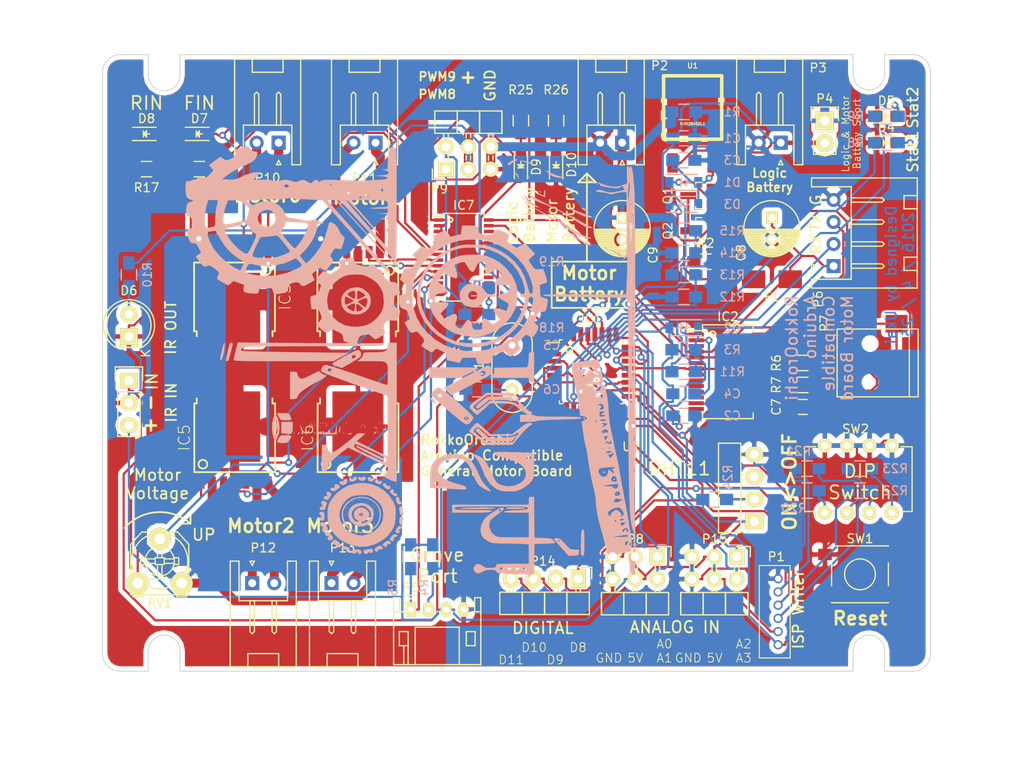
<source format=kicad_pcb>
(kicad_pcb (version 4) (host pcbnew 4.0.1-stable)
  (title_block (title "Arduino Compatible Motor Board") (rev 0.1) (company RokkoOroshi))
  (layers (0 F.Cu signal) (31 B.Cu signal hide) (34 B.Paste user) (35 F.Paste user) (36 B.SilkS user hide) (37 F.SilkS user hide) (38 B.Mask user) (39 F.Mask user) (44 Edge.Cuts user))
  (net 0 "")
  (net 1 BATTERY)
  (net 2 GNDD)
  (net 3 "Net-(C2-Pad1)")
  (net 4 "Net-(C3-Pad1)")
  (net 5 RESET)
  (net 6 DTR)
  (net 7 "Net-(C5-Pad2)")
  (net 8 "Net-(C6-Pad2)")
  (net 9 "Net-(C7-Pad1)")
  (net 10 "Net-(D1-Pad1)")
  (net 11 USBVCC)
  (net 12 +5V)
  (net 13 "Net-(D3-Pad1)")
  (net 14 "Net-(D4-Pad2)")
  (net 15 "Net-(D5-Pad2)")
  (net 16 "Net-(D6-Pad2)")
  (net 17 "Net-(D7-Pad2)")
  (net 18 "Net-(D7-Pad1)")
  (net 19 "Net-(D8-Pad2)")
  (net 20 "Net-(D8-Pad1)")
  (net 21 IRLED)
  (net 22 IR-RCV)
  (net 23 STAT1)
  (net 24 STAT2)
  (net 25 MISO)
  (net 26 SCK)
  (net 27 5VBATSENS)
  (net 28 8VBATSENS)
  (net 29 SDA)
  (net 30 SCL)
  (net 31 RX)
  (net 32 TX)
  (net 33 TEMP_SENSOR)
  (net 34 "Net-(IC2-Pad1)")
  (net 35 "Net-(IC2-Pad15)")
  (net 36 "Net-(IC2-Pad16)")
  (net 37 "Net-(IC2-Pad19)")
  (net 38 "Net-(IC3-Pad1)")
  (net 39 "Net-(IC3-Pad2)")
  (net 40 GND)
  (net 41 "Net-(IC3-Pad6)")
  (net 42 +8V)
  (net 43 "Net-(IC4-Pad2)")
  (net 44 "Net-(IC4-Pad3)")
  (net 45 "Net-(IC4-Pad5)")
  (net 46 "Net-(IC4-Pad6)")
  (net 47 "Net-(IC5-Pad2)")
  (net 48 "Net-(IC5-Pad3)")
  (net 49 "Net-(IC5-Pad5)")
  (net 50 "Net-(IC5-Pad6)")
  (net 51 "Net-(IC6-Pad2)")
  (net 52 "Net-(IC6-Pad3)")
  (net 53 "Net-(IC6-Pad5)")
  (net 54 "Net-(IC6-Pad6)")
  (net 55 PWM8)
  (net 56 PWM9)
  (net 57 "Net-(P7-Pad6)")
  (net 58 "Net-(P9-Pad1)")
  (net 59 "Net-(P9-Pad2)")
  (net 60 "Net-(Q1-Pad3)")
  (net 61 "Net-(R20-Pad2)")
  (net 62 "Net-(R21-Pad2)")
  (net 63 "Net-(R22-Pad2)")
  (net 64 "Net-(R23-Pad2)")
  (net 65 A0)
  (net 66 A1)
  (net 67 A2)
  (net 68 A3)
  (net 69 "Net-(D9-Pad2)")
  (net 70 "Net-(D10-Pad2)")
  (net 71 D8)
  (net 72 D9)
  (net 73 D10)
  (net 74 D11)
  (net 75 "Net-(IC1-Pad9)")
  (module Capacitors_SMD:C_0805_HandSoldering (layer B.Cu) (at 166 72)
    (fp_text reference C1 (at 5.5 0) (layer B.SilkS) (effects (justify mirror)))
    (fp_text value 0.33uF)
    (pad 1 smd rect (at -1.25 0) (size 1.5 1.25) (layers B.Cu B.Paste B.Mask) (net 1 BATTERY))
    (pad 2 smd rect (at 1.25 0) (size 1.5 1.25) (layers B.Cu B.Paste B.Mask) (net 2 GNDD))
  )
  (module Capacitors_SMD:C_0805_HandSoldering (layer B.Cu) (at 166 103.5)
    (fp_text reference C2 (at 5.5 0) (layer B.SilkS) (effects (justify mirror)))
    (fp_text value 100nF)
    (pad 1 smd rect (at -1.25 0) (size 1.5 1.25) (layers B.Cu B.Paste B.Mask) (net 3 "Net-(C2-Pad1)"))
    (pad 2 smd rect (at 1.25 0) (size 1.5 1.25) (layers B.Cu B.Paste B.Mask) (net 2 GNDD))
  )
  (module Capacitors_SMD:C_0805_HandSoldering (layer B.Cu) (at 166 74.5)
    (fp_text reference C3 (at 5.5 0) (layer B.SilkS) (effects (justify mirror)))
    (fp_text value 2.2uF)
    (pad 1 smd rect (at -1.25 0) (size 1.5 1.25) (layers B.Cu B.Paste B.Mask) (net 4 "Net-(C3-Pad1)"))
    (pad 2 smd rect (at 1.25 0) (size 1.5 1.25) (layers B.Cu B.Paste B.Mask) (net 2 GNDD))
  )
  (module Capacitors_SMD:C_0805_HandSoldering (layer B.Cu) (at 166 101)
    (fp_text reference C4 (at 5.5 0) (layer B.SilkS) (effects (justify mirror)))
    (fp_text value 0.1uF)
    (pad 1 smd rect (at -1.25 0) (size 1.5 1.25) (layers B.Cu B.Paste B.Mask) (net 5 RESET))
    (pad 2 smd rect (at 1.25 0) (size 1.5 1.25) (layers B.Cu B.Paste B.Mask) (net 6 DTR))
  )
  (module Capacitors_SMD:C_0805_HandSoldering (layer B.Cu) (at 142.5 95.5)
    (fp_text reference C5 (at 8.5 0) (layer B.SilkS) (effects (justify mirror)))
    (fp_text value 22pF)
    (pad 1 smd rect (at -1.25 0) (size 1.5 1.25) (layers B.Cu B.Paste B.Mask) (net 2 GNDD))
    (pad 2 smd rect (at 1.25 0) (size 1.5 1.25) (layers B.Cu B.Paste B.Mask) (net 7 "Net-(C5-Pad2)"))
  )
  (module Capacitors_SMD:C_0805_HandSoldering (layer B.Cu) (at 142.5 100.5)
    (fp_text reference C6 (at 8.5 0) (layer B.SilkS) (effects (justify mirror)))
    (fp_text value 22pF)
    (pad 1 smd rect (at -1.25 0) (size 1.5 1.25) (layers B.Cu B.Paste B.Mask) (net 2 GNDD))
    (pad 2 smd rect (at 1.25 0) (size 1.5 1.25) (layers B.Cu B.Paste B.Mask) (net 8 "Net-(C6-Pad2)"))
  )
  (module Capacitors_SMD:C_0805_HandSoldering (layer F.Cu) (at 179.5 102.5)
    (fp_text reference C7 (at -3 0 90) (layer F.SilkS))
    (fp_text value 100nF)
    (pad 1 smd rect (at -1.25 0) (size 1.5 1.25) (layers F.Cu F.Paste F.Mask) (net 9 "Net-(C7-Pad1)"))
    (pad 2 smd rect (at 1.25 0) (size 1.5 1.25) (layers F.Cu F.Paste F.Mask) (net 2 GNDD))
  )
  (module Diodes_SMD:SOD-123 (layer B.Cu) (at 166 77)
    (fp_text reference D1 (at 5.5 0) (layer B.SilkS) (effects (justify mirror)))
    (fp_text value D)
    (pad 1 smd rect (at -1.635 0) (size 0.91 1.22) (layers B.Cu B.Paste B.Mask) (net 10 "Net-(D1-Pad1)"))
    (pad 2 smd rect (at 1.635 0) (size 0.91 1.22) (layers B.Cu B.Paste B.Mask) (net 4 "Net-(C3-Pad1)"))
  )
  (module Diodes_SMD:SOD-123 (layer B.Cu) (at 166 93.5 180)
    (fp_text reference D2 (at -5.5 0 180) (layer B.SilkS) (effects (justify mirror)))
    (fp_text value D)
    (pad 1 smd rect (at -1.635 0 180) (size 0.91 1.22) (layers B.Cu B.Paste B.Mask) (net 12 +5V))
    (pad 2 smd rect (at 1.635 0 180) (size 0.91 1.22) (layers B.Cu B.Paste B.Mask) (net 5 RESET))
  )
  (module Diodes_SMD:SOD-123 (layer B.Cu) (at 166 79.5)
    (fp_text reference D3 (at 5.5 0) (layer B.SilkS) (effects (justify mirror)))
    (fp_text value D)
    (pad 1 smd rect (at -1.635 0) (size 0.91 1.22) (layers B.Cu B.Paste B.Mask) (net 13 "Net-(D3-Pad1)"))
    (pad 2 smd rect (at 1.635 0) (size 0.91 1.22) (layers B.Cu B.Paste B.Mask) (net 4 "Net-(C3-Pad1)"))
  )
  (module LEDs:LED_0805 (layer F.Cu) (at 189 72.5)
    (fp_text reference D4 (at 0 -1.75) (layer F.SilkS))
    (fp_text value "LED GREEN")
    (pad 2 smd rect (at 1.04902 0 180) (size 1.19888 1.19888) (layers F.Cu F.Paste F.Mask) (net 14 "Net-(D4-Pad2)"))
    (pad 1 smd rect (at -1.04902 0 180) (size 1.19888 1.19888) (layers F.Cu F.Paste F.Mask) (net 2 GNDD))
  )
  (module LEDs:LED_0805 (layer F.Cu) (at 189 69.5)
    (fp_text reference D5 (at 0 -1.75) (layer F.SilkS))
    (fp_text value "LED RED")
    (pad 2 smd rect (at 1.04902 0 180) (size 1.19888 1.19888) (layers F.Cu F.Paste F.Mask) (net 15 "Net-(D5-Pad2)"))
    (pad 1 smd rect (at -1.04902 0 180) (size 1.19888 1.19888) (layers F.Cu F.Paste F.Mask) (net 2 GNDD))
  )
  (module LEDs:LED-5MM (layer F.Cu) (at 103 94.5 90)
    (fp_text reference D6 (at 5.2 0 360) (layer F.SilkS))
    (fp_text value "LED IR")
    (fp_text user K (at -1.905 1.905 90) (layer F.SilkS))
    (pad 1 thru_hole rect (at 0 0 180) (size 2 1.9) (drill 1.00076) (layers *.Cu *.Mask F.SilkS) (net 2 GNDD))
    (pad 2 thru_hole circle (at 2.54 0 90) (size 1.9 1.9) (drill 1.00076) (layers *.Cu *.Mask F.SilkS) (net 16 "Net-(D6-Pad2)"))
  )
  (module LEDs:LED_0805 (layer F.Cu) (at 111 71.5)
    (fp_text reference D7 (at 0 -1.75) (layer F.SilkS))
    (fp_text value "Led FIN")
    (pad 2 smd rect (at 1.04902 0 180) (size 1.19888 1.19888) (layers F.Cu F.Paste F.Mask) (net 17 "Net-(D7-Pad2)"))
    (pad 1 smd rect (at -1.04902 0 180) (size 1.19888 1.19888) (layers F.Cu F.Paste F.Mask) (net 18 "Net-(D7-Pad1)"))
  )
  (module LEDs:LED_0805 (layer F.Cu) (at 105 71.5)
    (fp_text reference D8 (at 0 -1.75) (layer F.SilkS))
    (fp_text value "Led RIN")
    (pad 2 smd rect (at 1.04902 0 180) (size 1.19888 1.19888) (layers F.Cu F.Paste F.Mask) (net 19 "Net-(D8-Pad2)"))
    (pad 1 smd rect (at -1.04902 0 180) (size 1.19888 1.19888) (layers F.Cu F.Paste F.Mask) (net 20 "Net-(D8-Pad1)"))
  )
  (module Housings_QFP:TQFP-32_7x7mm_Pitch0.8mm (layer F.Cu) (at 155.5 98.5)
    (fp_text reference IC1 (at 0 -6.05) (layer F.SilkS))
    (fp_text value ATMEGA328P-A)
    (pad 1 smd rect (at -4.25 -2.8) (size 1.6 0.55) (layers F.Cu F.Paste F.Mask) (net 21 IRLED))
    (pad 2 smd rect (at -4.25 -2) (size 1.6 0.55) (layers F.Cu F.Paste F.Mask) (net 22 IR-RCV))
    (pad 3 smd rect (at -4.25 -1.2) (size 1.6 0.55) (layers F.Cu F.Paste F.Mask) (net 2 GNDD))
    (pad 4 smd rect (at -4.25 -0.4) (size 1.6 0.55) (layers F.Cu F.Paste F.Mask) (net 12 +5V))
    (pad 5 smd rect (at -4.25 0.4) (size 1.6 0.55) (layers F.Cu F.Paste F.Mask) (net 2 GNDD))
    (pad 6 smd rect (at -4.25 1.2) (size 1.6 0.55) (layers F.Cu F.Paste F.Mask) (net 12 +5V))
    (pad 7 smd rect (at -4.25 2) (size 1.6 0.55) (layers F.Cu F.Paste F.Mask) (net 7 "Net-(C5-Pad2)"))
    (pad 8 smd rect (at -4.25 2.8) (size 1.6 0.55) (layers F.Cu F.Paste F.Mask) (net 8 "Net-(C6-Pad2)"))
    (pad 9 smd rect (at -2.8 4.25 90) (size 1.6 0.55) (layers F.Cu F.Paste F.Mask) (net 75 "Net-(IC1-Pad9)"))
    (pad 10 smd rect (at -2 4.25 90) (size 1.6 0.55) (layers F.Cu F.Paste F.Mask) (net 23 STAT1))
    (pad 11 smd rect (at -1.2 4.25 90) (size 1.6 0.55) (layers F.Cu F.Paste F.Mask) (net 24 STAT2))
    (pad 12 smd rect (at -0.4 4.25 90) (size 1.6 0.55) (layers F.Cu F.Paste F.Mask) (net 71 D8))
    (pad 13 smd rect (at 0.4 4.25 90) (size 1.6 0.55) (layers F.Cu F.Paste F.Mask) (net 72 D9))
    (pad 14 smd rect (at 1.2 4.25 90) (size 1.6 0.55) (layers F.Cu F.Paste F.Mask) (net 73 D10))
    (pad 15 smd rect (at 2 4.25 90) (size 1.6 0.55) (layers F.Cu F.Paste F.Mask) (net 74 D11))
    (pad 16 smd rect (at 2.8 4.25 90) (size 1.6 0.55) (layers F.Cu F.Paste F.Mask) (net 25 MISO))
    (pad 17 smd rect (at 4.25 2.8) (size 1.6 0.55) (layers F.Cu F.Paste F.Mask) (net 26 SCK))
    (pad 18 smd rect (at 4.25 2) (size 1.6 0.55) (layers F.Cu F.Paste F.Mask) (net 12 +5V))
    (pad 19 smd rect (at 4.25 1.2) (size 1.6 0.55) (layers F.Cu F.Paste F.Mask) (net 27 5VBATSENS))
    (pad 20 smd rect (at 4.25 0.4) (size 1.6 0.55) (layers F.Cu F.Paste F.Mask) (net 3 "Net-(C2-Pad1)"))
    (pad 21 smd rect (at 4.25 -0.4) (size 1.6 0.55) (layers F.Cu F.Paste F.Mask) (net 2 GNDD))
    (pad 22 smd rect (at 4.25 -1.2) (size 1.6 0.55) (layers F.Cu F.Paste F.Mask) (net 28 8VBATSENS))
    (pad 23 smd rect (at 4.25 -2) (size 1.6 0.55) (layers F.Cu F.Paste F.Mask) (net 65 A0))
    (pad 24 smd rect (at 4.25 -2.8) (size 1.6 0.55) (layers F.Cu F.Paste F.Mask) (net 66 A1))
    (pad 25 smd rect (at 2.8 -4.25 90) (size 1.6 0.55) (layers F.Cu F.Paste F.Mask) (net 67 A2))
    (pad 26 smd rect (at 2 -4.25 90) (size 1.6 0.55) (layers F.Cu F.Paste F.Mask) (net 68 A3))
    (pad 27 smd rect (at 1.2 -4.25 90) (size 1.6 0.55) (layers F.Cu F.Paste F.Mask) (net 29 SDA))
    (pad 28 smd rect (at 0.4 -4.25 90) (size 1.6 0.55) (layers F.Cu F.Paste F.Mask) (net 30 SCL))
    (pad 29 smd rect (at -0.4 -4.25 90) (size 1.6 0.55) (layers F.Cu F.Paste F.Mask) (net 5 RESET))
    (pad 30 smd rect (at -1.2 -4.25 90) (size 1.6 0.55) (layers F.Cu F.Paste F.Mask) (net 31 RX))
    (pad 31 smd rect (at -2 -4.25 90) (size 1.6 0.55) (layers F.Cu F.Paste F.Mask) (net 32 TX))
    (pad 32 smd rect (at -2.8 -4.25 90) (size 1.6 0.55) (layers F.Cu F.Paste F.Mask) (net 33 TEMP_SENSOR))
  )
  (module Housings_SSOP:SSOP-28_5.3x10.2mm_Pitch0.65mm (layer F.Cu) (at 171 98.5)
    (fp_text reference IC2 (at 0 -6.25) (layer F.SilkS))
    (fp_text value FT232RL)
    (pad 1 smd rect (at -3.6 -4.225) (size 1.75 0.45) (layers F.Cu F.Paste F.Mask) (net 34 "Net-(IC2-Pad1)"))
    (pad 2 smd rect (at -3.6 -3.575) (size 1.75 0.45) (layers F.Cu F.Paste F.Mask) (net 6 DTR))
    (pad 3 smd rect (at -3.6 -2.925) (size 1.75 0.45) (layers F.Cu F.Paste F.Mask))
    (pad 4 smd rect (at -3.6 -2.275) (size 1.75 0.45) (layers F.Cu F.Paste F.Mask) (net 12 +5V))
    (pad 5 smd rect (at -3.6 -1.625) (size 1.75 0.45) (layers F.Cu F.Paste F.Mask) (net 32 TX))
    (pad 6 smd rect (at -3.6 -0.975) (size 1.75 0.45) (layers F.Cu F.Paste F.Mask))
    (pad 7 smd rect (at -3.6 -0.325) (size 1.75 0.45) (layers F.Cu F.Paste F.Mask) (net 2 GNDD))
    (pad 8 smd rect (at -3.6 0.325) (size 1.75 0.45) (layers F.Cu F.Paste F.Mask))
    (pad 9 smd rect (at -3.6 0.975) (size 1.75 0.45) (layers F.Cu F.Paste F.Mask))
    (pad 10 smd rect (at -3.6 1.625) (size 1.75 0.45) (layers F.Cu F.Paste F.Mask))
    (pad 11 smd rect (at -3.6 2.275) (size 1.75 0.45) (layers F.Cu F.Paste F.Mask))
    (pad 12 smd rect (at -3.6 2.925) (size 1.75 0.45) (layers F.Cu F.Paste F.Mask))
    (pad 13 smd rect (at -3.6 3.575) (size 1.75 0.45) (layers F.Cu F.Paste F.Mask))
    (pad 14 smd rect (at -3.6 4.225) (size 1.75 0.45) (layers F.Cu F.Paste F.Mask))
    (pad 15 smd rect (at 3.6 4.225) (size 1.75 0.45) (layers F.Cu F.Paste F.Mask) (net 35 "Net-(IC2-Pad15)"))
    (pad 16 smd rect (at 3.6 3.575) (size 1.75 0.45) (layers F.Cu F.Paste F.Mask) (net 36 "Net-(IC2-Pad16)"))
    (pad 17 smd rect (at 3.6 2.925) (size 1.75 0.45) (layers F.Cu F.Paste F.Mask) (net 9 "Net-(C7-Pad1)"))
    (pad 18 smd rect (at 3.6 2.275) (size 1.75 0.45) (layers F.Cu F.Paste F.Mask) (net 2 GNDD))
    (pad 19 smd rect (at 3.6 1.625) (size 1.75 0.45) (layers F.Cu F.Paste F.Mask) (net 37 "Net-(IC2-Pad19)"))
    (pad 20 smd rect (at 3.6 0.975) (size 1.75 0.45) (layers F.Cu F.Paste F.Mask) (net 12 +5V))
    (pad 21 smd rect (at 3.6 0.325) (size 1.75 0.45) (layers F.Cu F.Paste F.Mask) (net 2 GNDD))
    (pad 22 smd rect (at 3.6 -0.325) (size 1.75 0.45) (layers F.Cu F.Paste F.Mask))
    (pad 23 smd rect (at 3.6 -0.975) (size 1.75 0.45) (layers F.Cu F.Paste F.Mask))
    (pad 24 smd rect (at 3.6 -1.625) (size 1.75 0.45) (layers F.Cu F.Paste F.Mask))
    (pad 25 smd rect (at 3.6 -2.275) (size 1.75 0.45) (layers F.Cu F.Paste F.Mask) (net 2 GNDD))
    (pad 26 smd rect (at 3.6 -2.925) (size 1.75 0.45) (layers F.Cu F.Paste F.Mask) (net 2 GNDD))
    (pad 27 smd rect (at 3.6 -3.575) (size 1.75 0.45) (layers F.Cu F.Paste F.Mask))
    (pad 28 smd rect (at 3.6 -4.225) (size 1.75 0.45) (layers F.Cu F.Paste F.Mask))
  )
  (module rohom:HRP7 (layer F.Cu) (at 115 90 180)
    (fp_text reference IC3 (at -5.715 0 270) (layer F.SilkS) (effects (font (size 1.27 1.27) (thickness 0.1016))))
    (fp_text value BD6222HFP)
    (pad 1 smd rect (at -3.81 5.08 180) (size 0.79756 1.39954) (layers F.Cu F.Paste F.Mask) (net 38 "Net-(IC3-Pad1)"))
    (pad 2 smd rect (at -2.54 5.08 180) (size 0.79756 1.39954) (layers F.Cu F.Paste F.Mask) (net 39 "Net-(IC3-Pad2)"))
    (pad 3 smd rect (at -1.27 5.08 180) (size 0.79756 1.39954) (layers F.Cu F.Paste F.Mask) (net 17 "Net-(D7-Pad2)"))
    (pad 4 smd rect (at 0 5.08 180) (size 0.79756 1.39954) (layers F.Cu F.Paste F.Mask) (net 40 GND))
    (pad 5 smd rect (at 1.27 5.08 180) (size 0.79756 1.39954) (layers F.Cu F.Paste F.Mask) (net 19 "Net-(D8-Pad2)"))
    (pad 6 smd rect (at 2.54 5.08 180) (size 0.79756 1.39954) (layers F.Cu F.Paste F.Mask) (net 41 "Net-(IC3-Pad6)"))
    (pad 7 smd rect (at 3.81 5.08 180) (size 0.79756 1.39954) (layers F.Cu F.Paste F.Mask) (net 42 +8V))
    (pad P smd rect (at 0 -1.27 180) (size 5.79882 7.99846) (layers F.Cu F.Paste F.Mask) (net 40 GND))
  )
  (module rohom:HRP7 (layer F.Cu) (at 129 90 180)
    (fp_text reference IC4 (at -5.715 0 270) (layer F.SilkS) (effects (font (size 1.27 1.27) (thickness 0.1016))))
    (fp_text value BD6222HFP)
    (pad 1 smd rect (at -3.81 5.08 180) (size 0.79756 1.39954) (layers F.Cu F.Paste F.Mask) (net 38 "Net-(IC3-Pad1)"))
    (pad 2 smd rect (at -2.54 5.08 180) (size 0.79756 1.39954) (layers F.Cu F.Paste F.Mask) (net 43 "Net-(IC4-Pad2)"))
    (pad 3 smd rect (at -1.27 5.08 180) (size 0.79756 1.39954) (layers F.Cu F.Paste F.Mask) (net 44 "Net-(IC4-Pad3)"))
    (pad 4 smd rect (at 0 5.08 180) (size 0.79756 1.39954) (layers F.Cu F.Paste F.Mask) (net 40 GND))
    (pad 5 smd rect (at 1.27 5.08 180) (size 0.79756 1.39954) (layers F.Cu F.Paste F.Mask) (net 45 "Net-(IC4-Pad5)"))
    (pad 6 smd rect (at 2.54 5.08 180) (size 0.79756 1.39954) (layers F.Cu F.Paste F.Mask) (net 46 "Net-(IC4-Pad6)"))
    (pad 7 smd rect (at 3.81 5.08 180) (size 0.79756 1.39954) (layers F.Cu F.Paste F.Mask) (net 42 +8V))
    (pad P smd rect (at 0 -1.27 180) (size 5.79882 7.99846) (layers F.Cu F.Paste F.Mask) (net 40 GND))
  )
  (module rohom:HRP7 (layer F.Cu) (at 115 106)
    (fp_text reference IC5 (at -5.715 0 90) (layer F.SilkS) (effects (font (size 1.27 1.27) (thickness 0.1016))))
    (fp_text value BD6222HFP)
    (pad 1 smd rect (at -3.81 5.08) (size 0.79756 1.39954) (layers F.Cu F.Paste F.Mask) (net 38 "Net-(IC3-Pad1)"))
    (pad 2 smd rect (at -2.54 5.08) (size 0.79756 1.39954) (layers F.Cu F.Paste F.Mask) (net 47 "Net-(IC5-Pad2)"))
    (pad 3 smd rect (at -1.27 5.08) (size 0.79756 1.39954) (layers F.Cu F.Paste F.Mask) (net 48 "Net-(IC5-Pad3)"))
    (pad 4 smd rect (at 0 5.08) (size 0.79756 1.39954) (layers F.Cu F.Paste F.Mask) (net 40 GND))
    (pad 5 smd rect (at 1.27 5.08) (size 0.79756 1.39954) (layers F.Cu F.Paste F.Mask) (net 49 "Net-(IC5-Pad5)"))
    (pad 6 smd rect (at 2.54 5.08) (size 0.79756 1.39954) (layers F.Cu F.Paste F.Mask) (net 50 "Net-(IC5-Pad6)"))
    (pad 7 smd rect (at 3.81 5.08) (size 0.79756 1.39954) (layers F.Cu F.Paste F.Mask) (net 42 +8V))
    (pad P smd rect (at 0 -1.27) (size 5.79882 7.99846) (layers F.Cu F.Paste F.Mask) (net 40 GND))
  )
  (module rohom:HRP7 (layer F.Cu) (at 129 106)
    (fp_text reference IC6 (at -5.715 0 90) (layer F.SilkS) (effects (font (size 1.27 1.27) (thickness 0.1016))))
    (fp_text value BD6222HFP)
    (pad 1 smd rect (at -3.81 5.08) (size 0.79756 1.39954) (layers F.Cu F.Paste F.Mask) (net 38 "Net-(IC3-Pad1)"))
    (pad 2 smd rect (at -2.54 5.08) (size 0.79756 1.39954) (layers F.Cu F.Paste F.Mask) (net 51 "Net-(IC6-Pad2)"))
    (pad 3 smd rect (at -1.27 5.08) (size 0.79756 1.39954) (layers F.Cu F.Paste F.Mask) (net 52 "Net-(IC6-Pad3)"))
    (pad 4 smd rect (at 0 5.08) (size 0.79756 1.39954) (layers F.Cu F.Paste F.Mask) (net 40 GND))
    (pad 5 smd rect (at 1.27 5.08) (size 0.79756 1.39954) (layers F.Cu F.Paste F.Mask) (net 53 "Net-(IC6-Pad5)"))
    (pad 6 smd rect (at 2.54 5.08) (size 0.79756 1.39954) (layers F.Cu F.Paste F.Mask) (net 54 "Net-(IC6-Pad6)"))
    (pad 7 smd rect (at 3.81 5.08) (size 0.79756 1.39954) (layers F.Cu F.Paste F.Mask) (net 42 +8V))
    (pad P smd rect (at 0 -1.27) (size 5.79882 7.99846) (layers F.Cu F.Paste F.Mask) (net 40 GND))
  )
  (module Housings_SSOP:TSSOP-28_4.4x9.7mm_Pitch0.65mm (layer F.Cu) (at 141 85.5)
    (fp_text reference IC7 (at 0 -5.9) (layer F.SilkS))
    (fp_text value PCA9685_TSSOP-28_4MM)
    (pad 1 smd rect (at -2.85 -4.225) (size 1.1 0.4) (layers F.Cu F.Paste F.Mask) (net 2 GNDD))
    (pad 2 smd rect (at -2.85 -3.575) (size 1.1 0.4) (layers F.Cu F.Paste F.Mask) (net 2 GNDD))
    (pad 3 smd rect (at -2.85 -2.925) (size 1.1 0.4) (layers F.Cu F.Paste F.Mask) (net 2 GNDD))
    (pad 4 smd rect (at -2.85 -2.275) (size 1.1 0.4) (layers F.Cu F.Paste F.Mask) (net 2 GNDD))
    (pad 5 smd rect (at -2.85 -1.625) (size 1.1 0.4) (layers F.Cu F.Paste F.Mask) (net 2 GNDD))
    (pad 6 smd rect (at -2.85 -0.975) (size 1.1 0.4) (layers F.Cu F.Paste F.Mask) (net 17 "Net-(D7-Pad2)"))
    (pad 7 smd rect (at -2.85 -0.325) (size 1.1 0.4) (layers F.Cu F.Paste F.Mask) (net 19 "Net-(D8-Pad2)"))
    (pad 8 smd rect (at -2.85 0.325) (size 1.1 0.4) (layers F.Cu F.Paste F.Mask) (net 44 "Net-(IC4-Pad3)"))
    (pad 9 smd rect (at -2.85 0.975) (size 1.1 0.4) (layers F.Cu F.Paste F.Mask) (net 45 "Net-(IC4-Pad5)"))
    (pad 10 smd rect (at -2.85 1.625) (size 1.1 0.4) (layers F.Cu F.Paste F.Mask) (net 48 "Net-(IC5-Pad3)"))
    (pad 11 smd rect (at -2.85 2.275) (size 1.1 0.4) (layers F.Cu F.Paste F.Mask) (net 49 "Net-(IC5-Pad5)"))
    (pad 12 smd rect (at -2.85 2.925) (size 1.1 0.4) (layers F.Cu F.Paste F.Mask) (net 52 "Net-(IC6-Pad3)"))
    (pad 13 smd rect (at -2.85 3.575) (size 1.1 0.4) (layers F.Cu F.Paste F.Mask) (net 53 "Net-(IC6-Pad5)"))
    (pad 14 smd rect (at -2.85 4.225) (size 1.1 0.4) (layers F.Cu F.Paste F.Mask) (net 2 GNDD))
    (pad 15 smd rect (at 2.85 4.225) (size 1.1 0.4) (layers F.Cu F.Paste F.Mask) (net 55 PWM8))
    (pad 16 smd rect (at 2.85 3.575) (size 1.1 0.4) (layers F.Cu F.Paste F.Mask) (net 56 PWM9))
    (pad 17 smd rect (at 2.85 2.925) (size 1.1 0.4) (layers F.Cu F.Paste F.Mask))
    (pad 18 smd rect (at 2.85 2.275) (size 1.1 0.4) (layers F.Cu F.Paste F.Mask))
    (pad 19 smd rect (at 2.85 1.625) (size 1.1 0.4) (layers F.Cu F.Paste F.Mask))
    (pad 20 smd rect (at 2.85 0.975) (size 1.1 0.4) (layers F.Cu F.Paste F.Mask))
    (pad 21 smd rect (at 2.85 0.325) (size 1.1 0.4) (layers F.Cu F.Paste F.Mask))
    (pad 22 smd rect (at 2.85 -0.325) (size 1.1 0.4) (layers F.Cu F.Paste F.Mask))
    (pad 23 smd rect (at 2.85 -0.975) (size 1.1 0.4) (layers F.Cu F.Paste F.Mask) (net 2 GNDD))
    (pad 24 smd rect (at 2.85 -1.625) (size 1.1 0.4) (layers F.Cu F.Paste F.Mask) (net 2 GNDD))
    (pad 25 smd rect (at 2.85 -2.275) (size 1.1 0.4) (layers F.Cu F.Paste F.Mask) (net 2 GNDD))
    (pad 26 smd rect (at 2.85 -2.925) (size 1.1 0.4) (layers F.Cu F.Paste F.Mask) (net 30 SCL))
    (pad 27 smd rect (at 2.85 -3.575) (size 1.1 0.4) (layers F.Cu F.Paste F.Mask) (net 29 SDA))
    (pad 28 smd rect (at 2.85 -4.225) (size 1.1 0.4) (layers F.Cu F.Paste F.Mask) (net 12 +5V))
  )
  (module jst-zh:B6B-ZR (layer F.Cu) (at 178 120.5 270)
    (fp_text reference P1 (at -1 1.5 360) (layer F.SilkS))
    (fp_text value "ISP Writer")
    (pad 6 thru_hole oval (at 1.4986 1.29794 270) (size 1.04648 1.04648) (drill 0.6985) (layers *.Cu *.Mask) (net 2 GNDD))
    (pad 5 thru_hole oval (at 2.99974 1.29794 270) (size 1.04648 1.04648) (drill 0.6985) (layers *.Cu *.Mask) (net 74 D11))
    (pad 4 thru_hole oval (at 4.49834 1.29794 270) (size 1.04648 1.04648) (drill 0.6985) (layers *.Cu *.Mask) (net 25 MISO))
    (pad 3 thru_hole oval (at 5.99948 1.29794 270) (size 1.04648 1.04648) (drill 0.6985) (layers *.Cu *.Mask) (net 26 SCK))
    (pad 2 thru_hole oval (at 7.49808 1.29794 270) (size 1.04648 1.04648) (drill 0.6985) (layers *.Cu *.Mask) (net 12 +5V))
    (pad 1 thru_hole oval (at 8.99922 1.29794 270) (size 1.04648 1.04648) (drill 0.6985) (layers *.Cu *.Mask) (net 5 RESET))
  )
  (module jst-xh:JST_XH_S2B-XH-A_02x2.50mm_Angled (layer F.Cu) (at 159 72.5)
    (fp_text reference P2 (at 4.25 -8.75 180) (layer F.SilkS))
    (fp_text value MOTOR-BAT)
    (pad 1 thru_hole rect (at 0 0 180) (size 1.6 1.6) (drill 0.9) (layers *.Cu *.Mask) (net 42 +8V))
    (pad 2 thru_hole circle (at -2.5 0 180) (size 1.6 1.6) (drill 0.9) (layers *.Cu *.Mask) (net 40 GND))
  )
  (module jst-xh:JST_XH_S2B-XH-A_02x2.50mm_Angled (layer F.Cu) (at 177 72.5)
    (fp_text reference P3 (at 4.25 -8.5 180) (layer F.SilkS))
    (fp_text value LOGIC-BAT)
    (pad 1 thru_hole rect (at 0 0 180) (size 1.6 1.6) (drill 0.9) (layers *.Cu *.Mask) (net 1 BATTERY))
    (pad 2 thru_hole circle (at -2.5 0 180) (size 1.6 1.6) (drill 0.9) (layers *.Cu *.Mask) (net 2 GNDD))
  )
  (module Connectors_JST:JST_PH_S4B-PH-K_04x2.00mm_Angled (layer F.Cu) (at 135 125.5)
    (fp_text reference P5 (at 0 -2.5) (layer F.SilkS))
    (fp_text value Grove)
    (pad 1 thru_hole rect (at 0 0) (size 1.2 1.7) (drill 0.7) (layers *.Cu *.Mask F.SilkS) (net 30 SCL))
    (pad 2 thru_hole oval (at 2 0) (size 1.2 1.7) (drill 0.7) (layers *.Cu *.Mask F.SilkS) (net 29 SDA))
    (pad 3 thru_hole oval (at 4 0) (size 1.2 1.7) (drill 0.7) (layers *.Cu *.Mask F.SilkS) (net 12 +5V))
    (pad 4 thru_hole oval (at 6 0) (size 1.2 1.7) (drill 0.7) (layers *.Cu *.Mask F.SilkS) (net 2 GNDD))
  )
  (module jst-xh:JST_XH_S4B-XH-A_04x2.50mm_Angled (layer F.Cu) (at 183 86.5 270)
    (fp_text reference P6 (at 3.75 1.75 270) (layer F.SilkS))
    (fp_text value Serial)
    (pad 4 thru_hole circle (at -7.5 0 270) (size 1.6 1.6) (drill 0.9) (layers *.Cu *.Mask) (net 2 GNDD))
    (pad 1 thru_hole rect (at 0 0 270) (size 1.6 1.6) (drill 0.9) (layers *.Cu *.Mask) (net 12 +5V))
    (pad 2 thru_hole circle (at -2.5 0 270) (size 1.6 1.6) (drill 0.9) (layers *.Cu *.Mask) (net 31 RX))
    (pad 3 thru_hole circle (at -5 0 270) (size 1.6 1.6) (drill 0.9) (layers *.Cu *.Mask) (net 32 TX))
  )
  (module Connect:USB_Mini-B (layer F.Cu) (at 188 97.5 180)
    (fp_text reference P7 (at 6 4.5 270) (layer F.SilkS))
    (fp_text value USB_OTG)
    (pad 1 smd rect (at 3.44932 -1.6002 180) (size 2.30124 0.50038) (layers F.Cu F.Paste F.Mask) (net 11 USBVCC))
    (pad 2 smd rect (at 3.44932 -0.8001 180) (size 2.30124 0.50038) (layers F.Cu F.Paste F.Mask) (net 36 "Net-(IC2-Pad16)"))
    (pad 3 smd rect (at 3.44932 0 180) (size 2.30124 0.50038) (layers F.Cu F.Paste F.Mask) (net 35 "Net-(IC2-Pad15)"))
    (pad 4 smd rect (at 3.44932 0.8001 180) (size 2.30124 0.50038) (layers F.Cu F.Paste F.Mask))
    (pad 5 smd rect (at 3.44932 1.6002 180) (size 2.30124 0.50038) (layers F.Cu F.Paste F.Mask) (net 2 GNDD))
    (pad 6 smd rect (at 3.35026 -4.45008 180) (size 2.49936 1.99898) (layers F.Cu F.Paste F.Mask) (net 57 "Net-(P7-Pad6)"))
    (pad 6 smd rect (at -2.14884 -4.45008 180) (size 2.49936 1.99898) (layers F.Cu F.Paste F.Mask) (net 57 "Net-(P7-Pad6)"))
    (pad 6 smd rect (at 3.35026 4.45008 180) (size 2.49936 1.99898) (layers F.Cu F.Paste F.Mask) (net 57 "Net-(P7-Pad6)"))
    (pad 6 smd rect (at -2.14884 4.45008 180) (size 2.49936 1.99898) (layers F.Cu F.Paste F.Mask) (net 57 "Net-(P7-Pad6)"))
    (pad "" np_thru_hole circle (at 0.8509 -2.19964 180) (size 0.89916 0.89916) (drill 0.89916) (layers *.Cu *.Mask F.SilkS))
    (pad "" np_thru_hole circle (at 0.8509 2.19964 180) (size 0.89916 0.89916) (drill 0.89916) (layers *.Cu *.Mask F.SilkS))
  )
  (module jst-xh:JST_XH_S2B-XH-A_02x2.50mm_Angled (layer F.Cu) (at 120 72.5)
    (fp_text reference P10 (at -1.25 4 180) (layer F.SilkS))
    (fp_text value Motor1)
    (pad 1 thru_hole rect (at 0 0 180) (size 1.6 1.6) (drill 0.9) (layers *.Cu *.Mask) (net 39 "Net-(IC3-Pad2)"))
    (pad 2 thru_hole circle (at -2.5 0 180) (size 1.6 1.6) (drill 0.9) (layers *.Cu *.Mask) (net 41 "Net-(IC3-Pad6)"))
  )
  (module jst-xh:JST_XH_S2B-XH-A_02x2.50mm_Angled (layer F.Cu) (at 131 72.5)
    (fp_text reference P11 (at -1.25 4 180) (layer F.SilkS))
    (fp_text value Motor2)
    (pad 1 thru_hole rect (at 0 0 180) (size 1.6 1.6) (drill 0.9) (layers *.Cu *.Mask) (net 43 "Net-(IC4-Pad2)"))
    (pad 2 thru_hole circle (at -2.5 0 180) (size 1.6 1.6) (drill 0.9) (layers *.Cu *.Mask) (net 46 "Net-(IC4-Pad6)"))
  )
  (module jst-xh:JST_XH_S2B-XH-A_02x2.50mm_Angled (layer F.Cu) (at 117 122.5 180)
    (fp_text reference P12 (at -1.25 4 360) (layer F.SilkS))
    (fp_text value Motor3)
    (pad 1 thru_hole rect (at 0 0) (size 1.6 1.6) (drill 0.9) (layers *.Cu *.Mask) (net 47 "Net-(IC5-Pad2)"))
    (pad 2 thru_hole circle (at -2.5 0) (size 1.6 1.6) (drill 0.9) (layers *.Cu *.Mask) (net 50 "Net-(IC5-Pad6)"))
  )
  (module jst-xh:JST_XH_S2B-XH-A_02x2.50mm_Angled (layer F.Cu) (at 126 122.5 180)
    (fp_text reference P13 (at -1.25 4 360) (layer F.SilkS))
    (fp_text value Motor4)
    (pad 1 thru_hole rect (at 0 0) (size 1.6 1.6) (drill 0.9) (layers *.Cu *.Mask) (net 51 "Net-(IC6-Pad2)"))
    (pad 2 thru_hole circle (at -2.5 0) (size 1.6 1.6) (drill 0.9) (layers *.Cu *.Mask) (net 54 "Net-(IC6-Pad6)"))
  )
  (module TO_SOT_Packages_SMD:SOT-23_Handsoldering (layer F.Cu) (at 168 78.5 90)
    (fp_text reference Q1 (at 0 -3.81 90) (layer F.SilkS))
    (fp_text value Q_PMOS_GSD)
    (pad 1 smd rect (at -0.95 1.50114 90) (size 0.8001 1.80086) (layers F.Cu F.Paste F.Mask) (net 10 "Net-(D1-Pad1)"))
    (pad 2 smd rect (at 0.95 1.50114 90) (size 0.8001 1.80086) (layers F.Cu F.Paste F.Mask) (net 11 USBVCC))
    (pad 3 smd rect (at 0 -1.50114 90) (size 0.8001 1.80086) (layers F.Cu F.Paste F.Mask) (net 60 "Net-(Q1-Pad3)"))
  )
  (module TO_SOT_Packages_SMD:SOT-23_Handsoldering (layer F.Cu) (at 168 82.5 90)
    (fp_text reference Q2 (at 0 -3.81 90) (layer F.SilkS))
    (fp_text value Q_PMOS_GSD)
    (pad 1 smd rect (at -0.95 1.50114 90) (size 0.8001 1.80086) (layers F.Cu F.Paste F.Mask) (net 10 "Net-(D1-Pad1)"))
    (pad 2 smd rect (at 0.95 1.50114 90) (size 0.8001 1.80086) (layers F.Cu F.Paste F.Mask) (net 13 "Net-(D3-Pad1)"))
    (pad 3 smd rect (at 0 -1.50114 90) (size 0.8001 1.80086) (layers F.Cu F.Paste F.Mask) (net 60 "Net-(Q1-Pad3)"))
  )
  (module Resistors_SMD:R_0805_HandSoldering (layer B.Cu) (at 166 69)
    (fp_text reference R1 (at 5.5 0) (layer B.SilkS) (effects (justify mirror)))
    (fp_text value 0)
    (pad 1 smd rect (at -1.35 0) (size 1.5 1.3) (layers B.Cu B.Paste B.Mask) (net 40 GND))
    (pad 2 smd rect (at 1.35 0) (size 1.5 1.3) (layers B.Cu B.Paste B.Mask) (net 2 GNDD))
  )
  (module Resistors_SMD:R_0805_HandSoldering (layer F.Cu) (at 168.5 86)
    (fp_text reference R2 (at 0 -2.1) (layer F.SilkS))
    (fp_text value 10k)
    (pad 1 smd rect (at -1.35 0) (size 1.5 1.3) (layers F.Cu F.Paste F.Mask) (net 10 "Net-(D1-Pad1)"))
    (pad 2 smd rect (at 1.35 0) (size 1.5 1.3) (layers F.Cu F.Paste F.Mask) (net 2 GNDD))
  )
  (module Resistors_SMD:R_0805_HandSoldering (layer B.Cu) (at 166 96 180)
    (fp_text reference R3 (at -5.5 0 180) (layer B.SilkS) (effects (justify mirror)))
    (fp_text value 10k)
    (pad 1 smd rect (at -1.35 0 180) (size 1.5 1.3) (layers B.Cu B.Paste B.Mask) (net 12 +5V))
    (pad 2 smd rect (at 1.35 0 180) (size 1.5 1.3) (layers B.Cu B.Paste B.Mask) (net 5 RESET))
  )
  (module Resistors_SMD:R_0805_HandSoldering (layer B.Cu) (at 137.5 119.5 270)
    (fp_text reference R4 (at 3.5 1 270) (layer B.SilkS) (effects (justify mirror)))
    (fp_text value 4.7k)
    (pad 1 smd rect (at -1.35 0 270) (size 1.5 1.3) (layers B.Cu B.Paste B.Mask) (net 12 +5V))
    (pad 2 smd rect (at 1.35 0 270) (size 1.5 1.3) (layers B.Cu B.Paste B.Mask) (net 29 SDA))
  )
  (module Resistors_SMD:R_0805_HandSoldering (layer B.Cu) (at 135 119.5 270)
    (fp_text reference R5 (at 3.5 2 270) (layer B.SilkS) (effects (justify mirror)))
    (fp_text value 4.7k)
    (pad 1 smd rect (at -1.35 0 270) (size 1.5 1.3) (layers B.Cu B.Paste B.Mask) (net 12 +5V))
    (pad 2 smd rect (at 1.35 0 270) (size 1.5 1.3) (layers B.Cu B.Paste B.Mask) (net 30 SCL))
  )
  (module Resistors_SMD:R_0805_HandSoldering (layer F.Cu) (at 179.5 97.5)
    (fp_text reference R6 (at -3 0 90) (layer F.SilkS))
    (fp_text value 4.7k)
    (pad 1 smd rect (at -1.35 0) (size 1.5 1.3) (layers F.Cu F.Paste F.Mask) (net 37 "Net-(IC2-Pad19)"))
    (pad 2 smd rect (at 1.35 0) (size 1.5 1.3) (layers F.Cu F.Paste F.Mask) (net 11 USBVCC))
  )
  (module Resistors_SMD:R_0805_HandSoldering (layer F.Cu) (at 179.5 100)
    (fp_text reference R7 (at -3 0 90) (layer F.SilkS))
    (fp_text value 10k)
    (pad 1 smd rect (at -1.35 0) (size 1.5 1.3) (layers F.Cu F.Paste F.Mask) (net 37 "Net-(IC2-Pad19)"))
    (pad 2 smd rect (at 1.35 0) (size 1.5 1.3) (layers F.Cu F.Paste F.Mask) (net 2 GNDD))
  )
  (module Resistors_SMD:R_0805_HandSoldering (layer B.Cu) (at 189 72.5 180)
    (fp_text reference R8 (at 3.5 0 180) (layer B.SilkS) (effects (justify mirror)))
    (fp_text value 470)
    (pad 1 smd rect (at -1.35 0 180) (size 1.5 1.3) (layers B.Cu B.Paste B.Mask) (net 14 "Net-(D4-Pad2)"))
    (pad 2 smd rect (at 1.35 0 180) (size 1.5 1.3) (layers B.Cu B.Paste B.Mask) (net 23 STAT1))
  )
  (module Resistors_SMD:R_0805_HandSoldering (layer B.Cu) (at 189 69.5 180)
    (fp_text reference R9 (at 3.5 0 180) (layer B.SilkS) (effects (justify mirror)))
    (fp_text value 470)
    (pad 1 smd rect (at -1.35 0 180) (size 1.5 1.3) (layers B.Cu B.Paste B.Mask) (net 15 "Net-(D5-Pad2)"))
    (pad 2 smd rect (at 1.35 0 180) (size 1.5 1.3) (layers B.Cu B.Paste B.Mask) (net 24 STAT2))
  )
  (module Resistors_SMD:R_0805_HandSoldering (layer B.Cu) (at 103 87.5 90)
    (fp_text reference R10 (at 0 2.1 90) (layer B.SilkS) (effects (justify mirror)))
    (fp_text value 330)
    (pad 1 smd rect (at -1.35 0 90) (size 1.5 1.3) (layers B.Cu B.Paste B.Mask) (net 16 "Net-(D6-Pad2)"))
    (pad 2 smd rect (at 1.35 0 90) (size 1.5 1.3) (layers B.Cu B.Paste B.Mask) (net 21 IRLED))
  )
  (module Resistors_SMD:R_0805_HandSoldering (layer B.Cu) (at 166 98.5)
    (fp_text reference R11 (at 5.5 0) (layer B.SilkS) (effects (justify mirror)))
    (fp_text value 1k)
    (pad 1 smd rect (at -1.35 0) (size 1.5 1.3) (layers B.Cu B.Paste B.Mask) (net 31 RX))
    (pad 2 smd rect (at 1.35 0) (size 1.5 1.3) (layers B.Cu B.Paste B.Mask) (net 34 "Net-(IC2-Pad1)"))
  )
  (module Resistors_SMD:R_0805_HandSoldering (layer B.Cu) (at 166 87.5)
    (fp_text reference R12 (at 5.5 2.5) (layer B.SilkS) (effects (justify mirror)))
    (fp_text value 20k)
    (pad 1 smd rect (at -1.35 0) (size 1.5 1.3) (layers B.Cu B.Paste B.Mask) (net 1 BATTERY))
    (pad 2 smd rect (at 1.35 0) (size 1.5 1.3) (layers B.Cu B.Paste B.Mask) (net 27 5VBATSENS))
  )
  (module Resistors_SMD:R_0805_HandSoldering (layer B.Cu) (at 166 90 180)
    (fp_text reference R13 (at -5.5 2.5 180) (layer B.SilkS) (effects (justify mirror)))
    (fp_text value 10k)
    (pad 1 smd rect (at -1.35 0 180) (size 1.5 1.3) (layers B.Cu B.Paste B.Mask) (net 27 5VBATSENS))
    (pad 2 smd rect (at 1.35 0 180) (size 1.5 1.3) (layers B.Cu B.Paste B.Mask) (net 2 GNDD))
  )
  (module Resistors_SMD:R_0805_HandSoldering (layer B.Cu) (at 166 82.5)
    (fp_text reference R14 (at 5.5 2.5) (layer B.SilkS) (effects (justify mirror)))
    (fp_text value 30k)
    (pad 1 smd rect (at -1.35 0) (size 1.5 1.3) (layers B.Cu B.Paste B.Mask) (net 42 +8V))
    (pad 2 smd rect (at 1.35 0) (size 1.5 1.3) (layers B.Cu B.Paste B.Mask) (net 28 8VBATSENS))
  )
  (module Resistors_SMD:R_0805_HandSoldering (layer B.Cu) (at 166 85 180)
    (fp_text reference R15 (at -5.5 2.5 180) (layer B.SilkS) (effects (justify mirror)))
    (fp_text value 10k)
    (pad 1 smd rect (at -1.35 0 180) (size 1.5 1.3) (layers B.Cu B.Paste B.Mask) (net 28 8VBATSENS))
    (pad 2 smd rect (at 1.35 0 180) (size 1.5 1.3) (layers B.Cu B.Paste B.Mask) (net 2 GNDD))
  )
  (module Resistors_SMD:R_0805_HandSoldering (layer F.Cu) (at 111 75.5 180)
    (fp_text reference R16 (at 0 -2.1 180) (layer F.SilkS))
    (fp_text value 470)
    (pad 1 smd rect (at -1.35 0 180) (size 1.5 1.3) (layers F.Cu F.Paste F.Mask) (net 2 GNDD))
    (pad 2 smd rect (at 1.35 0 180) (size 1.5 1.3) (layers F.Cu F.Paste F.Mask) (net 18 "Net-(D7-Pad1)"))
  )
  (module Resistors_SMD:R_0805_HandSoldering (layer F.Cu) (at 105 75.5 180)
    (fp_text reference R17 (at 0 -2.1 180) (layer F.SilkS))
    (fp_text value 470)
    (pad 1 smd rect (at -1.35 0 180) (size 1.5 1.3) (layers F.Cu F.Paste F.Mask) (net 2 GNDD))
    (pad 2 smd rect (at 1.35 0 180) (size 1.5 1.3) (layers F.Cu F.Paste F.Mask) (net 20 "Net-(D8-Pad1)"))
  )
  (module Resistors_SMD:R_0805_HandSoldering (layer B.Cu) (at 142.5 92)
    (fp_text reference R18 (at 8.5 1.5) (layer B.SilkS) (effects (justify mirror)))
    (fp_text value 330)
    (pad 1 smd rect (at -1.35 0) (size 1.5 1.3) (layers B.Cu B.Paste B.Mask) (net 58 "Net-(P9-Pad1)"))
    (pad 2 smd rect (at 1.35 0) (size 1.5 1.3) (layers B.Cu B.Paste B.Mask) (net 55 PWM8))
  )
  (module Resistors_SMD:R_0805_HandSoldering (layer B.Cu) (at 142.5 89)
    (fp_text reference R19 (at 8.5 -3) (layer B.SilkS) (effects (justify mirror)))
    (fp_text value 330)
    (pad 1 smd rect (at -1.35 0) (size 1.5 1.3) (layers B.Cu B.Paste B.Mask) (net 59 "Net-(P9-Pad2)"))
    (pad 2 smd rect (at 1.35 0) (size 1.5 1.3) (layers B.Cu B.Paste B.Mask) (net 56 PWM9))
  )
  (module Resistors_SMD:R_0805_HandSoldering (layer B.Cu) (at 180 112)
    (fp_text reference R20 (at -1.5 2) (layer B.SilkS) (effects (justify mirror)))
    (fp_text value 4.7k)
    (pad 1 smd rect (at -1.35 0) (size 1.5 1.3) (layers B.Cu B.Paste B.Mask) (net 73 D10))
    (pad 2 smd rect (at 1.35 0) (size 1.5 1.3) (layers B.Cu B.Paste B.Mask) (net 61 "Net-(R20-Pad2)"))
  )
  (module Resistors_SMD:R_0805_HandSoldering (layer B.Cu) (at 180 109.5)
    (fp_text reference R21 (at -1 -2) (layer B.SilkS) (effects (justify mirror)))
    (fp_text value 4.7k)
    (pad 1 smd rect (at -1.35 0) (size 1.5 1.3) (layers B.Cu B.Paste B.Mask) (net 74 D11))
    (pad 2 smd rect (at 1.35 0) (size 1.5 1.3) (layers B.Cu B.Paste B.Mask) (net 62 "Net-(R21-Pad2)"))
  )
  (module Resistors_SMD:R_0805_HandSoldering (layer B.Cu) (at 186 112)
    (fp_text reference R22 (at 4 0) (layer B.SilkS) (effects (justify mirror)))
    (fp_text value 4.7k)
    (pad 1 smd rect (at -1.35 0) (size 1.5 1.3) (layers B.Cu B.Paste B.Mask) (net 25 MISO))
    (pad 2 smd rect (at 1.35 0) (size 1.5 1.3) (layers B.Cu B.Paste B.Mask) (net 63 "Net-(R22-Pad2)"))
  )
  (module Resistors_SMD:R_0805_HandSoldering (layer B.Cu) (at 186 109.5)
    (fp_text reference R23 (at 4 0) (layer B.SilkS) (effects (justify mirror)))
    (fp_text value 4.7k)
    (pad 1 smd rect (at -1.35 0) (size 1.5 1.3) (layers B.Cu B.Paste B.Mask) (net 26 SCK))
    (pad 2 smd rect (at 1.35 0) (size 1.5 1.3) (layers B.Cu B.Paste B.Mask) (net 64 "Net-(R23-Pad2)"))
  )
  (module Resistors_SMD:R_0805_HandSoldering (layer B.Cu) (at 169.5 113)
    (fp_text reference R24 (at 1.5 -2.5 90) (layer B.SilkS) (effects (justify mirror)))
    (fp_text value 10k)
    (pad 1 smd rect (at -1.35 0) (size 1.5 1.3) (layers B.Cu B.Paste B.Mask) (net 12 +5V))
    (pad 2 smd rect (at 1.35 0) (size 1.5 1.3) (layers B.Cu B.Paste B.Mask) (net 33 TEMP_SENSOR))
  )
  (module Potentiometers:Potentiometer_Triwood_RM-065 (layer F.Cu) (at 104 122.5)
    (fp_text reference RV1 (at 2.5 2.25) (layer F.SilkS))
    (fp_text value 10k)
    (pad 2 thru_hole circle (at 2.49936 -5.03936) (size 2.49936 2.49936) (drill 1.19888) (layers *.Cu *.Mask F.SilkS) (net 38 "Net-(IC3-Pad1)"))
    (pad 3 thru_hole circle (at 4.99872 0) (size 2.49936 2.49936) (drill 1.19888) (layers *.Cu *.Mask F.SilkS) (net 42 +8V))
    (pad 1 thru_hole circle (at 0 0) (size 2.49936 2.49936) (drill 1.19888) (layers *.Cu *.Mask F.SilkS) (net 40 GND))
  )
  (module Buttons_Switches_SMD:SW_SPST_PTS645 (layer F.Cu) (at 186 121.5)
    (fp_text reference SW1 (at 0 -4.05) (layer F.SilkS))
    (fp_text value SW_PUSH)
    (pad 2 smd rect (at -3.975 2.25) (size 1.55 1.3) (layers F.Cu F.Paste F.Mask) (net 5 RESET))
    (pad 1 smd rect (at -3.975 -2.25) (size 1.55 1.3) (layers F.Cu F.Paste F.Mask) (net 2 GNDD))
    (pad 1 smd rect (at 3.975 -2.25) (size 1.55 1.3) (layers F.Cu F.Paste F.Mask) (net 2 GNDD))
    (pad 2 smd rect (at 3.975 2.25) (size 1.55 1.3) (layers F.Cu F.Paste F.Mask) (net 5 RESET))
  )
  (module Housings_DIP:DIP-8_W7.62mm (layer F.Cu) (at 182 114.5 90)
    (fp_text reference SW2 (at 9.5 3.5 180) (layer F.SilkS))
    (fp_text value SETTING)
    (pad 1 thru_hole oval (at 0 0 90) (size 1.6 1.6) (drill 0.8) (layers *.Cu *.Mask F.SilkS) (net 61 "Net-(R20-Pad2)"))
    (pad 2 thru_hole oval (at 0 2.54 90) (size 1.6 1.6) (drill 0.8) (layers *.Cu *.Mask F.SilkS) (net 62 "Net-(R21-Pad2)"))
    (pad 3 thru_hole oval (at 0 5.08 90) (size 1.6 1.6) (drill 0.8) (layers *.Cu *.Mask F.SilkS) (net 63 "Net-(R22-Pad2)"))
    (pad 4 thru_hole oval (at 0 7.62 90) (size 1.6 1.6) (drill 0.8) (layers *.Cu *.Mask F.SilkS) (net 64 "Net-(R23-Pad2)"))
    (pad 5 thru_hole oval (at 7.62 7.62 90) (size 1.6 1.6) (drill 0.8) (layers *.Cu *.Mask F.SilkS) (net 2 GNDD))
    (pad 6 thru_hole oval (at 7.62 5.08 90) (size 1.6 1.6) (drill 0.8) (layers *.Cu *.Mask F.SilkS) (net 2 GNDD))
    (pad 7 thru_hole oval (at 7.62 2.54 90) (size 1.6 1.6) (drill 0.8) (layers *.Cu *.Mask F.SilkS) (net 2 GNDD))
    (pad 8 thru_hole oval (at 7.62 0 90) (size 1.6 1.6) (drill 0.8) (layers *.Cu *.Mask F.SilkS) (net 2 GNDD))
  )
  (module mymodule:TO-252-3 (layer F.Cu) (at 167 68.5)
    (fp_text reference U1 (at 0 -4.7498) (layer F.SilkS) (effects (font (size 0.59944 0.59944) (thickness 0.12446))))
    (fp_text value NJM2845DL1 (at 0 1.84912) (layer F.SilkS) (effects (font (size 0.29972 0.29972) (thickness 0.07112))))
    (pad 1 smd rect (at -2.28092 6.2992) (size 1.19888 2.19964) (layers F.Cu F.Paste F.Mask) (net 1 BATTERY))
    (pad 3 smd rect (at 2.28092 6.2992) (size 1.19888 2.19964) (layers F.Cu F.Paste F.Mask) (net 4 "Net-(C3-Pad1)"))
    (pad 2 smd rect (at 0 0) (size 5.79882 6.4008) (layers F.Cu F.Paste F.Mask) (net 2 GNDD))
  )
  (module Pin_Headers:Pin_Header_Straight_1x03 (layer F.Cu) (at 103 99.5)
    (fp_text reference U4 (at 0 -5.1) (layer F.SilkS))
    (fp_text value IR_Receiver)
    (pad 1 thru_hole rect (at 0 0) (size 2.032 1.7272) (drill 1.016) (layers *.Cu *.Mask F.SilkS) (net 22 IR-RCV))
    (pad 2 thru_hole oval (at 0 2.54) (size 2.032 1.7272) (drill 1.016) (layers *.Cu *.Mask F.SilkS) (net 2 GNDD))
    (pad 3 thru_hole oval (at 0 5.08) (size 2.032 1.7272) (drill 1.016) (layers *.Cu *.Mask F.SilkS) (net 12 +5V))
  )
  (module Crystals:HC-49V (layer F.Cu) (at 146.5 95.5 270)
    (fp_text reference Y1 (at 2.75 3.75 270) (layer F.SilkS))
    (fp_text value 16MHz)
    (pad 1 thru_hole circle (at 0 0 270) (size 1.4224 1.4224) (drill 0.762) (layers *.Cu *.Mask F.SilkS) (net 7 "Net-(C5-Pad2)"))
    (pad 2 thru_hole circle (at 5.08 0 270) (size 1.4224 1.4224) (drill 0.762) (layers *.Cu *.Mask F.SilkS) (net 8 "Net-(C6-Pad2)"))
  )
  (module LEDs:LED_0805 (layer F.Cu) (at 147.5 75 90)
    (fp_text reference D9 (at -0.25 1.75 90) (layer F.SilkS))
    (fp_text value "Led MBAT")
    (pad 2 smd rect (at 1.04902 0 270) (size 1.19888 1.19888) (layers F.Cu F.Paste F.Mask) (net 69 "Net-(D9-Pad2)"))
    (pad 1 smd rect (at -1.04902 0 270) (size 1.19888 1.19888) (layers F.Cu F.Paste F.Mask) (net 2 GNDD))
  )
  (module LEDs:LED_0805 (layer F.Cu) (at 151.5 75 90)
    (fp_text reference D10 (at 0 1.75 90) (layer F.SilkS))
    (fp_text value "Led LBAT")
    (pad 2 smd rect (at 1.04902 0 270) (size 1.19888 1.19888) (layers F.Cu F.Paste F.Mask) (net 70 "Net-(D10-Pad2)"))
    (pad 1 smd rect (at -1.04902 0 270) (size 1.19888 1.19888) (layers F.Cu F.Paste F.Mask) (net 40 GND))
  )
  (module Resistors_SMD:R_0805_HandSoldering (layer F.Cu) (at 147.5 70 90)
    (fp_text reference R25 (at 3.5 0 180) (layer F.SilkS))
    (fp_text value 470)
    (pad 1 smd rect (at -1.35 0 90) (size 1.5 1.3) (layers F.Cu F.Paste F.Mask) (net 69 "Net-(D9-Pad2)"))
    (pad 2 smd rect (at 1.35 0 90) (size 1.5 1.3) (layers F.Cu F.Paste F.Mask) (net 12 +5V))
  )
  (module Resistors_SMD:R_0805_HandSoldering (layer F.Cu) (at 151.5 70 90)
    (fp_text reference R26 (at 3.5 0 360) (layer F.SilkS))
    (fp_text value 470)
    (pad 1 smd rect (at -1.35 0 90) (size 1.5 1.3) (layers F.Cu F.Paste F.Mask) (net 70 "Net-(D10-Pad2)"))
    (pad 2 smd rect (at 1.35 0 90) (size 1.5 1.3) (layers F.Cu F.Paste F.Mask) (net 42 +8V))
  )
  (module Pin_Headers:Pin_Header_Straight_1x02 (layer F.Cu) (at 182 70)
    (fp_text reference P4 (at 0 -2.5 180) (layer F.SilkS))
    (fp_text value JUMP)
    (pad 1 thru_hole rect (at 0 0) (size 2.032 2.032) (drill 1.016) (layers *.Cu *.Mask F.SilkS) (net 42 +8V))
    (pad 2 thru_hole oval (at 0 2.54) (size 2.032 2.032) (drill 1.016) (layers *.Cu *.Mask F.SilkS) (net 1 BATTERY))
  )
  (module Capacitors_ThroughHole:C_Radial_D6.3_L11.2_P2.5 (layer F.Cu) (at 176 81 270)
    (fp_text reference C8 (at 4 3.5 270) (layer F.SilkS))
    (fp_text value 470uF)
    (pad 2 thru_hole circle (at 2.5 0 270) (size 1.3 1.3) (drill 0.8) (layers *.Cu *.Mask F.SilkS) (net 2 GNDD))
    (pad 1 thru_hole rect (at 0 0 270) (size 1.3 1.3) (drill 0.8) (layers *.Cu *.Mask F.SilkS) (net 12 +5V))
  )
  (module Capacitors_ThroughHole:C_Radial_D6.3_L11.2_P2.5 (layer F.Cu) (at 159 81 270)
    (fp_text reference C9 (at 4.25 -3.5 270) (layer F.SilkS))
    (fp_text value 470uF)
    (pad 2 thru_hole circle (at 2.5 0 270) (size 1.3 1.3) (drill 0.8) (layers *.Cu *.Mask F.SilkS) (net 40 GND))
    (pad 1 thru_hole rect (at 0 0 270) (size 1.3 1.3) (drill 0.8) (layers *.Cu *.Mask F.SilkS) (net 42 +8V))
  )
  (module Fuse_Holders_and_Fuses:Fuse_SMD1206_HandSoldering (layer F.Cu) (at 176 88)
    (fp_text reference F1 (at 0 2) (layer F.SilkS))
    (fp_text value 500mA)
    (pad 1 smd rect (at -2.08534 0 90) (size 2.02946 2.65176) (layers F.Cu F.Paste F.Mask) (net 13 "Net-(D3-Pad1)"))
    (pad 2 smd rect (at 2.08534 0 90) (size 2.02946 2.65176) (layers F.Cu F.Paste F.Mask) (net 12 +5V))
  )
  (module mymodule:Pin_Header_Angled_2x03_without_pin_show (layer F.Cu) (at 172 119.5 270)
    (fp_text reference P15 (at -2 2.5 360) (layer F.SilkS))
    (fp_text value IO)
    (pad 1 thru_hole rect (at 0 0 270) (size 1.7272 1.7272) (drill 1.016) (layers *.Cu *.Mask F.SilkS) (net 67 A2))
    (pad 2 thru_hole oval (at 2.54 0 270) (size 1.7272 1.7272) (drill 1.016) (layers *.Cu *.Mask F.SilkS) (net 68 A3))
    (pad 3 thru_hole oval (at 0 2.54 270) (size 1.7272 1.7272) (drill 1.016) (layers *.Cu *.Mask F.SilkS) (net 12 +5V))
    (pad 4 thru_hole oval (at 2.54 2.54 270) (size 1.7272 1.7272) (drill 1.016) (layers *.Cu *.Mask F.SilkS) (net 12 +5V))
    (pad 5 thru_hole oval (at 0 5.08 270) (size 1.7272 1.7272) (drill 1.016) (layers *.Cu *.Mask F.SilkS) (net 2 GNDD))
    (pad 6 thru_hole oval (at 2.54 5.08 270) (size 1.7272 1.7272) (drill 1.016) (layers *.Cu *.Mask F.SilkS) (net 2 GNDD))
  )
  (module mymodule:Pin_Header_Angled_2x03_without_pin_show (layer F.Cu) (at 139 75.5 90)
    (fp_text reference P9 (at -2.25 -0.75 180) (layer F.SilkS))
    (fp_text value SERVO)
    (pad 1 thru_hole rect (at 0 0 90) (size 1.7272 1.7272) (drill 1.016) (layers *.Cu *.Mask F.SilkS) (net 58 "Net-(P9-Pad1)"))
    (pad 2 thru_hole oval (at 2.54 0 90) (size 1.7272 1.7272) (drill 1.016) (layers *.Cu *.Mask F.SilkS) (net 59 "Net-(P9-Pad2)"))
    (pad 3 thru_hole oval (at 0 2.54 90) (size 1.7272 1.7272) (drill 1.016) (layers *.Cu *.Mask F.SilkS) (net 42 +8V))
    (pad 4 thru_hole oval (at 2.54 2.54 90) (size 1.7272 1.7272) (drill 1.016) (layers *.Cu *.Mask F.SilkS) (net 42 +8V))
    (pad 5 thru_hole oval (at 0 5.08 90) (size 1.7272 1.7272) (drill 1.016) (layers *.Cu *.Mask F.SilkS) (net 40 GND))
    (pad 6 thru_hole oval (at 2.54 5.08 90) (size 1.7272 1.7272) (drill 1.016) (layers *.Cu *.Mask F.SilkS) (net 40 GND))
  )
  (module mymodule:Pin_Header_Angled_2x03_without_pin_show (layer F.Cu) (at 163 119.5 270)
    (fp_text reference P8 (at -2 2.5 360) (layer F.SilkS))
    (fp_text value IO)
    (pad 1 thru_hole rect (at 0 0 270) (size 1.7272 1.7272) (drill 1.016) (layers *.Cu *.Mask F.SilkS) (net 65 A0))
    (pad 2 thru_hole oval (at 2.54 0 270) (size 1.7272 1.7272) (drill 1.016) (layers *.Cu *.Mask F.SilkS) (net 66 A1))
    (pad 3 thru_hole oval (at 0 2.54 270) (size 1.7272 1.7272) (drill 1.016) (layers *.Cu *.Mask F.SilkS) (net 12 +5V))
    (pad 4 thru_hole oval (at 2.54 2.54 270) (size 1.7272 1.7272) (drill 1.016) (layers *.Cu *.Mask F.SilkS) (net 12 +5V))
    (pad 5 thru_hole oval (at 0 5.08 270) (size 1.7272 1.7272) (drill 1.016) (layers *.Cu *.Mask F.SilkS) (net 2 GNDD))
    (pad 6 thru_hole oval (at 2.54 5.08 270) (size 1.7272 1.7272) (drill 1.016) (layers *.Cu *.Mask F.SilkS) (net 2 GNDD))
  )
  (module mymodule:DHT11 (layer F.Cu) (at 174 115.5 180)
    (fp_text reference U2 (at 14 8.5 180) (layer F.SilkS))
    (fp_text value DHT11)
    (pad 1 thru_hole rect (at 0 0 180) (size 2.032 1.7272) (drill 1.016) (layers *.Cu *.Mask F.SilkS) (net 12 +5V))
    (pad 2 thru_hole oval (at 0 2.54 180) (size 2.032 1.7272) (drill 1.016) (layers *.Cu *.Mask F.SilkS) (net 33 TEMP_SENSOR))
    (pad 3 thru_hole oval (at 0 5.08 180) (size 2.032 1.7272) (drill 1.016) (layers *.Cu *.Mask F.SilkS))
    (pad 4 thru_hole oval (at 0 7.62 180) (size 2.032 1.7272) (drill 1.016) (layers *.Cu *.Mask F.SilkS) (net 2 GNDD))
  )
  (module mymodule:Pin_Header_Angled_1x04_without_pin_show (layer F.Cu) (at 154 122 270)
    (fp_text reference P14 (at -2 4 540) (layer F.SilkS))
    (fp_text value IO)
    (pad 1 thru_hole rect (at 0 0 270) (size 2.032 1.7272) (drill 1.016) (layers *.Cu *.Mask F.SilkS) (net 71 D8))
    (pad 2 thru_hole oval (at 0 2.54 270) (size 2.032 1.7272) (drill 1.016) (layers *.Cu *.Mask F.SilkS) (net 72 D9))
    (pad 3 thru_hole oval (at 0 5.08 270) (size 2.032 1.7272) (drill 1.016) (layers *.Cu *.Mask F.SilkS) (net 73 D10))
    (pad 4 thru_hole oval (at 0 7.62 270) (size 2.032 1.7272) (drill 1.016) (layers *.Cu *.Mask F.SilkS) (net 74 D11))
  )
  (module mymodule:RokkoOroshiLogoBlack (layer B.Cu) (at 135 97.5 270)
    (fp_text reference G*** hide)
    (fp_text value LOGO hide)
  )
  (module tinkerforge:Fiducial_Mark (layer F.Cu) (at 147 142.550001)
    (fp_text reference P16 hide)
    (fp_text value IOPAD hide)
    (pad 1 smd circle (at 5.4 -36.250001) (size 1.00076 1.00076) (layers F.Cu F.Paste F.Mask) (net 75 "Net-(IC1-Pad9)") (clearance 0.65024))
  )
  (gr_line (start 108.8 62.5) (end 185.2 62.5) (angle 90) (layer Edge.Cuts) (width 0.1))
  (gr_line (start 102 62.5) (end 105.2 62.5) (angle 90) (layer Edge.Cuts) (width 0.1))
  (gr_arc (start 107 64.8) (end 108.8 64.8) (angle 90) (layer Edge.Cuts) (width 0.1))
  (gr_arc (start 107 64.8) (end 107 66.6) (angle 90) (layer Edge.Cuts) (width 0.1))
  (gr_line (start 108.8 64.8) (end 108.8 62.5) (angle 90) (layer Edge.Cuts) (width 0.1))
  (gr_line (start 105.2 64.8) (end 105.2 62.5) (angle 90) (layer Edge.Cuts) (width 0.1))
  (gr_line (start 102 132.5) (end 105.2 132.5) (angle 90) (layer Edge.Cuts) (width 0.1))
  (gr_line (start 108.8 132.5) (end 185.2 132.5) (angle 90) (layer Edge.Cuts) (width 0.1))
  (gr_arc (start 107 130.2) (end 107 128.4) (angle 90) (layer Edge.Cuts) (width 0.1))
  (gr_arc (start 107 130.2) (end 105.2 130.2) (angle 90) (layer Edge.Cuts) (width 0.1))
  (gr_line (start 108.8 132.5) (end 108.8 130.2) (angle 90) (layer Edge.Cuts) (width 0.1))
  (gr_line (start 105.2 132.5) (end 105.2 130.2) (angle 90) (layer Edge.Cuts) (width 0.1))
  (gr_line (start 188.8 132.5) (end 192 132.5) (angle 90) (layer Edge.Cuts) (width 0.1))
  (gr_arc (start 187 130.2) (end 187 128.4) (angle 90) (layer Edge.Cuts) (width 0.1))
  (gr_arc (start 187 130.2) (end 185.2 130.2) (angle 90) (layer Edge.Cuts) (width 0.1))
  (gr_line (start 188.8 132.5) (end 188.8 130.2) (angle 90) (layer Edge.Cuts) (width 0.1))
  (gr_line (start 185.2 132.5) (end 185.2 130.2) (angle 90) (layer Edge.Cuts) (width 0.1))
  (gr_line (start 188.8 62.5) (end 188.9 62.5) (angle 90) (layer Edge.Cuts) (width 0.1))
  (gr_line (start 188.8 64.8) (end 188.8 62.5) (angle 90) (layer Edge.Cuts) (width 0.1))
  (gr_line (start 185.2 64.7) (end 185.2 62.5) (angle 90) (layer Edge.Cuts) (width 0.1))
  (gr_line (start 188.8 62.5) (end 192 62.5) (angle 90) (layer Edge.Cuts) (width 0.1))
  (gr_arc (start 187 64.7) (end 188.8 64.8) (angle 90) (layer Edge.Cuts) (width 0.1))
  (gr_arc (start 187 64.7) (end 187 66.5) (angle 90) (layer Edge.Cuts) (width 0.1))
  (gr_text "RokkoOroshi\nArduino\nCompatible\nMotor Board" (at 181.4 89.7 90) (layer B.SilkS) (effects (font (size 1.3 1.3) (thickness 0.2)) (justify left mirror)))
  (gr_text "Designed by Ukai\n2016 / 4 / 26" (at 190.5 87.5 90) (layer B.Cu) (effects (font (size 1.2 1.2) (thickness 0.2)) (justify mirror)))
  (gr_text D8 (at 154 129.8) (layer F.SilkS) (effects (font (size 1 1) (thickness 0.1))))
  (gr_text D9 (at 151.4 131.2) (layer F.SilkS) (effects (font (size 1 1) (thickness 0.1))))
  (gr_text "D10\n" (at 149 129.8) (layer F.SilkS) (effects (font (size 1 1) (thickness 0.1))))
  (gr_text D11 (at 146.4 131.2) (layer F.SilkS) (effects (font (size 1 1) (thickness 0.1))))
  (gr_text DIGITAL (at 150 127.6) (layer F.SilkS) (effects (font (size 1.3 1.3) (thickness 0.2))))
  (gr_circle (center 139.5 81.25) (end 139.75 81.25) (layer F.SilkS) (width 0.2))
  (gr_circle (center 169.25 94.25) (end 169.5 94.5) (layer F.SilkS) (width 0.2))
  (gr_circle (center 153 96) (end 153.25 96.25) (layer F.SilkS) (width 0.2))
  (gr_text "IR OUT" (at 107.75 93.5 90) (layer F.SilkS) (effects (font (size 1.2 1.2) (thickness 0.2))))
  (gr_text IN (at 105.6 99.6 90) (layer F.SilkS) (effects (font (size 1.3 1.3) (thickness 0.2))))
  (gr_text - (at 105.4 102 90) (layer F.SilkS) (effects (font (size 1.5 1.5) (thickness 0.3))))
  (gr_text + (at 105.5 104.5) (layer F.SilkS) (effects (font (size 1.5 1.5) (thickness 0.3))))
  (gr_text "IR IN" (at 107.8 102 90) (layer F.SilkS) (effects (font (size 1.2 1.2) (thickness 0.2))))
  (gr_text "ISP Writer" (at 179 125.5 90) (layer F.SilkS) (effects (font (size 1.2 1.2) (thickness 0.2))))
  (gr_text G (at 181 79 90) (layer F.SilkS) (effects (font (size 1.2 1.2) (thickness 0.2))))
  (gr_text RX (at 181 84 90) (layer F.SilkS) (effects (font (size 1.2 1.2) (thickness 0.2))))
  (gr_text TX (at 181 81.5 90) (layer F.SilkS) (effects (font (size 1.2 1.2) (thickness 0.2))))
  (gr_text GND (at 144 66 90) (layer F.SilkS) (effects (font (size 1.2 1.2) (thickness 0.2))))
  (gr_text + (at 141.5 65) (layer F.SilkS) (effects (font (size 1.5 1.5) (thickness 0.3))))
  (gr_text PWM9 (at 138 65) (layer F.SilkS) (effects (font (size 1 1) (thickness 0.2))))
  (gr_text PWM8 (at 138 67) (layer F.SilkS) (effects (font (size 1 1) (thickness 0.2))))
  (gr_text Motor3 (at 127 116) (layer F.SilkS) (effects (font (size 1.5 1.5) (thickness 0.3))))
  (gr_text Motor2 (at 118 116) (layer F.SilkS) (effects (font (size 1.5 1.5) (thickness 0.3))))
  (gr_text Motor1 (at 130 78.75) (layer F.SilkS) (effects (font (size 1.5 1.5) (thickness 0.3))))
  (gr_text Motor0 (at 118.75 78.5) (layer F.SilkS) (effects (font (size 1.5 1.5) (thickness 0.3))))
  (gr_text UP (at 111.5 117) (layer F.SilkS) (effects (font (size 1.3 1.3) (thickness 0.2))))
  (gr_line (start 110 115.75) (end 108.5 115.75) (angle 90) (layer F.SilkS) (width 0.2))
  (gr_line (start 110 115.75) (end 110 114.25) (angle 90) (layer F.SilkS) (width 0.2))
  (gr_arc (start 106.5 119.75) (end 102.5 116.25) (angle 90) (layer F.SilkS) (width 0.2))
  (gr_text "Motor\nVoltage" (at 106.25 111.25) (layer F.SilkS) (effects (font (size 1.3 1.3) (thickness 0.2))))
  (gr_line (start 154 77) (end 156 77) (angle 90) (layer F.SilkS) (width 0.2))
  (gr_line (start 160 91.25) (end 160 91) (angle 90) (layer F.SilkS) (width 0.2))
  (gr_line (start 151 91.25) (end 160 91.25) (angle 90) (layer F.SilkS) (width 0.2))
  (gr_text "Logic\nBattery" (at 175.75 76.75) (layer F.SilkS) (effects (font (size 1 1) (thickness 0.2))))
  (gr_line (start 160 91.25) (end 160 86) (angle 90) (layer F.SilkS) (width 0.2))
  (gr_line (start 151 91.25) (end 151 86) (angle 90) (layer F.SilkS) (width 0.2))
  (gr_line (start 154 86) (end 155 86) (angle 90) (layer F.SilkS) (width 0.2))
  (gr_line (start 151 86) (end 160 86) (angle 90) (layer F.SilkS) (width 0.2))
  (gr_line (start 155 76) (end 155 86) (angle 90) (layer F.SilkS) (width 0.2))
  (gr_line (start 156 77) (end 155 76) (angle 90) (layer F.SilkS) (width 0.2))
  (gr_line (start 155 76) (end 156 77) (angle 90) (layer F.SilkS) (width 0.2))
  (gr_line (start 154 77) (end 155 76) (angle 90) (layer F.SilkS) (width 0.2))
  (gr_line (start 155 76) (end 154 77) (angle 90) (layer F.SilkS) (width 0.2))
  (gr_text "Motor\nBattery" (at 155.25 88.5) (layer F.SilkS) (effects (font (size 1.5 1.5) (thickness 0.3))))
  (gr_text "Logic & Motor\nBattery Short" (at 185 71.5 90) (layer F.SilkS) (effects (font (size 0.8 0.8) (thickness 0.1))))
  (gr_text Stat2 (at 192 68.5 90) (layer F.SilkS) (effects (font (size 1.2 1.2) (thickness 0.2))))
  (gr_text Stat1 (at 192 73.5 90) (layer F.SilkS) (effects (font (size 1.2 1.2) (thickness 0.2))))
  (gr_text "Motor\nBattery" (at 152 84 90) (layer F.SilkS) (effects (font (size 1.2 1.2) (thickness 0.2)) (justify left)))
  (gr_text "Logic\nBattery" (at 147.5 84 90) (layer F.SilkS) (effects (font (size 1.2 1.2) (thickness 0.2)) (justify left)))
  (gr_text RIN (at 105 68) (layer F.SilkS) (effects (font (size 1.5 1.5) (thickness 0.2))))
  (gr_text FIN (at 111 68) (layer F.SilkS) (effects (font (size 1.5 1.5) (thickness 0.2))))
  (gr_text "RokkoOroshi\nArduino Compatible\nGeneral Motor Board" (at 136 108) (layer F.SilkS) (effects (font (size 1.1 1.1) (thickness 0.2)) (justify left)))
  (gr_text "Grove\nPort" (at 138 120.5) (layer F.SilkS) (effects (font (size 1.5 1.5) (thickness 0.2))))
  (gr_text "DIP\nSwitch" (at 186 111) (layer F.SilkS) (effects (font (size 1.5 1.5) (thickness 0.2))))
  (gr_text DHT11 (at 165.5 109.5) (layer F.SilkS) (effects (font (size 1.5 1.5) (thickness 0.2))))
  (gr_text A3 (at 172.8 131) (layer F.SilkS) (effects (font (size 1 1) (thickness 0.1))))
  (gr_text A2 (at 172.8 129.4) (layer F.SilkS) (effects (font (size 1 1) (thickness 0.1))))
  (gr_text 5V (at 169.5 131) (layer F.SilkS) (effects (font (size 1 1) (thickness 0.1))))
  (gr_text GND (at 166.5 131) (layer F.SilkS) (effects (font (size 1 1) (thickness 0.1))))
  (gr_text A1 (at 163.8 131) (layer F.SilkS) (effects (font (size 1 1) (thickness 0.1))))
  (gr_text A0 (at 163.8 129.4) (layer F.SilkS) (effects (font (size 1 1) (thickness 0.1))))
  (gr_text 5V (at 160.5 131) (layer F.SilkS) (effects (font (size 1 1) (thickness 0.1))))
  (gr_text GND (at 157.5 131) (layer F.SilkS) (effects (font (size 1 1) (thickness 0.1))))
  (gr_text ON<>OFF (at 178 111 90) (layer F.SilkS) (effects (font (size 1.5 1.5) (thickness 0.3))))
  (gr_text Reset (at 186 126.5) (layer F.SilkS) (effects (font (size 1.5 1.5) (thickness 0.3))))
  (gr_line (start 194 64.5) (end 194 130.5) (angle 90) (layer Edge.Cuts) (width 0.1))
  (gr_arc (start 192 64.5) (end 192 62.5) (angle 90) (layer Edge.Cuts) (width 0.1))
  (gr_arc (start 192 130.5) (end 194 130.5) (angle 90) (layer Edge.Cuts) (width 0.1))
  (gr_line (start 100 130.5) (end 100 64.5) (angle 90) (layer Edge.Cuts) (width 0.1))
  (gr_arc (start 102 130.5) (end 102 132.5) (angle 90) (layer Edge.Cuts) (width 0.1))
  (gr_arc (start 102 64.5) (end 100 64.5) (angle 90) (layer Edge.Cuts) (width 0.1))
  (gr_line (start 185.2 132.5) (end 185.2 131) (angle 90) (layer Edge.Cuts) (width 0.1))
  (gr_text "ANALOG IN" (at 165 127.5) (layer F.SilkS) (effects (font (size 1.3 1.3) (thickness 0.2))))
  (segment (start 177 72.5) (end 181.96 72.5) (width 0.508) (layer F.Cu) (net 1))
  (segment (start 181.96 72.5) (end 182 72.54) (width 0.508) (layer F.Cu) (net 1))
  (segment (start 175.8927 72.7769) (end 175.8927 72.5) (width 0.254) (layer F.Cu) (net 1))
  (segment (start 175.0623 73.6073) (end 175.8927 72.7769) (width 0.254) (layer F.Cu) (net 1))
  (segment (start 172.5232 73.6073) (end 175.0623 73.6073) (width 0.254) (layer F.Cu) (net 1))
  (segment (start 172.3079 73.392) (end 172.5232 73.6073) (width 0.254) (layer F.Cu) (net 1))
  (segment (start 167.033 73.392) (end 172.3079 73.392) (width 0.254) (layer F.Cu) (net 1))
  (segment (start 165.6258 74.7992) (end 167.033 73.392) (width 0.254) (layer F.Cu) (net 1))
  (segment (start 164.7191 74.7992) (end 165.6258 74.7992) (width 0.254) (layer F.Cu) (net 1))
  (segment (start 177 72.5) (end 175.8927 72.5) (width 0.254) (layer F.Cu) (net 1))
  (segment (start 177 72.5) (end 175.8927 72.5) (width 0.254) (layer B.Cu) (net 1))
  (segment (start 165.7074 71.0426) (end 164.75 72) (width 0.254) (layer B.Cu) (net 1))
  (segment (start 165.7074 68.7408) (end 165.7074 71.0426) (width 0.254) (layer B.Cu) (net 1))
  (segment (start 166.4056 68.0426) (end 165.7074 68.7408) (width 0.254) (layer B.Cu) (net 1))
  (segment (start 171.7121 68.0426) (end 166.4056 68.0426) (width 0.254) (layer B.Cu) (net 1))
  (segment (start 175.8927 72.2232) (end 171.7121 68.0426) (width 0.254) (layer B.Cu) (net 1))
  (segment (start 175.8927 72.5) (end 175.8927 72.2232) (width 0.254) (layer B.Cu) (net 1))
  (segment (start 164.75 72) (end 164.75 72.9323) (width 0.254) (layer B.Cu) (net 1))
  (segment (start 164.65 87.5) (end 164.65 86.5427) (width 0.254) (layer B.Cu) (net 1))
  (segment (start 164.4878 72.9323) (end 164.75 72.9323) (width 0.254) (layer B.Cu) (net 1))
  (segment (start 163.6026 73.8175) (end 164.4878 72.9323) (width 0.254) (layer B.Cu) (net 1))
  (segment (start 163.6026 77.7682) (end 163.6026 73.8175) (width 0.254) (layer B.Cu) (net 1))
  (segment (start 163.8449 78.0105) (end 163.6026 77.7682) (width 0.254) (layer B.Cu) (net 1))
  (segment (start 164.3877 78.0105) (end 163.8449 78.0105) (width 0.254) (layer B.Cu) (net 1))
  (segment (start 166.1741 79.7969) (end 164.3877 78.0105) (width 0.254) (layer B.Cu) (net 1))
  (segment (start 166.1741 85.3458) (end 166.1741 79.7969) (width 0.254) (layer B.Cu) (net 1))
  (segment (start 164.9772 86.5427) (end 166.1741 85.3458) (width 0.254) (layer B.Cu) (net 1))
  (segment (start 164.65 86.5427) (end 164.9772 86.5427) (width 0.254) (layer B.Cu) (net 1))
  (segment (start 167 68.5) (end 170.2067 68.5) (width 0.254) (layer F.Cu) (net 2))
  (segment (start 167.35 69) (end 167.35 69.9573) (width 0.254) (layer B.Cu) (net 2))
  (segment (start 103 94.5) (end 103 93.2427) (width 0.254) (layer F.Cu) (net 2))
  (segment (start 141.25 100.5) (end 141.25 95.5) (width 0.254) (layer B.Cu) (net 2))
  (segment (start 151.25 98.9) (end 152.3573 98.9) (width 0.254) (layer F.Cu) (net 2))
  (segment (start 159.75 98.1) (end 158.6427 98.1) (width 0.254) (layer F.Cu) (net 2))
  (segment (start 157.92 122.04) (end 157.3346 122.04) (width 0.254) (layer B.Cu) (net 2))
  (segment (start 157.92 119.5) (end 157.92 120.6709) (width 0.254) (layer B.Cu) (net 2))
  (segment (start 159.75 98.1) (end 160.8573 98.1) (width 0.254) (layer F.Cu) (net 2))
  (segment (start 187.951 72.5) (end 187.951 69.5) (width 0.254) (layer F.Cu) (net 2))
  (segment (start 174.2067 72.5) (end 174.5 72.5) (width 0.254) (layer F.Cu) (net 2))
  (segment (start 170.2067 68.5) (end 174.2067 72.5) (width 0.254) (layer F.Cu) (net 2))
  (segment (start 103.5501 93.2427) (end 103 93.2427) (width 0.254) (layer F.Cu) (net 2))
  (segment (start 106.35 90.4428) (end 103.5501 93.2427) (width 0.254) (layer F.Cu) (net 2))
  (segment (start 106.35 76.4573) (end 106.35 90.4428) (width 0.254) (layer F.Cu) (net 2))
  (segment (start 106.35 75.9786) (end 106.35 76.4573) (width 0.254) (layer F.Cu) (net 2))
  (segment (start 157.3346 121.2563) (end 157.92 120.6709) (width 0.254) (layer B.Cu) (net 2))
  (segment (start 157.3346 122.04) (end 157.3346 121.2563) (width 0.254) (layer B.Cu) (net 2))
  (segment (start 184.5507 95.8998) (end 183.0928 95.8998) (width 0.254) (layer F.Cu) (net 2))
  (segment (start 106.35 75.9786) (end 106.35 75.5) (width 0.254) (layer F.Cu) (net 2))
  (segment (start 159.0909 119.1361) (end 159.0909 119.5) (width 0.254) (layer F.Cu) (net 2))
  (segment (start 159.8998 118.3272) (end 159.0909 119.1361) (width 0.254) (layer F.Cu) (net 2))
  (segment (start 164.5763 118.3272) (end 159.8998 118.3272) (width 0.254) (layer F.Cu) (net 2))
  (segment (start 165.7491 119.5) (end 164.5763 118.3272) (width 0.254) (layer F.Cu) (net 2))
  (segment (start 166.92 119.5) (end 165.7491 119.5) (width 0.254) (layer F.Cu) (net 2))
  (segment (start 157.92 119.5) (end 159.0909 119.5) (width 0.254) (layer F.Cu) (net 2))
  (segment (start 167.25 70.0573) (end 167.25 72) (width 0.254) (layer B.Cu) (net 2))
  (segment (start 167.35 69.9573) (end 167.25 70.0573) (width 0.254) (layer B.Cu) (net 2))
  (segment (start 180.75 102.5) (end 180.75 101.5677) (width 0.254) (layer F.Cu) (net 2))
  (segment (start 187.951 74.049) (end 187.951 72.5) (width 0.254) (layer F.Cu) (net 2))
  (segment (start 183 79) (end 187.951 74.049) (width 0.254) (layer F.Cu) (net 2))
  (segment (start 167 68.5) (end 163.7933 68.5) (width 0.254) (layer F.Cu) (net 2))
  (segment (start 153.8746 125.5) (end 141 125.5) (width 0.254) (layer B.Cu) (net 2))
  (segment (start 157.3346 122.04) (end 153.8746 125.5) (width 0.254) (layer B.Cu) (net 2))
  (segment (start 106.35 75.5) (end 106.35 74.5427) (width 0.254) (layer F.Cu) (net 2))
  (segment (start 138.15 83.875) (end 138.5787 83.875) (width 0.254) (layer F.Cu) (net 2))
  (segment (start 166.1427 98.1) (end 166.2177 98.175) (width 0.254) (layer F.Cu) (net 2))
  (segment (start 160.8573 98.1) (end 166.1427 98.1) (width 0.254) (layer F.Cu) (net 2))
  (segment (start 183.0927 90.2846) (end 185.0304 88.3469) (width 0.254) (layer F.Cu) (net 2))
  (segment (start 183.0927 95.8997) (end 183.0927 90.2846) (width 0.254) (layer F.Cu) (net 2))
  (segment (start 183.0928 95.8998) (end 183.0927 95.8997) (width 0.254) (layer F.Cu) (net 2))
  (segment (start 185.0304 81.0304) (end 183 79) (width 0.254) (layer F.Cu) (net 2))
  (segment (start 185.0304 88.3469) (end 185.0304 81.0304) (width 0.254) (layer F.Cu) (net 2))
  (segment (start 188.2073 88.3469) (end 185.0304 88.3469) (width 0.254) (layer F.Cu) (net 2))
  (segment (start 191.7059 91.8455) (end 188.2073 88.3469) (width 0.254) (layer F.Cu) (net 2))
  (segment (start 191.7059 103.6868) (end 191.7059 91.8455) (width 0.254) (layer F.Cu) (net 2))
  (segment (start 189.62 105.7727) (end 191.7059 103.6868) (width 0.254) (layer F.Cu) (net 2))
  (segment (start 173.5 86) (end 169.85 86) (width 0.254) (layer F.Cu) (net 2))
  (segment (start 176 83.5) (end 173.5 86) (width 0.254) (layer F.Cu) (net 2))
  (segment (start 104.0376 100.8691) (end 103 100.8691) (width 0.254) (layer B.Cu) (net 2))
  (segment (start 104.3234 100.5833) (end 104.0376 100.8691) (width 0.254) (layer B.Cu) (net 2))
  (segment (start 104.3234 97.0807) (end 104.3234 100.5833) (width 0.254) (layer B.Cu) (net 2))
  (segment (start 103 95.7573) (end 104.3234 97.0807) (width 0.254) (layer B.Cu) (net 2))
  (segment (start 103 94.5) (end 103 95.7573) (width 0.254) (layer B.Cu) (net 2))
  (segment (start 103 102.04) (end 103 100.8691) (width 0.254) (layer B.Cu) (net 2))
  (segment (start 138.3072 82.575) (end 138.3072 83.225) (width 0.254) (layer F.Cu) (net 2))
  (segment (start 138.15 82.575) (end 138.3072 82.575) (width 0.254) (layer F.Cu) (net 2))
  (segment (start 138.3072 82.575) (end 138.4643 82.575) (width 0.254) (layer F.Cu) (net 2))
  (segment (start 138.15 83.225) (end 138.3072 83.225) (width 0.254) (layer F.Cu) (net 2))
  (segment (start 138.3072 83.225) (end 138.3644 83.225) (width 0.254) (layer F.Cu) (net 2))
  (segment (start 168.3073 103.5106) (end 168.3073 103.5) (width 0.254) (layer B.Cu) (net 2))
  (segment (start 172.6767 107.88) (end 168.3073 103.5106) (width 0.254) (layer B.Cu) (net 2))
  (segment (start 167.25 103.5) (end 168.3073 103.5) (width 0.254) (layer B.Cu) (net 2))
  (segment (start 189.62 106.88) (end 189.62 106.3263) (width 0.254) (layer F.Cu) (net 2))
  (segment (start 189.62 106.3263) (end 189.62 105.7727) (width 0.254) (layer F.Cu) (net 2))
  (segment (start 188.741 106.3263) (end 188.1873 106.88) (width 0.254) (layer F.Cu) (net 2))
  (segment (start 189.62 106.3263) (end 188.741 106.3263) (width 0.254) (layer F.Cu) (net 2))
  (segment (start 187.08 106.88) (end 188.1873 106.88) (width 0.254) (layer F.Cu) (net 2))
  (segment (start 138.5787 83.4393) (end 138.5787 83.875) (width 0.254) (layer F.Cu) (net 2))
  (segment (start 138.3644 83.225) (end 138.5787 83.4393) (width 0.254) (layer F.Cu) (net 2))
  (segment (start 151.25 97.3) (end 152.3573 97.3) (width 0.254) (layer F.Cu) (net 2))
  (segment (start 152.7758 97.7185) (end 152.3573 97.3) (width 0.254) (layer F.Cu) (net 2))
  (segment (start 152.7758 98.4815) (end 152.7758 97.7185) (width 0.254) (layer F.Cu) (net 2))
  (segment (start 152.3573 98.9) (end 152.7758 98.4815) (width 0.254) (layer F.Cu) (net 2))
  (segment (start 166.8089 98.175) (end 166.2177 98.175) (width 0.254) (layer F.Cu) (net 2))
  (segment (start 166.8089 98.175) (end 167.4 98.175) (width 0.254) (layer F.Cu) (net 2))
  (segment (start 173.8899 107.88) (end 172.6767 107.88) (width 0.254) (layer B.Cu) (net 2))
  (segment (start 173.8899 107.88) (end 174 107.88) (width 0.254) (layer B.Cu) (net 2))
  (segment (start 174 107.88) (end 174 109.0509) (width 0.254) (layer B.Cu) (net 2))
  (segment (start 176.7021 121.9986) (end 176.7021 121.1681) (width 0.254) (layer B.Cu) (net 2))
  (segment (start 179.3831 106.88) (end 176.7615 109.5016) (width 0.254) (layer B.Cu) (net 2))
  (segment (start 182 106.88) (end 179.3831 106.88) (width 0.254) (layer B.Cu) (net 2))
  (segment (start 176.3108 109.0509) (end 176.7615 109.5016) (width 0.254) (layer B.Cu) (net 2))
  (segment (start 174 109.0509) (end 176.3108 109.0509) (width 0.254) (layer B.Cu) (net 2))
  (segment (start 179.7073 118.1629) (end 176.7021 121.1681) (width 0.254) (layer B.Cu) (net 2))
  (segment (start 179.7073 111.1556) (end 179.7073 118.1629) (width 0.254) (layer B.Cu) (net 2))
  (segment (start 179.4433 110.8916) (end 179.7073 111.1556) (width 0.254) (layer B.Cu) (net 2))
  (segment (start 178.1515 110.8916) (end 179.4433 110.8916) (width 0.254) (layer B.Cu) (net 2))
  (segment (start 176.7615 109.5016) (end 178.1515 110.8916) (width 0.254) (layer B.Cu) (net 2))
  (segment (start 173.4177 106.1268) (end 174 106.7091) (width 0.254) (layer F.Cu) (net 2))
  (segment (start 173.4177 100.775) (end 173.4177 106.1268) (width 0.254) (layer F.Cu) (net 2))
  (segment (start 174.6 100.775) (end 173.4177 100.775) (width 0.254) (layer F.Cu) (net 2))
  (segment (start 174 107.88) (end 174 106.7091) (width 0.254) (layer F.Cu) (net 2))
  (segment (start 174.6 95.575) (end 175.7823 95.575) (width 0.254) (layer F.Cu) (net 2))
  (segment (start 174.6 96.225) (end 175.7823 96.225) (width 0.254) (layer F.Cu) (net 2))
  (segment (start 174.6 96.225) (end 173.4177 96.225) (width 0.254) (layer F.Cu) (net 2))
  (segment (start 174.6 98.825) (end 173.4177 98.825) (width 0.254) (layer F.Cu) (net 2))
  (segment (start 180.85 100) (end 180.85 100.9573) (width 0.254) (layer F.Cu) (net 2))
  (segment (start 180.85 100.9573) (end 180.4948 101.3125) (width 0.254) (layer F.Cu) (net 2))
  (segment (start 180.75 101.5677) (end 180.4948 101.3125) (width 0.254) (layer F.Cu) (net 2))
  (segment (start 176.2088 100.775) (end 174.6 100.775) (width 0.254) (layer F.Cu) (net 2))
  (segment (start 176.4078 100.974) (end 176.2088 100.775) (width 0.254) (layer F.Cu) (net 2))
  (segment (start 180.1563 100.974) (end 176.4078 100.974) (width 0.254) (layer F.Cu) (net 2))
  (segment (start 180.4948 101.3125) (end 180.1563 100.974) (width 0.254) (layer F.Cu) (net 2))
  (segment (start 175.7823 95.575) (end 175.7823 96.225) (width 0.254) (layer F.Cu) (net 2))
  (segment (start 180.85 100) (end 180.85 99.0427) (width 0.254) (layer F.Cu) (net 2))
  (segment (start 180.491 99.0427) (end 180.85 99.0427) (width 0.254) (layer F.Cu) (net 2))
  (segment (start 179.3074 97.8591) (end 180.491 99.0427) (width 0.254) (layer F.Cu) (net 2))
  (segment (start 179.3074 96.8172) (end 179.3074 97.8591) (width 0.254) (layer F.Cu) (net 2))
  (segment (start 178.7152 96.225) (end 179.3074 96.8172) (width 0.254) (layer F.Cu) (net 2))
  (segment (start 175.7823 96.225) (end 178.7152 96.225) (width 0.254) (layer F.Cu) (net 2))
  (segment (start 184.54 106.88) (end 182 106.88) (width 0.254) (layer B.Cu) (net 2))
  (segment (start 182.025 119.25) (end 182.025 118.2927) (width 0.254) (layer F.Cu) (net 2))
  (segment (start 184.54 106.88) (end 185.6512 106.88) (width 0.254) (layer F.Cu) (net 2))
  (segment (start 185.6512 106.88) (end 187.08 106.88) (width 0.254) (layer F.Cu) (net 2))
  (segment (start 188.8927 118.7092) (end 185.4301 115.2466) (width 0.254) (layer F.Cu) (net 2))
  (segment (start 188.8927 119.25) (end 188.8927 118.7092) (width 0.254) (layer F.Cu) (net 2))
  (segment (start 185.6512 115.0255) (end 185.4301 115.2466) (width 0.254) (layer F.Cu) (net 2))
  (segment (start 185.6512 106.88) (end 185.6512 115.0255) (width 0.254) (layer F.Cu) (net 2))
  (segment (start 182.384 118.2927) (end 182.025 118.2927) (width 0.254) (layer F.Cu) (net 2))
  (segment (start 185.4301 115.2466) (end 182.384 118.2927) (width 0.254) (layer F.Cu) (net 2))
  (segment (start 189.975 119.25) (end 188.8927 119.25) (width 0.254) (layer F.Cu) (net 2))
  (segment (start 138.7218 83.875) (end 138.5787 83.875) (width 0.254) (layer F.Cu) (net 2))
  (segment (start 139.0074 84.1606) (end 138.7218 83.875) (width 0.254) (layer F.Cu) (net 2))
  (segment (start 139.0074 89.4777) (end 139.0074 84.1606) (width 0.254) (layer F.Cu) (net 2))
  (segment (start 138.7601 89.725) (end 139.0074 89.4777) (width 0.254) (layer F.Cu) (net 2))
  (segment (start 138.15 89.725) (end 138.7601 89.725) (width 0.254) (layer F.Cu) (net 2))
  (segment (start 112.35 75.5) (end 112.35 74.5427) (width 0.254) (layer F.Cu) (net 2))
  (segment (start 105.1422 73.3349) (end 106.35 74.5427) (width 0.254) (layer F.Cu) (net 2))
  (segment (start 105.1422 70.7421) (end 105.1422 73.3349) (width 0.254) (layer F.Cu) (net 2))
  (segment (start 105.3047 70.5796) (end 105.1422 70.7421) (width 0.254) (layer F.Cu) (net 2))
  (segment (start 111 70.5796) (end 105.3047 70.5796) (width 0.254) (layer F.Cu) (net 2))
  (segment (start 111 73.1927) (end 112.35 74.5427) (width 0.254) (layer F.Cu) (net 2))
  (segment (start 111 70.5796) (end 111 73.1927) (width 0.254) (layer F.Cu) (net 2))
  (segment (start 166.92 122.04) (end 166.92 119.5) (width 0.254) (layer B.Cu) (net 2))
  (segment (start 168.0909 121.6761) (end 168.0909 122.04) (width 0.254) (layer F.Cu) (net 2))
  (segment (start 168.9132 120.8538) (end 168.0909 121.6761) (width 0.254) (layer F.Cu) (net 2))
  (segment (start 174.7268 120.8538) (end 168.9132 120.8538) (width 0.254) (layer F.Cu) (net 2))
  (segment (start 175.8716 121.9986) (end 174.7268 120.8538) (width 0.254) (layer F.Cu) (net 2))
  (segment (start 176.7021 121.9986) (end 175.8716 121.9986) (width 0.254) (layer F.Cu) (net 2))
  (segment (start 166.92 122.04) (end 168.0909 122.04) (width 0.254) (layer F.Cu) (net 2))
  (segment (start 173.4177 98.175) (end 167.4 98.175) (width 0.254) (layer F.Cu) (net 2))
  (segment (start 173.4177 98.825) (end 173.4177 98.175) (width 0.254) (layer F.Cu) (net 2))
  (segment (start 173.4177 98.175) (end 173.4177 96.225) (width 0.254) (layer F.Cu) (net 2))
  (segment (start 143.85 83.225) (end 143.4214 83.225) (width 0.254) (layer F.Cu) (net 2))
  (segment (start 143.85 83.875) (end 143.4214 83.875) (width 0.254) (layer F.Cu) (net 2))
  (segment (start 143.85 84.525) (end 142.9927 84.525) (width 0.254) (layer F.Cu) (net 2))
  (segment (start 143.2426 83.875) (end 142.9927 83.875) (width 0.254) (layer F.Cu) (net 2))
  (segment (start 143.4214 83.875) (end 143.2426 83.875) (width 0.254) (layer F.Cu) (net 2))
  (segment (start 142.9927 84.1249) (end 142.9927 84.525) (width 0.254) (layer F.Cu) (net 2))
  (segment (start 143.2426 83.875) (end 142.9927 84.1249) (width 0.254) (layer F.Cu) (net 2))
  (segment (start 147.5 76.049) (end 147.5 76.9557) (width 0.254) (layer F.Cu) (net 2))
  (segment (start 143.4214 83.225) (end 143.2426 83.225) (width 0.254) (layer F.Cu) (net 2))
  (segment (start 142.9927 83.4749) (end 142.9927 83.875) (width 0.254) (layer F.Cu) (net 2))
  (segment (start 143.2426 83.225) (end 142.9927 83.4749) (width 0.254) (layer F.Cu) (net 2))
  (segment (start 167.25 72) (end 167.25 72.9323) (width 0.254) (layer B.Cu) (net 2))
  (segment (start 167.25 72.9323) (end 167.25 74.5) (width 0.254) (layer B.Cu) (net 2))
  (segment (start 157.7566 98.9861) (end 158.6427 98.1) (width 0.254) (layer F.Cu) (net 2))
  (segment (start 153.2804 98.9861) (end 157.7566 98.9861) (width 0.254) (layer F.Cu) (net 2))
  (segment (start 152.7758 98.4815) (end 153.2804 98.9861) (width 0.254) (layer F.Cu) (net 2))
  (segment (start 164.65 85) (end 164.65 85.9573) (width 0.254) (layer B.Cu) (net 2))
  (segment (start 141.25 95.5) (end 141.25 94.5677) (width 0.254) (layer B.Cu) (net 2))
  (segment (start 163.5497 85.9573) (end 164.65 85.9573) (width 0.254) (layer B.Cu) (net 2))
  (segment (start 158.7127 90.7943) (end 163.5497 85.9573) (width 0.254) (layer B.Cu) (net 2))
  (segment (start 159.4357 91.5174) (end 158.7127 90.7943) (width 0.254) (layer B.Cu) (net 2))
  (segment (start 160.0464 91.5174) (end 159.4357 91.5174) (width 0.254) (layer B.Cu) (net 2))
  (segment (start 161.5638 90) (end 160.0464 91.5174) (width 0.254) (layer B.Cu) (net 2))
  (segment (start 164.65 90) (end 161.5638 90) (width 0.254) (layer B.Cu) (net 2))
  (segment (start 141.4177 94.4) (end 141.25 94.5677) (width 0.254) (layer B.Cu) (net 2))
  (segment (start 149.8055 94.4) (end 141.4177 94.4) (width 0.254) (layer B.Cu) (net 2))
  (segment (start 153.9911 90.2144) (end 149.8055 94.4) (width 0.254) (layer B.Cu) (net 2))
  (segment (start 158.1327 90.2144) (end 153.9911 90.2144) (width 0.254) (layer B.Cu) (net 2))
  (segment (start 158.7127 90.7943) (end 158.1327 90.2144) (width 0.254) (layer B.Cu) (net 2))
  (segment (start 172.9687 86.5313) (end 176 83.5) (width 0.254) (layer B.Cu) (net 2))
  (segment (start 166.4101 86.5313) (end 172.9687 86.5313) (width 0.254) (layer B.Cu) (net 2))
  (segment (start 166.2172 86.7242) (end 166.4101 86.5313) (width 0.254) (layer B.Cu) (net 2))
  (segment (start 166.2172 88.4328) (end 166.2172 86.7242) (width 0.254) (layer B.Cu) (net 2))
  (segment (start 164.65 90) (end 166.2172 88.4328) (width 0.254) (layer B.Cu) (net 2))
  (segment (start 176 83.5) (end 180.5 79) (width 0.254) (layer B.Cu) (net 2))
  (segment (start 180.5 79) (end 183 79) (width 0.254) (layer B.Cu) (net 2))
  (segment (start 174.25 72.75) (end 180.5 79) (width 0.254) (layer B.Cu) (net 2))
  (segment (start 174.0677 72.9323) (end 174.25 72.75) (width 0.254) (layer B.Cu) (net 2))
  (segment (start 167.25 72.9323) (end 174.0677 72.9323) (width 0.254) (layer B.Cu) (net 2))
  (segment (start 174.25 72.75) (end 174.5 72.5) (width 0.254) (layer B.Cu) (net 2))
  (segment (start 138.15 81.275) (end 139.0073 81.275) (width 0.254) (layer F.Cu) (net 2))
  (segment (start 138.15 81.925) (end 138.1701 81.925) (width 0.254) (layer F.Cu) (net 2))
  (segment (start 138.4643 81.925) (end 138.4643 82.575) (width 0.254) (layer F.Cu) (net 2))
  (segment (start 138.1701 81.925) (end 138.4643 81.925) (width 0.254) (layer F.Cu) (net 2))
  (segment (start 139.0073 81.6687) (end 139.0073 81.275) (width 0.254) (layer F.Cu) (net 2))
  (segment (start 138.751 81.925) (end 139.0073 81.6687) (width 0.254) (layer F.Cu) (net 2))
  (segment (start 138.4643 81.925) (end 138.751 81.925) (width 0.254) (layer F.Cu) (net 2))
  (segment (start 138.15 81.275) (end 137.2927 81.275) (width 0.254) (layer F.Cu) (net 2))
  (segment (start 111.5293 70.0503) (end 111 70.5796) (width 0.254) (layer F.Cu) (net 2))
  (segment (start 134.3395 70.0503) (end 111.5293 70.0503) (width 0.254) (layer F.Cu) (net 2))
  (segment (start 137.2927 73.0035) (end 134.3395 70.0503) (width 0.254) (layer F.Cu) (net 2))
  (segment (start 143.9149 66.3813) (end 137.2927 73.0035) (width 0.254) (layer F.Cu) (net 2))
  (segment (start 161.6746 66.3813) (end 143.9149 66.3813) (width 0.254) (layer F.Cu) (net 2))
  (segment (start 163.7933 68.5) (end 161.6746 66.3813) (width 0.254) (layer F.Cu) (net 2))
  (segment (start 146.9711 76.9557) (end 147.5 76.9557) (width 0.254) (layer F.Cu) (net 2))
  (segment (start 142.9424 80.9844) (end 146.9711 76.9557) (width 0.254) (layer F.Cu) (net 2))
  (segment (start 142.9424 82.9248) (end 142.9424 80.9844) (width 0.254) (layer F.Cu) (net 2))
  (segment (start 143.2426 83.225) (end 142.9424 82.9248) (width 0.254) (layer F.Cu) (net 2))
  (segment (start 147.5 76.049) (end 147.5 75.1423) (width 0.254) (layer F.Cu) (net 2))
  (segment (start 147.0466 75.1423) (end 147.5 75.1423) (width 0.254) (layer F.Cu) (net 2))
  (segment (start 146.5933 74.689) (end 147.0466 75.1423) (width 0.254) (layer F.Cu) (net 2))
  (segment (start 146.5933 73.7789) (end 146.5933 74.689) (width 0.254) (layer F.Cu) (net 2))
  (segment (start 144.6017 71.7873) (end 146.5933 73.7789) (width 0.254) (layer F.Cu) (net 2))
  (segment (start 143.555 71.7873) (end 144.6017 71.7873) (width 0.254) (layer F.Cu) (net 2))
  (segment (start 142.81 72.5323) (end 143.555 71.7873) (width 0.254) (layer F.Cu) (net 2))
  (segment (start 142.81 75.8929) (end 142.81 72.5323) (width 0.254) (layer F.Cu) (net 2))
  (segment (start 142.0265 76.6764) (end 142.81 75.8929) (width 0.254) (layer F.Cu) (net 2))
  (segment (start 137.2927 76.6764) (end 142.0265 76.6764) (width 0.254) (layer F.Cu) (net 2))
  (segment (start 137.2927 73.0035) (end 137.2927 76.6764) (width 0.254) (layer F.Cu) (net 2))
  (segment (start 137.2927 76.6764) (end 137.2927 81.275) (width 0.254) (layer F.Cu) (net 2))
  (via (at 165.48 104.7121) (size 0.8) (layers F.Cu B.Cu) (net 3))
  (segment (start 165.48 103.5227) (end 165.48 104.7121) (width 0.254) (layer F.Cu) (net 3))
  (segment (start 160.8573 98.9) (end 165.48 103.5227) (width 0.254) (layer F.Cu) (net 3))
  (segment (start 165.2002 104.4323) (end 164.75 104.4323) (width 0.254) (layer B.Cu) (net 3))
  (segment (start 165.48 104.7121) (end 165.2002 104.4323) (width 0.254) (layer B.Cu) (net 3))
  (segment (start 159.75 98.9) (end 160.8573 98.9) (width 0.254) (layer F.Cu) (net 3))
  (segment (start 164.75 103.5) (end 164.75 104.4323) (width 0.254) (layer B.Cu) (net 3))
  (via (at 168.8729 76.5244) (size 0.8) (layers F.Cu B.Cu) (net 4))
  (segment (start 167.635 79.5) (end 167.635 78.5827) (width 0.254) (layer B.Cu) (net 4))
  (segment (start 169.2809 74.7992) (end 169.2809 76.2063) (width 0.254) (layer F.Cu) (net 4))
  (segment (start 167.635 77) (end 168.3973 77) (width 0.254) (layer B.Cu) (net 4))
  (segment (start 168.8729 76.5244) (end 168.3973 77) (width 0.254) (layer B.Cu) (net 4))
  (segment (start 168.9628 76.5244) (end 168.8729 76.5244) (width 0.254) (layer F.Cu) (net 4))
  (segment (start 169.2809 76.2063) (end 168.9628 76.5244) (width 0.254) (layer F.Cu) (net 4))
  (segment (start 164.75 74.5) (end 164.75 75.4323) (width 0.254) (layer B.Cu) (net 4))
  (segment (start 167.635 77) (end 167.635 78.5827) (width 0.254) (layer B.Cu) (net 4))
  (segment (start 165.305 75.4323) (end 164.75 75.4323) (width 0.254) (layer B.Cu) (net 4))
  (segment (start 166.8727 77) (end 165.305 75.4323) (width 0.254) (layer B.Cu) (net 4))
  (segment (start 167.635 77) (end 166.8727 77) (width 0.254) (layer B.Cu) (net 4))
  (via (at 157.2949 96.5876) (size 0.8) (layers F.Cu B.Cu) (net 5))
  (segment (start 155.1 94.25) (end 155.1 95.3573) (width 0.254) (layer F.Cu) (net 5))
  (segment (start 164.365 93.5) (end 163.6027 93.5) (width 0.254) (layer B.Cu) (net 5))
  (segment (start 164.75 101) (end 164.75 100.0677) (width 0.254) (layer B.Cu) (net 5))
  (segment (start 164.2838 100.0677) (end 164.75 100.0677) (width 0.254) (layer B.Cu) (net 5))
  (segment (start 163.5926 99.3765) (end 164.2838 100.0677) (width 0.254) (layer B.Cu) (net 5))
  (segment (start 163.5926 97.6557) (end 163.5926 99.3765) (width 0.254) (layer B.Cu) (net 5))
  (segment (start 164.291 96.9573) (end 163.5926 97.6557) (width 0.254) (layer B.Cu) (net 5))
  (segment (start 164.65 96.9573) (end 164.291 96.9573) (width 0.254) (layer B.Cu) (net 5))
  (segment (start 164.65 96.4786) (end 164.65 96.9573) (width 0.254) (layer B.Cu) (net 5))
  (segment (start 164.65 96.4786) (end 164.65 96) (width 0.254) (layer B.Cu) (net 5))
  (segment (start 164.365 94.7577) (end 164.365 93.5) (width 0.254) (layer B.Cu) (net 5))
  (segment (start 164.65 95.0427) (end 164.365 94.7577) (width 0.254) (layer B.Cu) (net 5))
  (segment (start 164.65 96) (end 164.65 95.0427) (width 0.254) (layer B.Cu) (net 5))
  (segment (start 189.975 123.75) (end 182.025 123.75) (width 0.254) (layer F.Cu) (net 5))
  (segment (start 177.5326 129.1997) (end 177.5326 129.4992) (width 0.254) (layer F.Cu) (net 5))
  (segment (start 182.025 124.7073) (end 177.5326 129.1997) (width 0.254) (layer F.Cu) (net 5))
  (segment (start 182.025 123.75) (end 182.025 124.7073) (width 0.254) (layer F.Cu) (net 5))
  (segment (start 176.7021 129.4992) (end 177.5326 129.4992) (width 0.254) (layer F.Cu) (net 5))
  (segment (start 164.75 101) (end 164.75 101.9323) (width 0.254) (layer B.Cu) (net 5))
  (segment (start 163.8177 101.9323) (end 164.75 101.9323) (width 0.254) (layer B.Cu) (net 5))
  (segment (start 163.258 102.492) (end 163.8177 101.9323) (width 0.254) (layer B.Cu) (net 5))
  (segment (start 163.258 104.7993) (end 163.258 102.492) (width 0.254) (layer B.Cu) (net 5))
  (segment (start 165.8811 107.4224) (end 163.258 104.7993) (width 0.254) (layer B.Cu) (net 5))
  (segment (start 165.8811 112.6123) (end 165.8811 107.4224) (width 0.254) (layer B.Cu) (net 5))
  (segment (start 170.337 117.0682) (end 165.8811 112.6123) (width 0.254) (layer B.Cu) (net 5))
  (segment (start 171.7561 117.0682) (end 170.337 117.0682) (width 0.254) (layer B.Cu) (net 5))
  (segment (start 173.3847 118.6968) (end 171.7561 117.0682) (width 0.254) (layer B.Cu) (net 5))
  (segment (start 173.3847 126.1818) (end 173.3847 118.6968) (width 0.254) (layer B.Cu) (net 5))
  (segment (start 176.7021 129.4992) (end 173.3847 126.1818) (width 0.254) (layer B.Cu) (net 5))
  (segment (start 157.2949 96.1865) (end 157.2949 96.5876) (width 0.254) (layer B.Cu) (net 5))
  (segment (start 159.5318 93.9496) (end 157.2949 96.1865) (width 0.254) (layer B.Cu) (net 5))
  (segment (start 163.1531 93.9496) (end 159.5318 93.9496) (width 0.254) (layer B.Cu) (net 5))
  (segment (start 163.6027 93.5) (end 163.1531 93.9496) (width 0.254) (layer B.Cu) (net 5))
  (segment (start 156.0646 95.3573) (end 157.2949 96.5876) (width 0.254) (layer F.Cu) (net 5))
  (segment (start 155.1 95.3573) (end 156.0646 95.3573) (width 0.254) (layer F.Cu) (net 5))
  (via (at 168.8557 94.925) (size 0.8) (layers F.Cu B.Cu) (net 6))
  (segment (start 167.4 94.925) (end 168.5823 94.925) (width 0.254) (layer F.Cu) (net 6))
  (segment (start 167.25 101) (end 168.3073 101) (width 0.254) (layer B.Cu) (net 6))
  (segment (start 168.8557 100.4516) (end 168.8557 94.925) (width 0.254) (layer B.Cu) (net 6))
  (segment (start 168.3073 101) (end 168.8557 100.4516) (width 0.254) (layer B.Cu) (net 6))
  (segment (start 168.5823 94.925) (end 168.8557 94.925) (width 0.254) (layer F.Cu) (net 6))
  (segment (start 146.5 95.5) (end 143.75 95.5) (width 0.254) (layer B.Cu) (net 7))
  (segment (start 146.5 96.8573) (end 150.1427 100.5) (width 0.254) (layer F.Cu) (net 7))
  (segment (start 146.5 95.5) (end 146.5 96.8573) (width 0.254) (layer F.Cu) (net 7))
  (segment (start 151.25 100.5) (end 150.1427 100.5) (width 0.254) (layer F.Cu) (net 7))
  (segment (start 144.8873 100.58) (end 144.8073 100.5) (width 0.254) (layer B.Cu) (net 8))
  (segment (start 146.5 100.58) (end 144.8873 100.58) (width 0.254) (layer B.Cu) (net 8))
  (segment (start 143.75 100.5) (end 144.8073 100.5) (width 0.254) (layer B.Cu) (net 8))
  (segment (start 147.22 101.3) (end 151.25 101.3) (width 0.254) (layer F.Cu) (net 8))
  (segment (start 146.5 100.58) (end 147.22 101.3) (width 0.254) (layer F.Cu) (net 8))
  (segment (start 178.1073 101.425) (end 178.25 101.5677) (width 0.254) (layer F.Cu) (net 9))
  (segment (start 174.6 101.425) (end 178.1073 101.425) (width 0.254) (layer F.Cu) (net 9))
  (segment (start 178.25 102.5) (end 178.25 101.5677) (width 0.254) (layer F.Cu) (net 9))
  (via (at 165.423 76.9884) (size 0.8) (layers F.Cu B.Cu) (net 10))
  (segment (start 164.365 77) (end 165.1273 77) (width 0.254) (layer B.Cu) (net 10))
  (segment (start 169.5011 79.45) (end 169.5011 78.7426) (width 0.254) (layer F.Cu) (net 10))
  (segment (start 167.15 86) (end 167.15 85.0427) (width 0.254) (layer F.Cu) (net 10))
  (segment (start 165.1389 76.9884) (end 165.1273 77) (width 0.254) (layer B.Cu) (net 10))
  (segment (start 165.423 76.9884) (end 165.1389 76.9884) (width 0.254) (layer B.Cu) (net 10))
  (segment (start 167.0395 76.9884) (end 165.423 76.9884) (width 0.254) (layer F.Cu) (net 10))
  (segment (start 168.7937 78.7426) (end 167.0395 76.9884) (width 0.254) (layer F.Cu) (net 10))
  (segment (start 169.5011 78.7426) (end 168.7937 78.7426) (width 0.254) (layer F.Cu) (net 10))
  (segment (start 169.5011 79.45) (end 169.5011 80.1573) (width 0.254) (layer F.Cu) (net 10))
  (segment (start 169.8547 80.1573) (end 169.5011 80.1573) (width 0.254) (layer F.Cu) (net 10))
  (segment (start 170.7179 81.0205) (end 169.8547 80.1573) (width 0.254) (layer F.Cu) (net 10))
  (segment (start 170.7179 82.0839) (end 170.7179 81.0205) (width 0.254) (layer F.Cu) (net 10))
  (segment (start 169.3518 83.45) (end 170.7179 82.0839) (width 0.254) (layer F.Cu) (net 10))
  (segment (start 169.3335 83.45) (end 169.3518 83.45) (width 0.254) (layer F.Cu) (net 10))
  (segment (start 168.7427 83.45) (end 169.3335 83.45) (width 0.254) (layer F.Cu) (net 10))
  (segment (start 167.15 85.0427) (end 168.7427 83.45) (width 0.254) (layer F.Cu) (net 10))
  (segment (start 169.3335 83.45) (end 169.5011 83.45) (width 0.254) (layer F.Cu) (net 10))
  (segment (start 180.85 97.5) (end 181.643 97.5) (width 0.254) (layer F.Cu) (net 11))
  (segment (start 184.5507 99.1002) (end 183.0928 99.1002) (width 0.254) (layer F.Cu) (net 11))
  (segment (start 175.0552 77.55) (end 169.5011 77.55) (width 0.254) (layer F.Cu) (net 11))
  (segment (start 177.7552 80.25) (end 175.0552 77.55) (width 0.254) (layer F.Cu) (net 11))
  (segment (start 183.3214 80.25) (end 177.7552 80.25) (width 0.254) (layer F.Cu) (net 11))
  (segment (start 184.545 81.4736) (end 183.3214 80.25) (width 0.254) (layer F.Cu) (net 11))
  (segment (start 184.545 88.218) (end 184.545 81.4736) (width 0.254) (layer F.Cu) (net 11))
  (segment (start 181.643 91.12) (end 184.545 88.218) (width 0.254) (layer F.Cu) (net 11))
  (segment (start 181.643 97.5) (end 181.643 91.12) (width 0.254) (layer F.Cu) (net 11))
  (segment (start 183.0928 98.9498) (end 183.0928 99.1002) (width 0.254) (layer F.Cu) (net 11))
  (segment (start 181.643 97.5) (end 183.0928 98.9498) (width 0.254) (layer F.Cu) (net 11))
  (via (at 165.8296 105.7111) (size 0.8) (layers F.Cu B.Cu) (net 12))
  (segment (start 183 86.5) (end 181.8927 86.5) (width 0.254) (layer F.Cu) (net 12))
  (segment (start 169.46 119.5) (end 168.2891 119.5) (width 0.254) (layer F.Cu) (net 12))
  (segment (start 169.46 119.5) (end 169.46 122.04) (width 0.254) (layer B.Cu) (net 12))
  (segment (start 150.1427 99.7) (end 150.1427 98.1) (width 0.254) (layer F.Cu) (net 12))
  (segment (start 151.25 99.7) (end 150.1427 99.7) (width 0.254) (layer F.Cu) (net 12))
  (segment (start 151.25 98.1) (end 150.1427 98.1) (width 0.254) (layer F.Cu) (net 12))
  (segment (start 139 125.5) (end 138.0927 125.5) (width 0.254) (layer B.Cu) (net 12))
  (segment (start 160.46 119.5) (end 160.46 120.6709) (width 0.254) (layer F.Cu) (net 12))
  (segment (start 160.6257 120.6709) (end 160.46 120.6709) (width 0.254) (layer F.Cu) (net 12))
  (segment (start 161.6309 121.6761) (end 160.6257 120.6709) (width 0.254) (layer F.Cu) (net 12))
  (segment (start 162.6361 120.6709) (end 161.6309 121.6761) (width 0.254) (layer F.Cu) (net 12))
  (segment (start 167.411 120.6709) (end 162.6361 120.6709) (width 0.254) (layer F.Cu) (net 12))
  (segment (start 168.2891 119.7928) (end 167.411 120.6709) (width 0.254) (layer F.Cu) (net 12))
  (segment (start 168.2891 119.5) (end 168.2891 119.7928) (width 0.254) (layer F.Cu) (net 12))
  (segment (start 161.6309 121.6761) (end 161.6309 122.04) (width 0.254) (layer F.Cu) (net 12))
  (segment (start 135 118.15) (end 137.5 118.15) (width 0.254) (layer B.Cu) (net 12))
  (segment (start 135 118.15) (end 134.0427 118.15) (width 0.254) (layer B.Cu) (net 12))
  (segment (start 169.8476 118.3291) (end 169.46 118.3291) (width 0.254) (layer F.Cu) (net 12))
  (segment (start 172.6767 115.5) (end 169.8476 118.3291) (width 0.254) (layer F.Cu) (net 12))
  (segment (start 174 115.5) (end 172.6767 115.5) (width 0.254) (layer F.Cu) (net 12))
  (segment (start 169.46 119.5) (end 169.46 118.3291) (width 0.254) (layer F.Cu) (net 12))
  (segment (start 176 81) (end 176 81.9573) (width 0.254) (layer F.Cu) (net 12))
  (segment (start 178.0853 86.678) (end 179.403 85.3603) (width 0.254) (layer F.Cu) (net 12))
  (segment (start 180.753 85.3603) (end 179.403 85.3603) (width 0.254) (layer F.Cu) (net 12))
  (segment (start 181.8927 86.5) (end 180.753 85.3603) (width 0.254) (layer F.Cu) (net 12))
  (segment (start 179.403 85.3603) (end 176 81.9573) (width 0.254) (layer F.Cu) (net 12))
  (segment (start 103 118.7139) (end 103 104.58) (width 0.254) (layer B.Cu) (net 12))
  (segment (start 108.347 124.0609) (end 103 118.7139) (width 0.254) (layer B.Cu) (net 12))
  (segment (start 134.0413 124.0609) (end 108.347 124.0609) (width 0.254) (layer B.Cu) (net 12))
  (segment (start 134.0427 124.0595) (end 134.0413 124.0609) (width 0.254) (layer B.Cu) (net 12))
  (segment (start 134.0427 118.15) (end 134.0427 124.0595) (width 0.254) (layer B.Cu) (net 12))
  (segment (start 138.0927 125.9695) (end 138.0927 125.5) (width 0.254) (layer B.Cu) (net 12))
  (segment (start 137.4048 126.6574) (end 138.0927 125.9695) (width 0.254) (layer B.Cu) (net 12))
  (segment (start 134.1973 126.6574) (end 137.4048 126.6574) (width 0.254) (layer B.Cu) (net 12))
  (segment (start 134.0413 126.5014) (end 134.1973 126.6574) (width 0.254) (layer B.Cu) (net 12))
  (segment (start 134.0413 124.0609) (end 134.0413 126.5014) (width 0.254) (layer B.Cu) (net 12))
  (segment (start 160.46 122.04) (end 161.6309 122.04) (width 0.254) (layer F.Cu) (net 12))
  (segment (start 139.9073 125.9695) (end 139.9073 125.5) (width 0.254) (layer B.Cu) (net 12))
  (segment (start 140.5952 126.6574) (end 139.9073 125.9695) (width 0.254) (layer B.Cu) (net 12))
  (segment (start 154.9644 126.6574) (end 140.5952 126.6574) (width 0.254) (layer B.Cu) (net 12))
  (segment (start 159.2891 122.3327) (end 154.9644 126.6574) (width 0.254) (layer B.Cu) (net 12))
  (segment (start 159.2891 122.04) (end 159.2891 122.3327) (width 0.254) (layer B.Cu) (net 12))
  (segment (start 160.46 122.04) (end 159.2891 122.04) (width 0.254) (layer B.Cu) (net 12))
  (segment (start 139 125.5) (end 139.9073 125.5) (width 0.254) (layer B.Cu) (net 12))
  (segment (start 167.35 96) (end 167.35 96.9573) (width 0.254) (layer B.Cu) (net 12))
  (segment (start 170.6309 122.7574) (end 175.8716 127.9981) (width 0.254) (layer F.Cu) (net 12))
  (segment (start 170.6309 122.04) (end 170.6309 122.7574) (width 0.254) (layer F.Cu) (net 12))
  (segment (start 169.46 122.04) (end 170.6309 122.04) (width 0.254) (layer F.Cu) (net 12))
  (segment (start 176.7021 127.9981) (end 175.8716 127.9981) (width 0.254) (layer F.Cu) (net 12))
  (segment (start 167.635 94.7577) (end 167.35 95.0427) (width 0.254) (layer B.Cu) (net 12))
  (segment (start 167.635 93.5) (end 167.635 94.7577) (width 0.254) (layer B.Cu) (net 12))
  (segment (start 167.35 96) (end 167.35 95.0427) (width 0.254) (layer B.Cu) (net 12))
  (segment (start 178.0853 88) (end 178.0853 87.339) (width 0.254) (layer F.Cu) (net 12))
  (segment (start 178.0853 87.339) (end 178.0853 86.678) (width 0.254) (layer F.Cu) (net 12))
  (segment (start 169.6927 115.5) (end 168.15 113.9573) (width 0.254) (layer B.Cu) (net 12))
  (segment (start 174 115.5) (end 169.6927 115.5) (width 0.254) (layer B.Cu) (net 12))
  (segment (start 168.15 113) (end 168.15 113.9573) (width 0.254) (layer B.Cu) (net 12))
  (segment (start 169.1993 96.225) (end 178.0853 87.339) (width 0.254) (layer F.Cu) (net 12))
  (segment (start 168.4737 96.225) (end 169.1993 96.225) (width 0.254) (layer F.Cu) (net 12))
  (segment (start 174.8927 93.5) (end 167.635 93.5) (width 0.254) (layer B.Cu) (net 12))
  (segment (start 181.8927 86.5) (end 174.8927 93.5) (width 0.254) (layer B.Cu) (net 12))
  (segment (start 183 86.5) (end 181.8927 86.5) (width 0.254) (layer B.Cu) (net 12))
  (segment (start 167.9369 96.225) (end 168.4737 96.225) (width 0.254) (layer F.Cu) (net 12))
  (segment (start 167.9369 96.225) (end 167.4 96.225) (width 0.254) (layer F.Cu) (net 12))
  (segment (start 167.4 96.225) (end 166.2177 96.225) (width 0.254) (layer F.Cu) (net 12))
  (segment (start 147.5 68.65) (end 148.4573 68.65) (width 0.254) (layer F.Cu) (net 12))
  (segment (start 148.4573 68.65) (end 148.4573 81.275) (width 0.254) (layer F.Cu) (net 12))
  (segment (start 148.4573 81.275) (end 143.85 81.275) (width 0.254) (layer F.Cu) (net 12))
  (segment (start 165.9861 105.7111) (end 165.8296 105.7111) (width 0.254) (layer F.Cu) (net 12))
  (segment (start 172.2222 99.475) (end 165.9861 105.7111) (width 0.254) (layer F.Cu) (net 12))
  (segment (start 174.6 99.475) (end 172.2222 99.475) (width 0.254) (layer F.Cu) (net 12))
  (segment (start 161.8402 101.4829) (end 160.8573 100.5) (width 0.254) (layer F.Cu) (net 12))
  (segment (start 161.8402 102.1085) (end 161.8402 101.4829) (width 0.254) (layer F.Cu) (net 12))
  (segment (start 165.4428 105.7111) (end 161.8402 102.1085) (width 0.254) (layer F.Cu) (net 12))
  (segment (start 165.8296 105.7111) (end 165.4428 105.7111) (width 0.254) (layer F.Cu) (net 12))
  (segment (start 159.75 100.5) (end 160.8573 100.5) (width 0.254) (layer F.Cu) (net 12))
  (segment (start 168.15 113) (end 167.0927 113) (width 0.254) (layer B.Cu) (net 12))
  (segment (start 165.142 105.7111) (end 165.8296 105.7111) (width 0.254) (layer B.Cu) (net 12))
  (segment (start 163.6926 104.2617) (end 165.142 105.7111) (width 0.254) (layer B.Cu) (net 12))
  (segment (start 163.6926 102.7275) (end 163.6926 104.2617) (width 0.254) (layer B.Cu) (net 12))
  (segment (start 164.0535 102.3666) (end 163.6926 102.7275) (width 0.254) (layer B.Cu) (net 12))
  (segment (start 165.2622 102.3666) (end 164.0535 102.3666) (width 0.254) (layer B.Cu) (net 12))
  (segment (start 166.1926 101.4362) (end 165.2622 102.3666) (width 0.254) (layer B.Cu) (net 12))
  (segment (start 166.1926 100.215) (end 166.1926 101.4362) (width 0.254) (layer B.Cu) (net 12))
  (segment (start 166.6451 99.7625) (end 166.1926 100.215) (width 0.254) (layer B.Cu) (net 12))
  (segment (start 168.0028 99.7625) (end 166.6451 99.7625) (width 0.254) (layer B.Cu) (net 12))
  (segment (start 168.4074 99.3579) (end 168.0028 99.7625) (width 0.254) (layer B.Cu) (net 12))
  (segment (start 168.4074 97.6557) (end 168.4074 99.3579) (width 0.254) (layer B.Cu) (net 12))
  (segment (start 167.709 96.9573) (end 168.4074 97.6557) (width 0.254) (layer B.Cu) (net 12))
  (segment (start 167.35 96.9573) (end 167.709 96.9573) (width 0.254) (layer B.Cu) (net 12))
  (segment (start 166.3402 112.2475) (end 167.0927 113) (width 0.254) (layer B.Cu) (net 12))
  (segment (start 166.3402 106.2217) (end 166.3402 112.2475) (width 0.254) (layer B.Cu) (net 12))
  (segment (start 165.8296 105.7111) (end 166.3402 106.2217) (width 0.254) (layer B.Cu) (net 12))
  (segment (start 158.5329 100.6098) (end 158.6427 100.5) (width 0.254) (layer F.Cu) (net 12))
  (segment (start 156.4797 100.6098) (end 158.5329 100.6098) (width 0.254) (layer F.Cu) (net 12))
  (segment (start 155.5699 99.7) (end 156.4797 100.6098) (width 0.254) (layer F.Cu) (net 12))
  (segment (start 151.25 99.7) (end 155.5699 99.7) (width 0.254) (layer F.Cu) (net 12))
  (segment (start 159.75 100.5) (end 158.6427 100.5) (width 0.254) (layer F.Cu) (net 12))
  (segment (start 151.8329 81.275) (end 148.4573 81.275) (width 0.254) (layer F.Cu) (net 12))
  (segment (start 166.2177 95.6598) (end 151.8329 81.275) (width 0.254) (layer F.Cu) (net 12))
  (segment (start 166.2177 96.225) (end 166.2177 95.6598) (width 0.254) (layer F.Cu) (net 12))
  (via (at 165.4009 80.3345) (size 0.8) (layers F.Cu B.Cu) (net 13))
  (segment (start 169.5011 81.55) (end 169.5011 82.2573) (width 0.254) (layer F.Cu) (net 13))
  (segment (start 164.365 79.5) (end 165.1273 79.5) (width 0.254) (layer B.Cu) (net 13))
  (segment (start 166.0383 86.7786) (end 166.0383 83.5983) (width 0.254) (layer F.Cu) (net 13))
  (segment (start 167.2597 88) (end 166.0383 86.7786) (width 0.254) (layer F.Cu) (net 13))
  (segment (start 173.9147 88) (end 167.2597 88) (width 0.254) (layer F.Cu) (net 13))
  (segment (start 167.5412 83.5983) (end 166.0383 83.5983) (width 0.254) (layer F.Cu) (net 13))
  (segment (start 168.8822 82.2573) (end 167.5412 83.5983) (width 0.254) (layer F.Cu) (net 13))
  (segment (start 169.5011 82.2573) (end 168.8822 82.2573) (width 0.254) (layer F.Cu) (net 13))
  (segment (start 165.4009 79.7736) (end 165.4009 80.3345) (width 0.254) (layer B.Cu) (net 13))
  (segment (start 165.1273 79.5) (end 165.4009 79.7736) (width 0.254) (layer B.Cu) (net 13))
  (segment (start 165.2884 80.447) (end 165.4009 80.3345) (width 0.254) (layer F.Cu) (net 13))
  (segment (start 165.2884 83.069) (end 165.2884 80.447) (width 0.254) (layer F.Cu) (net 13))
  (segment (start 165.8177 83.5983) (end 165.2884 83.069) (width 0.254) (layer F.Cu) (net 13))
  (segment (start 166.0383 83.5983) (end 165.8177 83.5983) (width 0.254) (layer F.Cu) (net 13))
  (via (at 191.6915 72.5) (size 0.8) (layers F.Cu B.Cu) (net 14))
  (segment (start 190.049 72.5) (end 190.9557 72.5) (width 0.254) (layer F.Cu) (net 14))
  (segment (start 190.35 72.5) (end 191.6915 72.5) (width 0.254) (layer B.Cu) (net 14))
  (segment (start 190.9557 72.5) (end 191.6915 72.5) (width 0.254) (layer F.Cu) (net 14))
  (via (at 189.9538 68.2413) (size 0.8) (layers F.Cu B.Cu) (net 15))
  (segment (start 190.2552 68.5427) (end 189.9538 68.2413) (width 0.254) (layer B.Cu) (net 15))
  (segment (start 190.35 68.5427) (end 190.2552 68.5427) (width 0.254) (layer B.Cu) (net 15))
  (segment (start 190.049 68.3365) (end 190.049 69.5) (width 0.254) (layer F.Cu) (net 15))
  (segment (start 189.9538 68.2413) (end 190.049 68.3365) (width 0.254) (layer F.Cu) (net 15))
  (segment (start 190.35 69.5) (end 190.35 68.5427) (width 0.254) (layer B.Cu) (net 15))
  (segment (start 103 88.85) (end 103 91.96) (width 0.254) (layer B.Cu) (net 16))
  (via (at 116.0319 81.7401) (size 0.8) (layers F.Cu B.Cu) (net 17))
  (via (at 113.6263 71.6623) (size 0.8) (layers F.Cu B.Cu) (net 17))
  (segment (start 112.049 71.5) (end 112.9557 71.5) (width 0.254) (layer F.Cu) (net 17))
  (segment (start 116.27 84.92) (end 116.27 83.9129) (width 0.254) (layer F.Cu) (net 17))
  (segment (start 113.118 71.6623) (end 113.6263 71.6623) (width 0.254) (layer F.Cu) (net 17))
  (segment (start 112.9557 71.5) (end 113.118 71.6623) (width 0.254) (layer F.Cu) (net 17))
  (segment (start 138.15 84.525) (end 137.2927 84.525) (width 0.254) (layer F.Cu) (net 17))
  (segment (start 114.804 70.4846) (end 113.6263 71.6623) (width 0.254) (layer F.Cu) (net 17))
  (segment (start 132.2723 70.4846) (end 114.804 70.4846) (width 0.254) (layer F.Cu) (net 17))
  (segment (start 134.3634 72.5757) (end 132.2723 70.4846) (width 0.254) (layer F.Cu) (net 17))
  (segment (start 134.3634 81.5957) (end 134.3634 72.5757) (width 0.254) (layer F.Cu) (net 17))
  (segment (start 137.2927 84.525) (end 134.3634 81.5957) (width 0.254) (layer F.Cu) (net 17))
  (segment (start 116.0319 74.0679) (end 116.0319 81.7401) (width 0.254) (layer B.Cu) (net 17))
  (segment (start 113.6263 71.6623) (end 116.0319 74.0679) (width 0.254) (layer B.Cu) (net 17))
  (segment (start 116.0319 83.6748) (end 116.0319 81.7401) (width 0.254) (layer F.Cu) (net 17))
  (segment (start 116.27 83.9129) (end 116.0319 83.6748) (width 0.254) (layer F.Cu) (net 17))
  (segment (start 109.951 74.2417) (end 109.951 71.5) (width 0.254) (layer F.Cu) (net 18))
  (segment (start 109.65 74.5427) (end 109.951 74.2417) (width 0.254) (layer F.Cu) (net 18))
  (segment (start 109.65 75.5) (end 109.65 74.5427) (width 0.254) (layer F.Cu) (net 18))
  (segment (start 113.73 84.92) (end 113.73 85.9271) (width 0.254) (layer F.Cu) (net 19))
  (segment (start 106.049 71.5) (end 106.049 72.4067) (width 0.254) (layer F.Cu) (net 19))
  (segment (start 138.15 85.175) (end 137.2927 85.175) (width 0.254) (layer F.Cu) (net 19))
  (segment (start 110.6578 85.9271) (end 113.73 85.9271) (width 0.254) (layer F.Cu) (net 19))
  (segment (start 110.028 85.2973) (end 110.6578 85.9271) (width 0.254) (layer F.Cu) (net 19))
  (segment (start 110.028 76.4675) (end 110.028 85.2973) (width 0.254) (layer F.Cu) (net 19))
  (segment (start 113.2469 76.4675) (end 110.028 76.4675) (width 0.254) (layer F.Cu) (net 19))
  (segment (start 114.05 75.6644) (end 113.2469 76.4675) (width 0.254) (layer F.Cu) (net 19))
  (segment (start 114.05 74.3797) (end 114.05 75.6644) (width 0.254) (layer F.Cu) (net 19))
  (segment (start 117.5107 70.919) (end 114.05 74.3797) (width 0.254) (layer F.Cu) (net 19))
  (segment (start 132.0924 70.919) (end 117.5107 70.919) (width 0.254) (layer F.Cu) (net 19))
  (segment (start 133.4947 72.3213) (end 132.0924 70.919) (width 0.254) (layer F.Cu) (net 19))
  (segment (start 133.4947 81.377) (end 133.4947 72.3213) (width 0.254) (layer F.Cu) (net 19))
  (segment (start 137.2927 85.175) (end 133.4947 81.377) (width 0.254) (layer F.Cu) (net 19))
  (segment (start 108.5926 74.9503) (end 106.049 72.4067) (width 0.254) (layer F.Cu) (net 19))
  (segment (start 108.5926 76.282) (end 108.5926 74.9503) (width 0.254) (layer F.Cu) (net 19))
  (segment (start 108.7781 76.4675) (end 108.5926 76.282) (width 0.254) (layer F.Cu) (net 19))
  (segment (start 110.028 76.4675) (end 108.7781 76.4675) (width 0.254) (layer F.Cu) (net 19))
  (segment (start 103.951 74.2417) (end 103.951 71.5) (width 0.254) (layer F.Cu) (net 20))
  (segment (start 103.65 74.5427) (end 103.951 74.2417) (width 0.254) (layer F.Cu) (net 20))
  (segment (start 103.65 75.5) (end 103.65 74.5427) (width 0.254) (layer F.Cu) (net 20))
  (via (at 148.8312 91.9073) (size 0.8) (layers F.Cu B.Cu) (net 21))
  (segment (start 151.25 95.7) (end 150.1427 95.7) (width 0.254) (layer F.Cu) (net 21))
  (segment (start 142.81 85.8861) (end 148.8312 91.9073) (width 0.254) (layer B.Cu) (net 21))
  (segment (start 142.81 72.5686) (end 142.81 85.8861) (width 0.254) (layer B.Cu) (net 21))
  (segment (start 140.8003 70.5589) (end 142.81 72.5686) (width 0.254) (layer B.Cu) (net 21))
  (segment (start 135.0286 70.5589) (end 140.8003 70.5589) (width 0.254) (layer B.Cu) (net 21))
  (segment (start 123.1282 82.4593) (end 135.0286 70.5589) (width 0.254) (layer B.Cu) (net 21))
  (segment (start 107.648 82.4593) (end 123.1282 82.4593) (width 0.254) (layer B.Cu) (net 21))
  (segment (start 103.9573 86.15) (end 107.648 82.4593) (width 0.254) (layer B.Cu) (net 21))
  (segment (start 150.1427 93.2188) (end 150.1427 95.7) (width 0.254) (layer F.Cu) (net 21))
  (segment (start 148.8312 91.9073) (end 150.1427 93.2188) (width 0.254) (layer F.Cu) (net 21))
  (segment (start 103 86.15) (end 103.9573 86.15) (width 0.254) (layer B.Cu) (net 21))
  (segment (start 149.4526 96.5) (end 151.25 96.5) (width 0.254) (layer F.Cu) (net 22))
  (segment (start 147.4211 94.4685) (end 149.4526 96.5) (width 0.254) (layer F.Cu) (net 22))
  (segment (start 146.0586 94.4685) (end 147.4211 94.4685) (width 0.254) (layer F.Cu) (net 22))
  (segment (start 138 102.5271) (end 146.0586 94.4685) (width 0.254) (layer F.Cu) (net 22))
  (segment (start 138 126.074) (end 138 102.5271) (width 0.254) (layer F.Cu) (net 22))
  (segment (start 137.3549 126.7191) (end 138 126.074) (width 0.254) (layer F.Cu) (net 22))
  (segment (start 105.986 126.7191) (end 137.3549 126.7191) (width 0.254) (layer F.Cu) (net 22))
  (segment (start 102.4063 123.1394) (end 105.986 126.7191) (width 0.254) (layer F.Cu) (net 22))
  (segment (start 102.4063 110.1017) (end 102.4063 123.1394) (width 0.254) (layer F.Cu) (net 22))
  (segment (start 104.3387 108.1693) (end 102.4063 110.1017) (width 0.254) (layer F.Cu) (net 22))
  (segment (start 104.3387 101.5705) (end 104.3387 108.1693) (width 0.254) (layer F.Cu) (net 22))
  (segment (start 103.4391 100.6709) (end 104.3387 101.5705) (width 0.254) (layer F.Cu) (net 22))
  (segment (start 103 100.6709) (end 103.4391 100.6709) (width 0.254) (layer F.Cu) (net 22))
  (segment (start 103 99.5) (end 103 100.6709) (width 0.254) (layer F.Cu) (net 22))
  (via (at 153.5 101.3297) (size 0.8) (layers F.Cu B.Cu) (net 23))
  (segment (start 153.5 101.3297) (end 153.5 102.75) (width 0.254) (layer F.Cu) (net 23))
  (segment (start 187.65 75.9212) (end 187.65 72.5) (width 0.254) (layer B.Cu) (net 23))
  (segment (start 183.3212 80.25) (end 187.65 75.9212) (width 0.254) (layer B.Cu) (net 23))
  (segment (start 181.324 80.25) (end 183.3212 80.25) (width 0.254) (layer B.Cu) (net 23))
  (segment (start 170.1129 91.4611) (end 181.324 80.25) (width 0.254) (layer B.Cu) (net 23))
  (segment (start 161.3311 91.4611) (end 170.1129 91.4611) (width 0.254) (layer B.Cu) (net 23))
  (segment (start 160.4062 92.386) (end 161.3311 91.4611) (width 0.254) (layer B.Cu) (net 23))
  (segment (start 159.1912 92.386) (end 160.4062 92.386) (width 0.254) (layer B.Cu) (net 23))
  (segment (start 153.5 98.0772) (end 159.1912 92.386) (width 0.254) (layer B.Cu) (net 23))
  (segment (start 153.5 101.3297) (end 153.5 98.0772) (width 0.254) (layer B.Cu) (net 23))
  (via (at 154.3 100.7409) (size 0.8) (layers F.Cu B.Cu) (net 24))
  (segment (start 187.65 69.5) (end 187.65 70.4573) (width 0.254) (layer B.Cu) (net 24))
  (segment (start 154.3 102.75) (end 154.3 100.7409) (width 0.254) (layer F.Cu) (net 24))
  (segment (start 188.7074 71.5147) (end 187.65 70.4573) (width 0.254) (layer B.Cu) (net 24))
  (segment (start 188.7074 77.4281) (end 188.7074 71.5147) (width 0.254) (layer B.Cu) (net 24))
  (segment (start 183.3855 82.75) (end 188.7074 77.4281) (width 0.254) (layer B.Cu) (net 24))
  (segment (start 181.524 82.75) (end 183.3855 82.75) (width 0.254) (layer B.Cu) (net 24))
  (segment (start 172.3786 91.8954) (end 181.524 82.75) (width 0.254) (layer B.Cu) (net 24))
  (segment (start 161.511 91.8954) (end 172.3786 91.8954) (width 0.254) (layer B.Cu) (net 24))
  (segment (start 160.5861 92.8203) (end 161.511 91.8954) (width 0.254) (layer B.Cu) (net 24))
  (segment (start 159.4218 92.8203) (end 160.5861 92.8203) (width 0.254) (layer B.Cu) (net 24))
  (segment (start 154.3 97.9421) (end 159.4218 92.8203) (width 0.254) (layer B.Cu) (net 24))
  (segment (start 154.3 100.7409) (end 154.3 97.9421) (width 0.254) (layer B.Cu) (net 24))
  (segment (start 183.27 118.4304) (end 176.7021 124.9983) (width 0.254) (layer B.Cu) (net 25))
  (segment (start 183.27 114.098) (end 183.27 118.4304) (width 0.254) (layer B.Cu) (net 25))
  (segment (start 184.4107 112.9573) (end 183.27 114.098) (width 0.254) (layer B.Cu) (net 25))
  (segment (start 184.65 112.9573) (end 184.4107 112.9573) (width 0.254) (layer B.Cu) (net 25))
  (segment (start 184.65 112) (end 184.65 112.9573) (width 0.254) (layer B.Cu) (net 25))
  (segment (start 158.3 102.75) (end 158.3 103.8573) (width 0.254) (layer F.Cu) (net 25))
  (segment (start 161.9472 103.8573) (end 158.3 103.8573) (width 0.254) (layer F.Cu) (net 25))
  (segment (start 169.7799 111.69) (end 161.9472 103.8573) (width 0.254) (layer F.Cu) (net 25))
  (segment (start 174.5421 111.69) (end 169.7799 111.69) (width 0.254) (layer F.Cu) (net 25))
  (segment (start 177.9901 115.138) (end 174.5421 111.69) (width 0.254) (layer F.Cu) (net 25))
  (segment (start 177.9901 123.7103) (end 177.9901 115.138) (width 0.254) (layer F.Cu) (net 25))
  (segment (start 176.7021 124.9983) (end 177.9901 123.7103) (width 0.254) (layer F.Cu) (net 25))
  (segment (start 185.6232 110.4573) (end 184.65 110.4573) (width 0.254) (layer B.Cu) (net 26))
  (segment (start 186.1718 111.0059) (end 185.6232 110.4573) (width 0.254) (layer B.Cu) (net 26))
  (segment (start 186.1718 113.3545) (end 186.1718 111.0059) (width 0.254) (layer B.Cu) (net 26))
  (segment (start 185.7375 113.7888) (end 186.1718 113.3545) (width 0.254) (layer B.Cu) (net 26))
  (segment (start 185.7375 117.4641) (end 185.7375 113.7888) (width 0.254) (layer B.Cu) (net 26))
  (segment (start 176.7021 126.4995) (end 185.7375 117.4641) (width 0.254) (layer B.Cu) (net 26))
  (segment (start 184.65 109.5) (end 184.65 109.9786) (width 0.254) (layer B.Cu) (net 26))
  (segment (start 184.65 109.9786) (end 184.65 110.4573) (width 0.254) (layer B.Cu) (net 26))
  (segment (start 160.8573 101.7399) (end 160.8573 101.3) (width 0.254) (layer F.Cu) (net 26))
  (segment (start 168.2674 109.15) (end 160.8573 101.7399) (width 0.254) (layer F.Cu) (net 26))
  (segment (start 174.5384 109.15) (end 168.2674 109.15) (width 0.254) (layer F.Cu) (net 26))
  (segment (start 178.4262 113.0378) (end 174.5384 109.15) (width 0.254) (layer F.Cu) (net 26))
  (segment (start 178.4262 124.7754) (end 178.4262 113.0378) (width 0.254) (layer F.Cu) (net 26))
  (segment (start 176.7021 126.4995) (end 178.4262 124.7754) (width 0.254) (layer F.Cu) (net 26))
  (segment (start 159.75 101.3) (end 160.8573 101.3) (width 0.254) (layer F.Cu) (net 26))
  (via (at 156.9159 99.8647) (size 0.8) (layers F.Cu B.Cu) (net 27))
  (segment (start 167.35 87.5) (end 167.35 90) (width 0.254) (layer B.Cu) (net 27))
  (segment (start 158.478 99.8647) (end 158.6427 99.7) (width 0.254) (layer F.Cu) (net 27))
  (segment (start 156.9159 99.8647) (end 158.478 99.8647) (width 0.254) (layer F.Cu) (net 27))
  (segment (start 159.75 99.7) (end 158.6427 99.7) (width 0.254) (layer F.Cu) (net 27))
  (segment (start 167.35 90) (end 167.35 90.9573) (width 0.254) (layer B.Cu) (net 27))
  (segment (start 161.2206 90.9573) (end 167.35 90.9573) (width 0.254) (layer B.Cu) (net 27))
  (segment (start 160.2262 91.9517) (end 161.2206 90.9573) (width 0.254) (layer B.Cu) (net 27))
  (segment (start 159.0113 91.9517) (end 160.2262 91.9517) (width 0.254) (layer B.Cu) (net 27))
  (segment (start 152.781 98.182) (end 159.0113 91.9517) (width 0.254) (layer B.Cu) (net 27))
  (segment (start 152.781 101.6244) (end 152.781 98.182) (width 0.254) (layer B.Cu) (net 27))
  (segment (start 153.2102 102.0536) (end 152.781 101.6244) (width 0.254) (layer B.Cu) (net 27))
  (segment (start 154.727 102.0536) (end 153.2102 102.0536) (width 0.254) (layer B.Cu) (net 27))
  (segment (start 156.9159 99.8647) (end 154.727 102.0536) (width 0.254) (layer B.Cu) (net 27))
  (via (at 159.7535 90.8101) (size 0.8) (layers F.Cu B.Cu) (net 28))
  (segment (start 167.35 82.5) (end 167.35 84.7384) (width 0.254) (layer B.Cu) (net 28))
  (segment (start 167.35 84.7384) (end 167.35 85) (width 0.254) (layer B.Cu) (net 28))
  (segment (start 161.6951 88.8685) (end 159.7535 90.8101) (width 0.254) (layer B.Cu) (net 28))
  (segment (start 165.1161 88.8685) (end 161.6951 88.8685) (width 0.254) (layer B.Cu) (net 28))
  (segment (start 165.7073 88.2773) (end 165.1161 88.8685) (width 0.254) (layer B.Cu) (net 28))
  (segment (start 165.7073 86.4269) (end 165.7073 88.2773) (width 0.254) (layer B.Cu) (net 28))
  (segment (start 167.35 84.7842) (end 165.7073 86.4269) (width 0.254) (layer B.Cu) (net 28))
  (segment (start 167.35 84.7384) (end 167.35 84.7842) (width 0.254) (layer B.Cu) (net 28))
  (segment (start 160.5631 97.3) (end 159.75 97.3) (width 0.254) (layer F.Cu) (net 28))
  (segment (start 160.86 97.5969) (end 160.5631 97.3) (width 0.254) (layer F.Cu) (net 28))
  (segment (start 161.3947 97.5969) (end 160.86 97.5969) (width 0.254) (layer F.Cu) (net 28))
  (segment (start 161.9017 97.0899) (end 161.3947 97.5969) (width 0.254) (layer F.Cu) (net 28))
  (segment (start 161.9017 95.0832) (end 161.9017 97.0899) (width 0.254) (layer F.Cu) (net 28))
  (segment (start 159.7535 92.935) (end 161.9017 95.0832) (width 0.254) (layer F.Cu) (net 28))
  (segment (start 159.7535 90.8101) (end 159.7535 92.935) (width 0.254) (layer F.Cu) (net 28))
  (via (at 156.3417 92.5567) (size 0.8) (layers F.Cu B.Cu) (net 29))
  (segment (start 137 125.5) (end 137 124.3427) (width 0.254) (layer B.Cu) (net 29))
  (segment (start 156.7 94.25) (end 156.7 93.1427) (width 0.254) (layer F.Cu) (net 29))
  (segment (start 137.5 123.8427) (end 137.5 120.85) (width 0.254) (layer B.Cu) (net 29))
  (segment (start 137 124.3427) (end 137.5 123.8427) (width 0.254) (layer B.Cu) (net 29))
  (segment (start 137.5 120.85) (end 138.4573 120.85) (width 0.254) (layer B.Cu) (net 29))
  (segment (start 138.4573 110.4411) (end 156.3417 92.5567) (width 0.254) (layer B.Cu) (net 29))
  (segment (start 138.4573 120.85) (end 138.4573 110.4411) (width 0.254) (layer B.Cu) (net 29))
  (segment (start 156.7 92.915) (end 156.3417 92.5567) (width 0.254) (layer F.Cu) (net 29))
  (segment (start 156.7 93.1427) (end 156.7 92.915) (width 0.254) (layer F.Cu) (net 29))
  (segment (start 145.71 81.925) (end 156.3417 92.5567) (width 0.254) (layer F.Cu) (net 29))
  (segment (start 143.85 81.925) (end 145.71 81.925) (width 0.254) (layer F.Cu) (net 29))
  (segment (start 135 120.85) (end 135 125.5) (width 0.254) (layer B.Cu) (net 30))
  (segment (start 143.85 82.575) (end 144.7073 82.575) (width 0.254) (layer F.Cu) (net 30))
  (segment (start 135 125.5) (end 135.9073 125.5) (width 0.254) (layer F.Cu) (net 30))
  (segment (start 155.9 94.25) (end 155.9 93.1427) (width 0.254) (layer F.Cu) (net 30))
  (segment (start 153.9498 91.1925) (end 155.9 93.1427) (width 0.254) (layer F.Cu) (net 30))
  (segment (start 144.8761 91.1925) (end 153.9498 91.1925) (width 0.254) (layer F.Cu) (net 30))
  (segment (start 144.8761 82.7438) (end 144.8761 91.1925) (width 0.254) (layer F.Cu) (net 30))
  (segment (start 144.7073 82.575) (end 144.8761 82.7438) (width 0.254) (layer F.Cu) (net 30))
  (segment (start 135.9073 100.1613) (end 135.9073 125.5) (width 0.254) (layer F.Cu) (net 30))
  (segment (start 144.8761 91.1925) (end 135.9073 100.1613) (width 0.254) (layer F.Cu) (net 30))
  (via (at 156.3145 96.944) (size 0.8) (layers F.Cu B.Cu) (net 31))
  (segment (start 164.65 98.5) (end 164.65 97.5427) (width 0.254) (layer B.Cu) (net 31))
  (segment (start 154.3 94.25) (end 154.3 95.3573) (width 0.254) (layer F.Cu) (net 31))
  (segment (start 174.4174 92.5826) (end 183 84) (width 0.254) (layer B.Cu) (net 31))
  (segment (start 165.244 92.5826) (end 174.4174 92.5826) (width 0.254) (layer B.Cu) (net 31))
  (segment (start 165.009 97.5427) (end 164.65 97.5427) (width 0.254) (layer B.Cu) (net 31))
  (segment (start 165.7543 96.7974) (end 165.009 97.5427) (width 0.254) (layer B.Cu) (net 31))
  (segment (start 165.7543 94.7134) (end 165.7543 96.7974) (width 0.254) (layer B.Cu) (net 31))
  (segment (start 165.244 94.2031) (end 165.7543 94.7134) (width 0.254) (layer B.Cu) (net 31))
  (segment (start 165.244 92.5826) (end 165.244 94.2031) (width 0.254) (layer B.Cu) (net 31))
  (segment (start 155.8867 96.944) (end 156.3145 96.944) (width 0.254) (layer F.Cu) (net 31))
  (segment (start 154.3 95.3573) (end 155.8867 96.944) (width 0.254) (layer F.Cu) (net 31))
  (segment (start 156.3145 96.5527) (end 156.3145 96.944) (width 0.254) (layer B.Cu) (net 31))
  (segment (start 159.5837 93.2835) (end 156.3145 96.5527) (width 0.254) (layer B.Cu) (net 31))
  (segment (start 160.7371 93.2835) (end 159.5837 93.2835) (width 0.254) (layer B.Cu) (net 31))
  (segment (start 161.438 92.5826) (end 160.7371 93.2835) (width 0.254) (layer B.Cu) (net 31))
  (segment (start 165.244 92.5826) (end 161.438 92.5826) (width 0.254) (layer B.Cu) (net 31))
  (via (at 156.7762 90.9291) (size 0.8) (layers F.Cu B.Cu) (net 32))
  (via (at 154.2545 92.5038) (size 0.8) (layers F.Cu B.Cu) (net 32))
  (segment (start 169.4542 96.875) (end 167.4 96.875) (width 0.254) (layer F.Cu) (net 32))
  (segment (start 172.8668 93.4624) (end 169.4542 96.875) (width 0.254) (layer F.Cu) (net 32))
  (segment (start 178.1044 93.4624) (end 172.8668 93.4624) (width 0.254) (layer F.Cu) (net 32))
  (segment (start 184.1074 87.4594) (end 178.1044 93.4624) (width 0.254) (layer F.Cu) (net 32))
  (segment (start 184.1074 82.6074) (end 184.1074 87.4594) (width 0.254) (layer F.Cu) (net 32))
  (segment (start 183 81.5) (end 184.1074 82.6074) (width 0.254) (layer F.Cu) (net 32))
  (segment (start 155.8292 90.9291) (end 154.2545 92.5038) (width 0.254) (layer B.Cu) (net 32))
  (segment (start 156.7762 90.9291) (end 155.8292 90.9291) (width 0.254) (layer B.Cu) (net 32))
  (segment (start 153.6156 93.1427) (end 153.5 93.1427) (width 0.254) (layer F.Cu) (net 32))
  (segment (start 154.2545 92.5038) (end 153.6156 93.1427) (width 0.254) (layer F.Cu) (net 32))
  (segment (start 153.5 94.25) (end 153.5 93.1427) (width 0.254) (layer F.Cu) (net 32))
  (segment (start 167.4 96.875) (end 166.2177 96.875) (width 0.254) (layer F.Cu) (net 32))
  (segment (start 157.6364 90.0689) (end 156.7762 90.9291) (width 0.254) (layer F.Cu) (net 32))
  (segment (start 160.0126 90.0689) (end 157.6364 90.0689) (width 0.254) (layer F.Cu) (net 32))
  (segment (start 160.4608 90.5171) (end 160.0126 90.0689) (width 0.254) (layer F.Cu) (net 32))
  (segment (start 160.4608 91.1181) (end 160.4608 90.5171) (width 0.254) (layer F.Cu) (net 32))
  (segment (start 166.2177 96.875) (end 160.4608 91.1181) (width 0.254) (layer F.Cu) (net 32))
  (via (at 160.258 104.6562) (size 0.8) (layers F.Cu B.Cu) (net 33))
  (via (at 156.3151 98.2636) (size 0.8) (layers F.Cu B.Cu) (net 33))
  (segment (start 172.6367 113) (end 172.6767 112.96) (width 0.254) (layer B.Cu) (net 33))
  (segment (start 170.85 113) (end 172.6367 113) (width 0.254) (layer B.Cu) (net 33))
  (segment (start 174 112.96) (end 172.6767 112.96) (width 0.254) (layer B.Cu) (net 33))
  (segment (start 152.7 94.25) (end 152.7 95.3573) (width 0.254) (layer F.Cu) (net 33))
  (segment (start 162.1319 104.6562) (end 160.258 104.6562) (width 0.254) (layer F.Cu) (net 33))
  (segment (start 170.4357 112.96) (end 162.1319 104.6562) (width 0.254) (layer F.Cu) (net 33))
  (segment (start 174 112.96) (end 170.4357 112.96) (width 0.254) (layer F.Cu) (net 33))
  (segment (start 160.258 102.2065) (end 160.258 104.6562) (width 0.254) (layer B.Cu) (net 33))
  (segment (start 156.3151 98.2636) (end 160.258 102.2065) (width 0.254) (layer B.Cu) (net 33))
  (segment (start 155.6063 98.2636) (end 156.3151 98.2636) (width 0.254) (layer F.Cu) (net 33))
  (segment (start 152.7 95.3573) (end 155.6063 98.2636) (width 0.254) (layer F.Cu) (net 33))
  (via (at 165.9557 93.7983) (size 0.8) (layers F.Cu B.Cu) (net 34))
  (segment (start 167.4 94.275) (end 166.2177 94.275) (width 0.254) (layer F.Cu) (net 34))
  (segment (start 166.2926 94.1352) (end 165.9557 93.7983) (width 0.254) (layer B.Cu) (net 34))
  (segment (start 166.2926 96.8443) (end 166.2926 94.1352) (width 0.254) (layer B.Cu) (net 34))
  (segment (start 166.991 97.5427) (end 166.2926 96.8443) (width 0.254) (layer B.Cu) (net 34))
  (segment (start 167.35 97.5427) (end 166.991 97.5427) (width 0.254) (layer B.Cu) (net 34))
  (segment (start 166.2177 94.0603) (end 165.9557 93.7983) (width 0.254) (layer F.Cu) (net 34))
  (segment (start 166.2177 94.275) (end 166.2177 94.0603) (width 0.254) (layer F.Cu) (net 34))
  (segment (start 167.35 98.5) (end 167.35 97.5427) (width 0.254) (layer B.Cu) (net 34))
  (segment (start 186.0871 97.5) (end 184.5507 97.5) (width 0.254) (layer F.Cu) (net 35))
  (segment (start 187.9326 99.3455) (end 186.0871 97.5) (width 0.254) (layer F.Cu) (net 35))
  (segment (start 187.9326 99.9956) (end 187.9326 99.3455) (width 0.254) (layer F.Cu) (net 35))
  (segment (start 187.2849 100.6433) (end 187.9326 99.9956) (width 0.254) (layer F.Cu) (net 35))
  (segment (start 183.2411 100.6433) (end 187.2849 100.6433) (width 0.254) (layer F.Cu) (net 35))
  (segment (start 182.6383 101.2461) (end 183.2411 100.6433) (width 0.254) (layer F.Cu) (net 35))
  (segment (start 182.6383 103.0679) (end 182.6383 101.2461) (width 0.254) (layer F.Cu) (net 35))
  (segment (start 181.8127 103.8935) (end 182.6383 103.0679) (width 0.254) (layer F.Cu) (net 35))
  (segment (start 176.9508 103.8935) (end 181.8127 103.8935) (width 0.254) (layer F.Cu) (net 35))
  (segment (start 175.7823 102.725) (end 176.9508 103.8935) (width 0.254) (layer F.Cu) (net 35))
  (segment (start 174.6 102.725) (end 175.7823 102.725) (width 0.254) (layer F.Cu) (net 35))
  (segment (start 174.6 102.075) (end 175.7823 102.075) (width 0.254) (layer F.Cu) (net 36))
  (segment (start 184.5507 98.3001) (end 186.0086 98.3001) (width 0.254) (layer F.Cu) (net 36))
  (segment (start 177.1572 103.4499) (end 175.7823 102.075) (width 0.254) (layer F.Cu) (net 36))
  (segment (start 181.642 103.4499) (end 177.1572 103.4499) (width 0.254) (layer F.Cu) (net 36))
  (segment (start 182.0507 103.0412) (end 181.642 103.4499) (width 0.254) (layer F.Cu) (net 36))
  (segment (start 182.0507 101.2195) (end 182.0507 103.0412) (width 0.254) (layer F.Cu) (net 36))
  (segment (start 183.281 99.9892) (end 182.0507 101.2195) (width 0.254) (layer F.Cu) (net 36))
  (segment (start 185.5605 99.9892) (end 183.281 99.9892) (width 0.254) (layer F.Cu) (net 36))
  (segment (start 186.0086 99.5411) (end 185.5605 99.9892) (width 0.254) (layer F.Cu) (net 36))
  (segment (start 186.0086 98.3001) (end 186.0086 99.5411) (width 0.254) (layer F.Cu) (net 36))
  (segment (start 178.15 97.5) (end 178.15 100) (width 0.254) (layer F.Cu) (net 37))
  (segment (start 176.9677 100.125) (end 174.6 100.125) (width 0.254) (layer F.Cu) (net 37))
  (segment (start 177.0927 100) (end 176.9677 100.125) (width 0.254) (layer F.Cu) (net 37))
  (segment (start 178.15 100) (end 177.0927 100) (width 0.254) (layer F.Cu) (net 37))
  (via (at 118.81 86.2229) (size 0.8) (layers F.Cu B.Cu) (net 38))
  (via (at 119.8425 110.0729) (size 0.8) (layers F.Cu B.Cu) (net 38))
  (segment (start 132.81 84.92) (end 132.81 83.9129) (width 0.254) (layer F.Cu) (net 38))
  (segment (start 111.19 112.77) (end 111.19 111.08) (width 0.254) (layer F.Cu) (net 38))
  (segment (start 106.4994 117.4606) (end 111.19 112.77) (width 0.254) (layer F.Cu) (net 38))
  (segment (start 132.81 72.267) (end 132.81 83.9129) (width 0.254) (layer F.Cu) (net 38))
  (segment (start 131.9285 71.3855) (end 132.81 72.267) (width 0.254) (layer F.Cu) (net 38))
  (segment (start 127.9961 71.3855) (end 131.9285 71.3855) (width 0.254) (layer F.Cu) (net 38))
  (segment (start 118.81 80.5716) (end 127.9961 71.3855) (width 0.254) (layer F.Cu) (net 38))
  (segment (start 118.81 84.92) (end 118.81 80.5716) (width 0.254) (layer F.Cu) (net 38))
  (segment (start 118.81 86.2229) (end 118.81 84.92) (width 0.254) (layer F.Cu) (net 38))
  (segment (start 118.81 86.2229) (end 118.81 109.0404) (width 0.254) (layer B.Cu) (net 38))
  (segment (start 114.9196 109.0404) (end 106.4994 117.4606) (width 0.254) (layer B.Cu) (net 38))
  (segment (start 118.81 109.0404) (end 114.9196 109.0404) (width 0.254) (layer B.Cu) (net 38))
  (segment (start 125.19 111.08) (end 125.19 110.0729) (width 0.254) (layer F.Cu) (net 38))
  (segment (start 118.81 109.0404) (end 119.8425 110.0729) (width 0.254) (layer B.Cu) (net 38))
  (segment (start 119.8425 110.0729) (end 125.19 110.0729) (width 0.254) (layer F.Cu) (net 38))
  (segment (start 117.54 76.46) (end 117.54 84.92) (width 1.022) (layer F.Cu) (net 39))
  (segment (start 120 74) (end 117.54 76.46) (width 1.022) (layer F.Cu) (net 39))
  (segment (start 120 72.5) (end 120 74) (width 1.022) (layer F.Cu) (net 39))
  (segment (start 104 122.5) (end 104.5 122.5) (width 0.254) (layer F.Cu) (net 40))
  (segment (start 151.5 76.049) (end 156.5 76.049) (width 0.254) (layer F.Cu) (net 40))
  (segment (start 156.5 76.049) (end 156.5 76) (width 0.254) (layer F.Cu) (net 40))
  (segment (start 156.5 82) (end 156.5 76.049) (width 1.022) (layer F.Cu) (net 40))
  (segment (start 158 83.5) (end 156.5 82) (width 1.022) (layer F.Cu) (net 40))
  (segment (start 159 83.5) (end 158 83.5) (width 1.022) (layer F.Cu) (net 40))
  (segment (start 156.5 76.049) (end 156.5 76) (width 1.022) (layer F.Cu) (net 40))
  (segment (start 156.5 76) (end 156.5 72.5) (width 1.022) (layer F.Cu) (net 40))
  (segment (start 164.65 69) (end 164.65 70.3413) (width 1.022) (layer B.Cu) (net 40))
  (segment (start 144.08 75.5) (end 144.08 72.96) (width 1.022) (layer F.Cu) (net 40))
  (segment (start 111.77 104.73) (end 115 104.73) (width 0.254) (layer F.Cu) (net 40))
  (segment (start 104 112.5) (end 111.77 104.73) (width 0.254) (layer F.Cu) (net 40))
  (segment (start 104 122.5) (end 104 112.5) (width 0.254) (layer F.Cu) (net 40))
  (segment (start 115 111.08) (end 115 104.73) (width 1.022) (layer F.Cu) (net 40))
  (segment (start 115 90.1262) (end 129 90.1262) (width 2.044) (layer F.Cu) (net 40))
  (segment (start 115 84.92) (end 115 90.1262) (width 1.022) (layer F.Cu) (net 40))
  (segment (start 115 90.1262) (end 115 91.27) (width 1.022) (layer F.Cu) (net 40))
  (segment (start 129 84.92) (end 129 90.1262) (width 1.022) (layer F.Cu) (net 40))
  (segment (start 156.1176 72.96) (end 156.5 72.5776) (width 1.022) (layer B.Cu) (net 40))
  (segment (start 144.08 72.96) (end 156.1176 72.96) (width 1.022) (layer B.Cu) (net 40))
  (segment (start 156.5 72.5) (end 156.5 72.5776) (width 1.022) (layer B.Cu) (net 40))
  (segment (start 163.7767 70.3413) (end 164.65 70.3413) (width 1.022) (layer B.Cu) (net 40))
  (segment (start 160.1266 73.9914) (end 163.7767 70.3413) (width 1.022) (layer B.Cu) (net 40))
  (segment (start 157.9138 73.9914) (end 160.1266 73.9914) (width 1.022) (layer B.Cu) (net 40))
  (segment (start 156.5 72.5776) (end 157.9138 73.9914) (width 1.022) (layer B.Cu) (net 40))
  (segment (start 129 111.08) (end 129 106.2686) (width 1.022) (layer F.Cu) (net 40))
  (segment (start 129 106.2686) (end 129 104.73) (width 1.022) (layer F.Cu) (net 40))
  (segment (start 115 91.27) (end 115 104.73) (width 2.044) (layer F.Cu) (net 40))
  (segment (start 129 90.1262) (end 129 91.27) (width 1.022) (layer F.Cu) (net 40))
  (segment (start 129 91.27) (end 132.5907 91.27) (width 2.044) (layer F.Cu) (net 40))
  (segment (start 144.08 75.5) (end 144.08 77.0549) (width 1.022) (layer F.Cu) (net 40))
  (segment (start 127.4614 104.73) (end 118.5907 104.73) (width 2.044) (layer F.Cu) (net 40))
  (segment (start 129 106.2686) (end 127.4614 104.73) (width 1.022) (layer F.Cu) (net 40))
  (segment (start 115 104.73) (end 118.5907 104.73) (width 1.022) (layer F.Cu) (net 40))
  (segment (start 140.5081 80.6268) (end 144.08 77.0549) (width 2.044) (layer F.Cu) (net 40))
  (segment (start 140.5081 92.1813) (end 140.5081 80.6268) (width 2.044) (layer F.Cu) (net 40))
  (segment (start 140.0326 92.6568) (end 140.5081 92.1813) (width 2.044) (layer F.Cu) (net 40))
  (segment (start 133.9775 92.6568) (end 140.0326 92.6568) (width 2.044) (layer F.Cu) (net 40))
  (segment (start 132.5907 91.27) (end 133.9775 92.6568) (width 2.044) (layer F.Cu) (net 40))
  (segment (start 112.46 79.54) (end 112.46 84.92) (width 1.022) (layer F.Cu) (net 41))
  (segment (start 117.5 74.5) (end 112.46 79.54) (width 1.022) (layer F.Cu) (net 41))
  (segment (start 117.5 72.5) (end 117.5 74.5) (width 1.022) (layer F.Cu) (net 41))
  (segment (start 182 70) (end 182 66) (width 1.022) (layer B.Cu) (net 42))
  (segment (start 182 66) (end 159 66) (width 1.022) (layer B.Cu) (net 42))
  (segment (start 159 66) (end 159 72.5) (width 1.022) (layer B.Cu) (net 42))
  (segment (start 118.81 111.08) (end 118.81 111.4948) (width 1.022) (layer F.Cu) (net 42))
  (segment (start 118.81 111.4948) (end 119.761 112.4458) (width 1.022) (layer F.Cu) (net 42))
  (via (at 110.9353 83.4032) (size 1.2) (drill 0.6) (layers F.Cu B.Cu) (net 42))
  (via (at 124.7716 83.4032) (size 1.2) (drill 0.6) (layers F.Cu B.Cu) (net 42))
  (segment (start 159 68.8) (end 159 72.5) (width 1.022) (layer F.Cu) (net 42))
  (segment (start 151.5 68.65) (end 158.85 68.65) (width 1.022) (layer F.Cu) (net 42))
  (segment (start 158.85 68.65) (end 159 68.8) (width 1.022) (layer F.Cu) (net 42))
  (segment (start 159 81) (end 159 72.5) (width 1.022) (layer F.Cu) (net 42))
  (segment (start 108.999 122.5) (end 108.9987 122.5) (width 1.022) (layer F.Cu) (net 42))
  (segment (start 141.54 75.5) (end 141.54 72.96) (width 1.022) (layer F.Cu) (net 42))
  (segment (start 151.5 68.65) (end 150.1587 68.65) (width 1.022) (layer F.Cu) (net 42))
  (segment (start 141.54 72.96) (end 141.54 71.5075) (width 1.022) (layer F.Cu) (net 42))
  (segment (start 148.7173 67.2086) (end 150.1587 68.65) (width 1.022) (layer F.Cu) (net 42))
  (segment (start 145.8389 67.2086) (end 148.7173 67.2086) (width 1.022) (layer F.Cu) (net 42))
  (segment (start 141.54 71.5075) (end 145.8389 67.2086) (width 1.022) (layer F.Cu) (net 42))
  (segment (start 164.4913 81) (end 164.65 81.1587) (width 1.022) (layer B.Cu) (net 42))
  (segment (start 159 81) (end 164.4913 81) (width 1.022) (layer B.Cu) (net 42))
  (segment (start 164.65 82.5) (end 164.65 81.1587) (width 1.022) (layer B.Cu) (net 42))
  (segment (start 121.635 124.5) (end 121.635 123.9914) (width 1.022) (layer F.Cu) (net 42))
  (segment (start 108.999 122.5) (end 113 122.5) (width 1.022) (layer F.Cu) (net 42))
  (segment (start 113 122.5) (end 115 124.5) (width 1.022) (layer F.Cu) (net 42))
  (segment (start 115 124.5) (end 121.635 124.5) (width 1.022) (layer F.Cu) (net 42))
  (segment (start 119.7752 117.3862) (end 119.761 112.4458) (width 1.022) (layer F.Cu) (net 42))
  (segment (start 121.635 123.9914) (end 121.635 119.5) (width 1.022) (layer F.Cu) (net 42))
  (segment (start 121.635 119.5) (end 119.7752 117.3862) (width 1.022) (layer F.Cu) (net 42))
  (segment (start 132.81 120.3558) (end 132.81 111.08) (width 1.022) (layer F.Cu) (net 42))
  (segment (start 129.1744 123.9914) (end 132.81 120.3558) (width 1.022) (layer F.Cu) (net 42))
  (segment (start 121.635 123.9914) (end 129.1744 123.9914) (width 1.022) (layer F.Cu) (net 42))
  (segment (start 111.061 83.5289) (end 111.19 83.5289) (width 1.022) (layer F.Cu) (net 42))
  (segment (start 110.9353 83.4032) (end 111.061 83.5289) (width 1.022) (layer F.Cu) (net 42))
  (segment (start 111.19 84.92) (end 111.19 83.5289) (width 1.022) (layer F.Cu) (net 42))
  (segment (start 110.9353 103.1696) (end 110.9353 83.4032) (width 1.022) (layer B.Cu) (net 42))
  (segment (start 108.7585 122.5) (end 104.5409 118.2824) (width 1.022) (layer B.Cu) (net 42))
  (segment (start 104.5409 118.2824) (end 104.5409 109.564) (width 1.022) (layer B.Cu) (net 42))
  (segment (start 104.5409 109.564) (end 110.9353 103.1696) (width 2.044) (layer B.Cu) (net 42))
  (segment (start 108.9987 122.5) (end 108.7585 122.5) (width 1.022) (layer B.Cu) (net 42))
  (segment (start 136.7837 71.3911) (end 124.7716 83.4032) (width 1.022) (layer B.Cu) (net 42))
  (segment (start 139.9711 71.3911) (end 136.7837 71.3911) (width 1.022) (layer B.Cu) (net 42))
  (segment (start 141.54 72.96) (end 139.9711 71.3911) (width 1.022) (layer B.Cu) (net 42))
  (segment (start 124.7716 83.4032) (end 110.9353 83.4032) (width 1.022) (layer B.Cu) (net 42))
  (segment (start 124.8973 83.5289) (end 124.7716 83.4032) (width 1.022) (layer F.Cu) (net 42))
  (segment (start 125.19 83.5289) (end 124.8973 83.5289) (width 1.022) (layer F.Cu) (net 42))
  (segment (start 125.19 84.92) (end 125.19 83.5289) (width 1.022) (layer F.Cu) (net 42))
  (segment (start 131.54 74.04) (end 131.54 84.92) (width 1.022) (layer F.Cu) (net 43))
  (segment (start 131 73.5) (end 131.54 74.04) (width 1.022) (layer F.Cu) (net 43))
  (segment (start 131 72.5) (end 131 73.5) (width 1.022) (layer F.Cu) (net 43))
  (segment (start 133.3952 85.9271) (end 130.27 85.9271) (width 0.254) (layer F.Cu) (net 44))
  (segment (start 133.5681 85.7542) (end 133.3952 85.9271) (width 0.254) (layer F.Cu) (net 44))
  (segment (start 137.2219 85.7542) (end 133.5681 85.7542) (width 0.254) (layer F.Cu) (net 44))
  (segment (start 137.2927 85.825) (end 137.2219 85.7542) (width 0.254) (layer F.Cu) (net 44))
  (segment (start 138.15 85.825) (end 137.2927 85.825) (width 0.254) (layer F.Cu) (net 44))
  (segment (start 130.27 84.92) (end 130.27 85.9271) (width 0.254) (layer F.Cu) (net 44))
  (via (at 133.8539 86.475) (size 0.8) (layers F.Cu B.Cu) (net 45))
  (via (at 127.73 86.2027) (size 0.8) (layers F.Cu B.Cu) (net 45))
  (segment (start 127.73 84.92) (end 127.73 85.9271) (width 0.254) (layer F.Cu) (net 45))
  (segment (start 128.0023 86.475) (end 127.73 86.2027) (width 0.254) (layer B.Cu) (net 45))
  (segment (start 133.8539 86.475) (end 128.0023 86.475) (width 0.254) (layer B.Cu) (net 45))
  (segment (start 127.73 85.9271) (end 127.73 86.2027) (width 0.254) (layer F.Cu) (net 45))
  (segment (start 137.2927 86.475) (end 133.8539 86.475) (width 0.254) (layer F.Cu) (net 45))
  (segment (start 138.15 86.475) (end 137.2927 86.475) (width 0.254) (layer F.Cu) (net 45))
  (segment (start 126.5 84.88) (end 126.46 84.92) (width 1.022) (layer F.Cu) (net 46))
  (segment (start 126.5 74.5) (end 126.5 84.88) (width 1.022) (layer F.Cu) (net 46))
  (segment (start 128.5 72.5) (end 126.5 74.5) (width 1.022) (layer F.Cu) (net 46))
  (segment (start 112.46 116.46) (end 112.46 111.08) (width 1.022) (layer F.Cu) (net 47))
  (segment (start 117 121) (end 112.46 116.46) (width 1.022) (layer F.Cu) (net 47))
  (segment (start 117 122.5) (end 117 121) (width 1.022) (layer F.Cu) (net 47))
  (via (at 134.6772 90.5655) (size 0.8) (layers F.Cu B.Cu) (net 48))
  (via (at 116.4412 112.3838) (size 0.8) (layers F.Cu B.Cu) (net 48))
  (segment (start 134.6772 88.9806) (end 134.6772 90.5655) (width 0.254) (layer F.Cu) (net 48))
  (segment (start 136.6214 87.0364) (end 134.6772 88.9806) (width 0.254) (layer F.Cu) (net 48))
  (segment (start 137.2041 87.0364) (end 136.6214 87.0364) (width 0.254) (layer F.Cu) (net 48))
  (segment (start 137.2927 87.125) (end 137.2041 87.0364) (width 0.254) (layer F.Cu) (net 48))
  (segment (start 118.577 112.3838) (end 116.4412 112.3838) (width 0.254) (layer B.Cu) (net 48))
  (segment (start 134.6772 96.2836) (end 118.577 112.3838) (width 0.254) (layer B.Cu) (net 48))
  (segment (start 134.6772 90.5655) (end 134.6772 96.2836) (width 0.254) (layer B.Cu) (net 48))
  (segment (start 116.1445 112.0871) (end 116.4412 112.3838) (width 0.254) (layer F.Cu) (net 48))
  (segment (start 113.73 112.0871) (end 116.1445 112.0871) (width 0.254) (layer F.Cu) (net 48))
  (segment (start 138.15 87.125) (end 137.2927 87.125) (width 0.254) (layer F.Cu) (net 48))
  (segment (start 113.73 111.08) (end 113.73 112.0871) (width 0.254) (layer F.Cu) (net 48))
  (via (at 136.8648 87.8236) (size 0.8) (layers F.Cu B.Cu) (net 49))
  (via (at 121.1352 108.8127) (size 0.8) (layers F.Cu B.Cu) (net 49))
  (segment (start 137.2441 87.8236) (end 136.8648 87.8236) (width 0.254) (layer F.Cu) (net 49))
  (segment (start 137.2927 87.775) (end 137.2441 87.8236) (width 0.254) (layer F.Cu) (net 49))
  (segment (start 116.27 111.08) (end 116.27 110.0729) (width 0.254) (layer F.Cu) (net 49))
  (segment (start 138.15 87.775) (end 137.2927 87.775) (width 0.254) (layer F.Cu) (net 49))
  (segment (start 118.7131 108.8127) (end 121.1352 108.8127) (width 0.254) (layer F.Cu) (net 49))
  (segment (start 117.4529 110.0729) (end 118.7131 108.8127) (width 0.254) (layer F.Cu) (net 49))
  (segment (start 116.27 110.0729) (end 117.4529 110.0729) (width 0.254) (layer F.Cu) (net 49))
  (segment (start 121.1352 103.1073) (end 121.1352 108.8127) (width 0.254) (layer B.Cu) (net 49))
  (segment (start 136.4189 87.8236) (end 121.1352 103.1073) (width 0.254) (layer B.Cu) (net 49))
  (segment (start 136.8648 87.8236) (end 136.4189 87.8236) (width 0.254) (layer B.Cu) (net 49))
  (segment (start 117.54 119.04) (end 117.54 111.08) (width 1.022) (layer F.Cu) (net 50))
  (segment (start 119.5 121) (end 117.54 119.04) (width 1.022) (layer F.Cu) (net 50))
  (segment (start 119.5 122.5) (end 119.5 121) (width 1.022) (layer F.Cu) (net 50))
  (segment (start 126.46 121.04) (end 126.46 111.08) (width 1.022) (layer F.Cu) (net 51))
  (segment (start 126 121.5) (end 126.46 121.04) (width 1.022) (layer F.Cu) (net 51))
  (segment (start 126 122.5) (end 126 121.5) (width 1.022) (layer F.Cu) (net 51))
  (via (at 136.5632 89.1856) (size 0.8) (layers F.Cu B.Cu) (net 52))
  (via (at 127.4864 109.7898) (size 0.8) (layers F.Cu B.Cu) (net 52))
  (segment (start 127.73 111.08) (end 127.73 110.0729) (width 0.254) (layer F.Cu) (net 52))
  (segment (start 138.15 88.425) (end 137.2927 88.425) (width 0.254) (layer F.Cu) (net 52))
  (segment (start 127.4864 109.8293) (end 127.4864 109.7898) (width 0.254) (layer F.Cu) (net 52))
  (segment (start 127.73 110.0729) (end 127.4864 109.8293) (width 0.254) (layer F.Cu) (net 52))
  (segment (start 136.5632 100.713) (end 136.5632 89.1856) (width 0.254) (layer B.Cu) (net 52))
  (segment (start 127.4864 109.7898) (end 136.5632 100.713) (width 0.254) (layer B.Cu) (net 52))
  (segment (start 137.2927 88.4561) (end 136.5632 89.1856) (width 0.254) (layer F.Cu) (net 52))
  (segment (start 137.2927 88.425) (end 137.2927 88.4561) (width 0.254) (layer F.Cu) (net 52))
  (via (at 137.2927 90.4728) (size 0.8) (layers F.Cu B.Cu) (net 53))
  (via (at 131.3037 109.7987) (size 0.8) (layers F.Cu B.Cu) (net 53))
  (segment (start 130.27 111.08) (end 130.27 110.0729) (width 0.254) (layer F.Cu) (net 53))
  (segment (start 138.15 89.075) (end 137.2927 89.075) (width 0.254) (layer F.Cu) (net 53))
  (segment (start 131.0295 110.0729) (end 130.27 110.0729) (width 0.254) (layer F.Cu) (net 53))
  (segment (start 131.3037 109.7987) (end 131.0295 110.0729) (width 0.254) (layer F.Cu) (net 53))
  (segment (start 137.2927 103.8097) (end 137.2927 90.4728) (width 0.254) (layer B.Cu) (net 53))
  (segment (start 131.3037 109.7987) (end 137.2927 103.8097) (width 0.254) (layer B.Cu) (net 53))
  (segment (start 137.2927 89.075) (end 137.2927 90.4728) (width 0.254) (layer F.Cu) (net 53))
  (segment (start 131.54 118.96) (end 131.54 111.08) (width 1.022) (layer F.Cu) (net 54))
  (segment (start 128.5 122) (end 131.54 118.96) (width 1.022) (layer F.Cu) (net 54))
  (segment (start 128.5 122.5) (end 128.5 122) (width 1.022) (layer F.Cu) (net 54))
  (via (at 143.8858 90.6112) (size 0.8) (layers F.Cu B.Cu) (net 55))
  (segment (start 143.8858 91.0069) (end 143.8858 90.6112) (width 0.254) (layer B.Cu) (net 55))
  (segment (start 143.85 91.0427) (end 143.8858 91.0069) (width 0.254) (layer B.Cu) (net 55))
  (segment (start 143.85 90.5754) (end 143.85 89.725) (width 0.254) (layer F.Cu) (net 55))
  (segment (start 143.8858 90.6112) (end 143.85 90.5754) (width 0.254) (layer F.Cu) (net 55))
  (segment (start 143.85 92) (end 143.85 91.0427) (width 0.254) (layer B.Cu) (net 55))
  (via (at 142.5191 88.4773) (size 0.8) (layers F.Cu B.Cu) (net 56))
  (segment (start 143.85 89.075) (end 142.9927 89.075) (width 0.254) (layer F.Cu) (net 56))
  (segment (start 142.7927 88.7509) (end 142.5191 88.4773) (width 0.254) (layer B.Cu) (net 56))
  (segment (start 142.7927 89) (end 142.7927 88.7509) (width 0.254) (layer B.Cu) (net 56))
  (segment (start 142.9927 88.9509) (end 142.9927 89.075) (width 0.254) (layer F.Cu) (net 56))
  (segment (start 142.5191 88.4773) (end 142.9927 88.9509) (width 0.254) (layer F.Cu) (net 56))
  (segment (start 143.85 89) (end 142.7927 89) (width 0.254) (layer B.Cu) (net 56))
  (segment (start 184.6497 101.9501) (end 186.2067 101.9501) (width 0.254) (layer F.Cu) (net 57))
  (segment (start 190.1488 101.9501) (end 186.2067 101.9501) (width 0.254) (layer F.Cu) (net 57))
  (segment (start 190.1488 93.0499) (end 184.6497 93.0499) (width 0.254) (layer F.Cu) (net 57))
  (segment (start 190.1488 101.9501) (end 190.1488 100.6433) (width 0.254) (layer F.Cu) (net 57))
  (segment (start 190.1488 93.0499) (end 190.1488 100.6433) (width 0.254) (layer F.Cu) (net 57))
  (segment (start 139 88.8927) (end 139 75.5) (width 0.254) (layer B.Cu) (net 58))
  (segment (start 141.15 91.0427) (end 139 88.8927) (width 0.254) (layer B.Cu) (net 58))
  (segment (start 141.15 92) (end 141.15 91.0427) (width 0.254) (layer B.Cu) (net 58))
  (segment (start 139.828 74.1309) (end 139 74.1309) (width 0.254) (layer B.Cu) (net 59))
  (segment (start 140.1927 74.4956) (end 139.828 74.1309) (width 0.254) (layer B.Cu) (net 59))
  (segment (start 140.1927 87.0854) (end 140.1927 74.4956) (width 0.254) (layer B.Cu) (net 59))
  (segment (start 141.15 88.0427) (end 140.1927 87.0854) (width 0.254) (layer B.Cu) (net 59))
  (segment (start 141.15 89) (end 141.15 88.0427) (width 0.254) (layer B.Cu) (net 59))
  (segment (start 139 72.96) (end 139 74.1309) (width 0.254) (layer B.Cu) (net 59))
  (segment (start 166.4989 82.5) (end 166.4989 81.7926) (width 0.254) (layer F.Cu) (net 60))
  (segment (start 166.4989 78.5) (end 166.4989 79.2073) (width 0.254) (layer F.Cu) (net 60))
  (segment (start 166.4989 81.7926) (end 166.4989 79.2073) (width 0.254) (layer F.Cu) (net 60))
  (segment (start 181.5646 112.9573) (end 181.35 112.9573) (width 0.254) (layer B.Cu) (net 61))
  (segment (start 182 113.3927) (end 181.5646 112.9573) (width 0.254) (layer B.Cu) (net 61))
  (segment (start 182 114.5) (end 182 113.3927) (width 0.254) (layer B.Cu) (net 61))
  (segment (start 181.35 112) (end 181.35 112.9573) (width 0.254) (layer B.Cu) (net 61))
  (segment (start 184.54 114.1548) (end 184.54 114.5) (width 0.254) (layer B.Cu) (net 62))
  (segment (start 185.7375 112.9573) (end 184.54 114.1548) (width 0.254) (layer B.Cu) (net 62))
  (segment (start 185.7375 111.1858) (end 185.7375 112.9573) (width 0.254) (layer B.Cu) (net 62))
  (segment (start 185.4433 110.8916) (end 185.7375 111.1858) (width 0.254) (layer B.Cu) (net 62))
  (segment (start 181.7843 110.8916) (end 185.4433 110.8916) (width 0.254) (layer B.Cu) (net 62))
  (segment (start 181.35 110.4573) (end 181.7843 110.8916) (width 0.254) (layer B.Cu) (net 62))
  (segment (start 181.35 109.5) (end 181.35 110.4573) (width 0.254) (layer B.Cu) (net 62))
  (segment (start 187.35 113.1227) (end 187.35 112) (width 0.254) (layer B.Cu) (net 63))
  (segment (start 187.08 113.3927) (end 187.35 113.1227) (width 0.254) (layer B.Cu) (net 63))
  (segment (start 187.08 114.5) (end 187.08 113.3927) (width 0.254) (layer B.Cu) (net 63))
  (segment (start 187.709 110.4573) (end 187.35 110.4573) (width 0.254) (layer B.Cu) (net 64))
  (segment (start 189.62 112.3683) (end 187.709 110.4573) (width 0.254) (layer B.Cu) (net 64))
  (segment (start 189.62 114.5) (end 189.62 112.3683) (width 0.254) (layer B.Cu) (net 64))
  (segment (start 187.35 109.5) (end 187.35 110.4573) (width 0.254) (layer B.Cu) (net 64))
  (via (at 158.3392 97.1733) (size 0.8) (layers F.Cu B.Cu) (net 65))
  (segment (start 161.0864 99.9205) (end 158.3392 97.1733) (width 0.254) (layer B.Cu) (net 65))
  (segment (start 161.0864 116.4155) (end 161.0864 99.9205) (width 0.254) (layer B.Cu) (net 65))
  (segment (start 163 118.3291) (end 161.0864 116.4155) (width 0.254) (layer B.Cu) (net 65))
  (segment (start 159.0125 96.5) (end 159.75 96.5) (width 0.254) (layer F.Cu) (net 65))
  (segment (start 158.3392 97.1733) (end 159.0125 96.5) (width 0.254) (layer F.Cu) (net 65))
  (segment (start 163 119.5) (end 163 118.3291) (width 0.254) (layer B.Cu) (net 65))
  (via (at 161.1525 96.8386) (size 0.8) (layers F.Cu B.Cu) (net 66))
  (segment (start 159.75 95.7) (end 160.8573 95.7) (width 0.254) (layer F.Cu) (net 66))
  (segment (start 163 122.04) (end 163 120.8691) (width 0.254) (layer B.Cu) (net 66))
  (segment (start 161.1525 95.9952) (end 161.1525 96.8386) (width 0.254) (layer F.Cu) (net 66))
  (segment (start 160.8573 95.7) (end 161.1525 95.9952) (width 0.254) (layer F.Cu) (net 66))
  (segment (start 163.805 120.8691) (end 163 120.8691) (width 0.254) (layer B.Cu) (net 66))
  (segment (start 164.2196 120.4545) (end 163.805 120.8691) (width 0.254) (layer B.Cu) (net 66))
  (segment (start 164.2196 112.6381) (end 164.2196 120.4545) (width 0.254) (layer B.Cu) (net 66))
  (segment (start 161.5208 109.9393) (end 164.2196 112.6381) (width 0.254) (layer B.Cu) (net 66))
  (segment (start 161.5208 97.2069) (end 161.5208 109.9393) (width 0.254) (layer B.Cu) (net 66))
  (segment (start 161.1525 96.8386) (end 161.5208 97.2069) (width 0.254) (layer B.Cu) (net 66))
  (via (at 160.4544 94.6569) (size 0.8) (layers F.Cu B.Cu) (net 67))
  (segment (start 160.6643 94.6569) (end 160.4544 94.6569) (width 0.254) (layer B.Cu) (net 67))
  (segment (start 162.453 96.4456) (end 160.6643 94.6569) (width 0.254) (layer B.Cu) (net 67))
  (segment (start 162.453 106.474) (end 162.453 96.4456) (width 0.254) (layer B.Cu) (net 67))
  (segment (start 165.4467 109.4677) (end 162.453 106.474) (width 0.254) (layer B.Cu) (net 67))
  (segment (start 165.4467 112.8003) (end 165.4467 109.4677) (width 0.254) (layer B.Cu) (net 67))
  (segment (start 170.9755 118.3291) (end 165.4467 112.8003) (width 0.254) (layer B.Cu) (net 67))
  (segment (start 172 118.3291) (end 170.9755 118.3291) (width 0.254) (layer B.Cu) (net 67))
  (segment (start 158.7069 94.6569) (end 160.4544 94.6569) (width 0.254) (layer F.Cu) (net 67))
  (segment (start 158.3 94.25) (end 158.7069 94.6569) (width 0.254) (layer F.Cu) (net 67))
  (segment (start 172 119.5) (end 172 118.3291) (width 0.254) (layer B.Cu) (net 67))
  (via (at 158.3471 96.165) (size 0.8) (layers F.Cu B.Cu) (net 68))
  (segment (start 157.5 94.25) (end 157.5 95.3573) (width 0.254) (layer F.Cu) (net 68))
  (segment (start 172 122.04) (end 172 120.8691) (width 0.254) (layer B.Cu) (net 68))
  (segment (start 158.4101 96.102) (end 158.3471 96.165) (width 0.254) (layer B.Cu) (net 68))
  (segment (start 161.4923 96.102) (end 158.4101 96.102) (width 0.254) (layer B.Cu) (net 68))
  (segment (start 161.9551 96.5648) (end 161.4923 96.102) (width 0.254) (layer B.Cu) (net 68))
  (segment (start 161.9551 109.7594) (end 161.9551 96.5648) (width 0.254) (layer B.Cu) (net 68))
  (segment (start 164.6539 112.4582) (end 161.9551 109.7594) (width 0.254) (layer B.Cu) (net 68))
  (segment (start 164.6539 113.038) (end 164.6539 112.4582) (width 0.254) (layer B.Cu) (net 68))
  (segment (start 170.8291 119.2132) (end 164.6539 113.038) (width 0.254) (layer B.Cu) (net 68))
  (segment (start 170.8291 120.5032) (end 170.8291 119.2132) (width 0.254) (layer B.Cu) (net 68))
  (segment (start 171.195 120.8691) (end 170.8291 120.5032) (width 0.254) (layer B.Cu) (net 68))
  (segment (start 172 120.8691) (end 171.195 120.8691) (width 0.254) (layer B.Cu) (net 68))
  (segment (start 157.5394 95.3573) (end 158.3471 96.165) (width 0.254) (layer F.Cu) (net 68))
  (segment (start 157.5 95.3573) (end 157.5394 95.3573) (width 0.254) (layer F.Cu) (net 68))
  (segment (start 147.5 73.951) (end 147.5 71.35) (width 0.254) (layer F.Cu) (net 69))
  (segment (start 151.5 73.951) (end 151.5 71.35) (width 0.254) (layer F.Cu) (net 70))
  (segment (start 155.1 119.5767) (end 155.1 102.75) (width 0.254) (layer F.Cu) (net 71))
  (segment (start 154 120.6767) (end 155.1 119.5767) (width 0.254) (layer F.Cu) (net 71))
  (segment (start 154 122) (end 154 120.6767) (width 0.254) (layer F.Cu) (net 71))
  (segment (start 151.46 122) (end 152.6309 122) (width 0.254) (layer F.Cu) (net 72))
  (segment (start 152.6309 122.9514) (end 152.6309 122) (width 0.254) (layer F.Cu) (net 72))
  (segment (start 153.0084 123.3289) (end 152.6309 122.9514) (width 0.254) (layer F.Cu) (net 72))
  (segment (start 155.0117 123.3289) (end 153.0084 123.3289) (width 0.254) (layer F.Cu) (net 72))
  (segment (start 155.6138 122.7268) (end 155.0117 123.3289) (width 0.254) (layer F.Cu) (net 72))
  (segment (start 155.6138 118.9033) (end 155.6138 122.7268) (width 0.254) (layer F.Cu) (net 72))
  (segment (start 155.9 118.6171) (end 155.6138 118.9033) (width 0.254) (layer F.Cu) (net 72))
  (segment (start 155.9 102.75) (end 155.9 118.6171) (width 0.254) (layer F.Cu) (net 72))
  (via (at 167.3925 111.7497) (size 0.8) (layers F.Cu B.Cu) (net 73))
  (segment (start 148.92 122) (end 150.0909 122) (width 0.254) (layer F.Cu) (net 73))
  (segment (start 156.7 104.5627) (end 163.6343 111.497) (width 0.254) (layer F.Cu) (net 73))
  (segment (start 156.7 102.75) (end 156.7 104.5627) (width 0.254) (layer F.Cu) (net 73))
  (segment (start 150.0909 122.4391) (end 150.0909 122) (width 0.254) (layer F.Cu) (net 73))
  (segment (start 151.4476 123.7958) (end 150.0909 122.4391) (width 0.254) (layer F.Cu) (net 73))
  (segment (start 155.2429 123.7958) (end 151.4476 123.7958) (width 0.254) (layer F.Cu) (net 73))
  (segment (start 156.0482 122.9905) (end 155.2429 123.7958) (width 0.254) (layer F.Cu) (net 73))
  (segment (start 156.0482 119.0831) (end 156.0482 122.9905) (width 0.254) (layer F.Cu) (net 73))
  (segment (start 163.6343 111.497) (end 156.0482 119.0831) (width 0.254) (layer F.Cu) (net 73))
  (segment (start 177.3424 111.7497) (end 167.3925 111.7497) (width 0.254) (layer B.Cu) (net 73))
  (segment (start 177.5927 112) (end 177.3424 111.7497) (width 0.254) (layer B.Cu) (net 73))
  (segment (start 163.887 111.7497) (end 167.3925 111.7497) (width 0.254) (layer F.Cu) (net 73))
  (segment (start 163.6343 111.497) (end 163.887 111.7497) (width 0.254) (layer F.Cu) (net 73))
  (segment (start 178.65 112) (end 177.5927 112) (width 0.254) (layer B.Cu) (net 73))
  (segment (start 178.65 109.5) (end 178.65 110.4573) (width 0.254) (layer B.Cu) (net 74))
  (segment (start 157.5 102.75) (end 157.5 103.8573) (width 0.254) (layer F.Cu) (net 74))
  (segment (start 179.6232 110.4573) (end 178.65 110.4573) (width 0.254) (layer B.Cu) (net 74))
  (segment (start 180.1417 110.9758) (end 179.6232 110.4573) (width 0.254) (layer B.Cu) (net 74))
  (segment (start 180.1417 120.0601) (end 180.1417 110.9758) (width 0.254) (layer B.Cu) (net 74))
  (segment (start 176.7021 123.4997) (end 180.1417 120.0601) (width 0.254) (layer B.Cu) (net 74))
  (segment (start 146.38 122) (end 147.5509 122) (width 0.254) (layer F.Cu) (net 74))
  (segment (start 169.3368 114.329) (end 168.108 113.1002) (width 0.254) (layer F.Cu) (net 74))
  (segment (start 175.1752 114.329) (end 169.3368 114.329) (width 0.254) (layer F.Cu) (net 74))
  (segment (start 177.5558 116.7096) (end 175.1752 114.329) (width 0.254) (layer F.Cu) (net 74))
  (segment (start 177.5558 122.646) (end 177.5558 116.7096) (width 0.254) (layer F.Cu) (net 74))
  (segment (start 176.7021 123.4997) (end 177.5558 122.646) (width 0.254) (layer F.Cu) (net 74))
  (segment (start 162.6454 113.1002) (end 168.108 113.1002) (width 0.254) (layer F.Cu) (net 74))
  (segment (start 156.749 118.9966) (end 162.6454 113.1002) (width 0.254) (layer F.Cu) (net 74))
  (segment (start 156.749 122.9263) (end 156.749 118.9966) (width 0.254) (layer F.Cu) (net 74))
  (segment (start 155.4335 124.2418) (end 156.749 122.9263) (width 0.254) (layer F.Cu) (net 74))
  (segment (start 149.3145 124.2418) (end 155.4335 124.2418) (width 0.254) (layer F.Cu) (net 74))
  (segment (start 147.5509 122.4782) (end 149.3145 124.2418) (width 0.254) (layer F.Cu) (net 74))
  (segment (start 147.5509 122) (end 147.5509 122.4782) (width 0.254) (layer F.Cu) (net 74))
  (segment (start 164.4324 110.7897) (end 157.5 103.8573) (width 0.254) (layer F.Cu) (net 74))
  (segment (start 167.5353 110.7897) (end 164.4324 110.7897) (width 0.254) (layer F.Cu) (net 74))
  (segment (start 168.108 111.3624) (end 167.5353 110.7897) (width 0.254) (layer F.Cu) (net 74))
  (segment (start 168.108 113.1002) (end 168.108 111.3624) (width 0.254) (layer F.Cu) (net 74))
  (segment (start 152.7 102.75) (end 152.7 106) (width 0.254) (layer F.Cu) (net 75))
  (segment (start 152.7 106) (end 152.4 106.3) (width 0.254) (layer F.Cu) (net 75))
  (zone (net 2) (net_name GNDD) (layer F.Cu) (connect_pads (clearance 0.508)) (min_thickness 0.254) (fill yes (arc_segments 16) (thermal_gap 0.7087) (thermal_bridge_width 0.508))
    (polygon (pts (xy 194 132.4) (xy 100 132.4) (xy 100 62.6) (xy 194 62.6) (xy 194 132.4)))
    (polygon (pts (xy 137 67.5) (xy 137 84) (xy 110 84) (xy 110 112) (xy 141.5 112) (xy 141.5 96.5) (xy 151 86.5) (xy 160.5 86.5) (xy 160.5 67.5) (xy 137 67.5)))
  )
  (zone (net 40) (net_name GND) (layer F.Cu) (connect_pads (clearance 0.508)) (min_thickness 0.254) (fill yes (arc_segments 16) (thermal_gap 0.7087) (thermal_bridge_width 0.508))
    (polygon (pts (xy 159.5 85.5) (xy 150.5 85.5) (xy 140 96) (xy 140 111) (xy 111 111) (xy 111 85) (xy 138 85) (xy 138 68.5) (xy 159.5 68.5) (xy 159.5 85.5)))
  )
  (zone (net 42) (net_name +8V) (layer B.Cu) (connect_pads (clearance 0.508)) (min_thickness 0.254) (fill yes (arc_segments 16) (thermal_gap 0.7087) (thermal_bridge_width 0.508))
    (polygon (pts (xy 185 75) (xy 179 75) (xy 172 67.5) (xy 161.5 67.5) (xy 161.5 83) (xy 157 83) (xy 152 77) (xy 136 77) (xy 126 87) (xy 114 87) (xy 114 108) (xy 134 108) (xy 134 127.5) (xy 100 127) (xy 100 107.5) (xy 107 105) (xy 107 81.5) (xy 123 81.5) (xy 141.5 62.5) (xy 185 62.5) (xy 185 75)))
  )
  (zone (net 2) (net_name GNDD) (layer B.Cu) (connect_pads (clearance 0.508)) (min_thickness 0.254) (fill yes (arc_segments 16) (thermal_gap 0.7087) (thermal_bridge_width 0.508))
    (polygon (pts (xy 194 132.5) (xy 139 132.5) (xy 139 84) (xy 162.5 84) (xy 162.5 68.5) (xy 172 68.5) (xy 179 76) (xy 186 76) (xy 186 62.5) (xy 194 62.5) (xy 194 132.5)))
  )
  (zone (net 0) (net_name "") (layer B.Cu) (connect_pads (clearance 0.508)) (min_thickness 0.254) (fill yes (arc_segments 16) (thermal_gap 0.7087) (thermal_bridge_width 0.508))
    (polygon (pts (xy 106 66.4) (xy 108 66.4) (xy 108.8 65.4) (xy 108.8 62.5) (xy 140.5 62.5) (xy 123 80.5) (xy 105.5 80.5) (xy 105.5 104.5) (xy 100 106.5) (xy 100 62.5) (xy 105.2 62.5) (xy 105.2 64) (xy 105.3 65.5)))
  )
)
</source>
